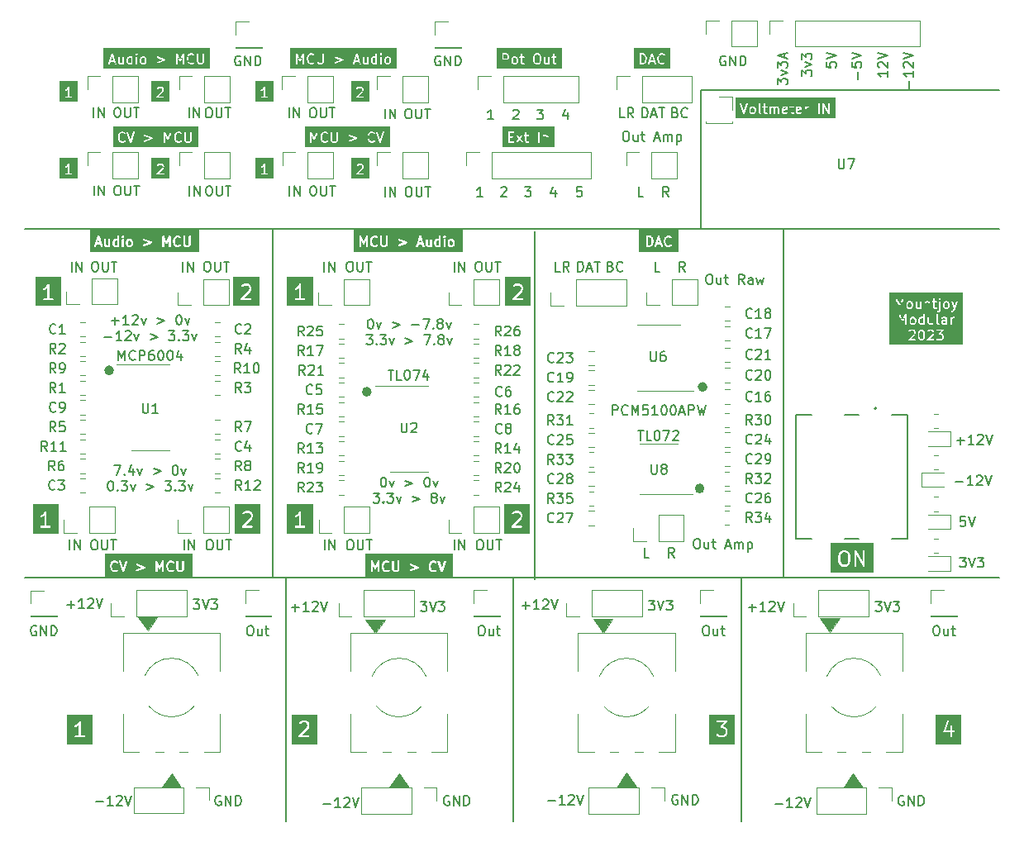
<source format=gbr>
%TF.GenerationSoftware,KiCad,Pcbnew,7.0.1*%
%TF.CreationDate,2023-03-30T14:31:40+01:00*%
%TF.ProjectId,DevBoard,44657642-6f61-4726-942e-6b696361645f,rev?*%
%TF.SameCoordinates,Original*%
%TF.FileFunction,Legend,Top*%
%TF.FilePolarity,Positive*%
%FSLAX46Y46*%
G04 Gerber Fmt 4.6, Leading zero omitted, Abs format (unit mm)*
G04 Created by KiCad (PCBNEW 7.0.1) date 2023-03-30 14:31:40*
%MOMM*%
%LPD*%
G01*
G04 APERTURE LIST*
%ADD10C,0.100000*%
%ADD11C,0.150000*%
%ADD12C,0.499264*%
%ADD13C,0.200000*%
%ADD14C,0.120000*%
%ADD15C,0.127000*%
G04 APERTURE END LIST*
D10*
X62644250Y-130385000D02*
X61644250Y-128985000D01*
X63644250Y-128985000D01*
X62644250Y-130385000D01*
G36*
X62644250Y-130385000D02*
G01*
X61644250Y-128985000D01*
X63644250Y-128985000D01*
X62644250Y-130385000D01*
G37*
D11*
X123500000Y-124900000D02*
X123500000Y-149900000D01*
D10*
X112735000Y-146333927D02*
X110735000Y-146333927D01*
X111735000Y-144933927D01*
X112735000Y-146333927D01*
G36*
X112735000Y-146333927D02*
G01*
X110735000Y-146333927D01*
X111735000Y-144933927D01*
X112735000Y-146333927D01*
G37*
D12*
X58949632Y-103700000D02*
G75*
G03*
X58949632Y-103700000I-249632J0D01*
G01*
D11*
X76800000Y-124900000D02*
X76800000Y-149900000D01*
X127800000Y-89200000D02*
X127800000Y-124900000D01*
X50100000Y-124900000D02*
X149900000Y-124900000D01*
X100100000Y-125000000D02*
X100100000Y-149900000D01*
X119300000Y-75000000D02*
X119300000Y-89100000D01*
D10*
X66100000Y-146400000D02*
X64100000Y-146400000D01*
X65100000Y-145000000D01*
X66100000Y-146400000D01*
G36*
X66100000Y-146400000D02*
G01*
X64100000Y-146400000D01*
X65100000Y-145000000D01*
X66100000Y-146400000D01*
G37*
D12*
X85349632Y-105900000D02*
G75*
G03*
X85349632Y-105900000I-249632J0D01*
G01*
X119449632Y-115800000D02*
G75*
G03*
X119449632Y-115800000I-249632J0D01*
G01*
D11*
X149900000Y-75000000D02*
X119300000Y-75000000D01*
D10*
X89400000Y-146400000D02*
X87400000Y-146400000D01*
X88400000Y-145000000D01*
X89400000Y-146400000D01*
G36*
X89400000Y-146400000D02*
G01*
X87400000Y-146400000D01*
X88400000Y-145000000D01*
X89400000Y-146400000D01*
G37*
X85955000Y-130635000D02*
X84955000Y-129235000D01*
X86955000Y-129235000D01*
X85955000Y-130635000D01*
G36*
X85955000Y-130635000D02*
G01*
X84955000Y-129235000D01*
X86955000Y-129235000D01*
X85955000Y-130635000D01*
G37*
X132525000Y-130523915D02*
X131525000Y-129123915D01*
X133525000Y-129123915D01*
X132525000Y-130523915D01*
G36*
X132525000Y-130523915D02*
G01*
X131525000Y-129123915D01*
X133525000Y-129123915D01*
X132525000Y-130523915D01*
G37*
X109290000Y-130584665D02*
X108290000Y-129184665D01*
X110290000Y-129184665D01*
X109290000Y-130584665D01*
G36*
X109290000Y-130584665D02*
G01*
X108290000Y-129184665D01*
X110290000Y-129184665D01*
X109290000Y-130584665D01*
G37*
X135935000Y-146434665D02*
X133935000Y-146434665D01*
X134935000Y-145034665D01*
X135935000Y-146434665D01*
G36*
X135935000Y-146434665D02*
G01*
X133935000Y-146434665D01*
X134935000Y-145034665D01*
X135935000Y-146434665D01*
G37*
D11*
X75500000Y-89300000D02*
X75500000Y-124900000D01*
D12*
X119749632Y-105400000D02*
G75*
G03*
X119749632Y-105400000I-249632J0D01*
G01*
D11*
X102300000Y-89500000D02*
X102300000Y-125100000D01*
X149900000Y-89200000D02*
X50100000Y-89200000D01*
X57146191Y-85777619D02*
X57146191Y-84777619D01*
X57622381Y-85777619D02*
X57622381Y-84777619D01*
X57622381Y-84777619D02*
X58193809Y-85777619D01*
X58193809Y-85777619D02*
X58193809Y-84777619D01*
X66376191Y-122077619D02*
X66376191Y-121077619D01*
X66852381Y-122077619D02*
X66852381Y-121077619D01*
X66852381Y-121077619D02*
X67423809Y-122077619D01*
X67423809Y-122077619D02*
X67423809Y-121077619D01*
X54676191Y-122077619D02*
X54676191Y-121077619D01*
X55152381Y-122077619D02*
X55152381Y-121077619D01*
X55152381Y-121077619D02*
X55723809Y-122077619D01*
X55723809Y-122077619D02*
X55723809Y-121077619D01*
X83300000Y-121077619D02*
X83490476Y-121077619D01*
X83490476Y-121077619D02*
X83585714Y-121125238D01*
X83585714Y-121125238D02*
X83680952Y-121220476D01*
X83680952Y-121220476D02*
X83728571Y-121410952D01*
X83728571Y-121410952D02*
X83728571Y-121744285D01*
X83728571Y-121744285D02*
X83680952Y-121934761D01*
X83680952Y-121934761D02*
X83585714Y-122030000D01*
X83585714Y-122030000D02*
X83490476Y-122077619D01*
X83490476Y-122077619D02*
X83300000Y-122077619D01*
X83300000Y-122077619D02*
X83204762Y-122030000D01*
X83204762Y-122030000D02*
X83109524Y-121934761D01*
X83109524Y-121934761D02*
X83061905Y-121744285D01*
X83061905Y-121744285D02*
X83061905Y-121410952D01*
X83061905Y-121410952D02*
X83109524Y-121220476D01*
X83109524Y-121220476D02*
X83204762Y-121125238D01*
X83204762Y-121125238D02*
X83300000Y-121077619D01*
X84157143Y-121077619D02*
X84157143Y-121887142D01*
X84157143Y-121887142D02*
X84204762Y-121982380D01*
X84204762Y-121982380D02*
X84252381Y-122030000D01*
X84252381Y-122030000D02*
X84347619Y-122077619D01*
X84347619Y-122077619D02*
X84538095Y-122077619D01*
X84538095Y-122077619D02*
X84633333Y-122030000D01*
X84633333Y-122030000D02*
X84680952Y-121982380D01*
X84680952Y-121982380D02*
X84728571Y-121887142D01*
X84728571Y-121887142D02*
X84728571Y-121077619D01*
X85061905Y-121077619D02*
X85633333Y-121077619D01*
X85347619Y-122077619D02*
X85347619Y-121077619D01*
X137211905Y-127377619D02*
X137830952Y-127377619D01*
X137830952Y-127377619D02*
X137497619Y-127758571D01*
X137497619Y-127758571D02*
X137640476Y-127758571D01*
X137640476Y-127758571D02*
X137735714Y-127806190D01*
X137735714Y-127806190D02*
X137783333Y-127853809D01*
X137783333Y-127853809D02*
X137830952Y-127949047D01*
X137830952Y-127949047D02*
X137830952Y-128187142D01*
X137830952Y-128187142D02*
X137783333Y-128282380D01*
X137783333Y-128282380D02*
X137735714Y-128330000D01*
X137735714Y-128330000D02*
X137640476Y-128377619D01*
X137640476Y-128377619D02*
X137354762Y-128377619D01*
X137354762Y-128377619D02*
X137259524Y-128330000D01*
X137259524Y-128330000D02*
X137211905Y-128282380D01*
X138116667Y-127377619D02*
X138450000Y-128377619D01*
X138450000Y-128377619D02*
X138783333Y-127377619D01*
X139021429Y-127377619D02*
X139640476Y-127377619D01*
X139640476Y-127377619D02*
X139307143Y-127758571D01*
X139307143Y-127758571D02*
X139450000Y-127758571D01*
X139450000Y-127758571D02*
X139545238Y-127806190D01*
X139545238Y-127806190D02*
X139592857Y-127853809D01*
X139592857Y-127853809D02*
X139640476Y-127949047D01*
X139640476Y-127949047D02*
X139640476Y-128187142D01*
X139640476Y-128187142D02*
X139592857Y-128282380D01*
X139592857Y-128282380D02*
X139545238Y-128330000D01*
X139545238Y-128330000D02*
X139450000Y-128377619D01*
X139450000Y-128377619D02*
X139164286Y-128377619D01*
X139164286Y-128377619D02*
X139069048Y-128330000D01*
X139069048Y-128330000D02*
X139021429Y-128282380D01*
X113434523Y-85902619D02*
X112958333Y-85902619D01*
X112958333Y-85902619D02*
X112958333Y-84902619D01*
X66276191Y-93577619D02*
X66276191Y-92577619D01*
X66752381Y-93577619D02*
X66752381Y-92577619D01*
X66752381Y-92577619D02*
X67323809Y-93577619D01*
X67323809Y-93577619D02*
X67323809Y-92577619D01*
X94051191Y-122077619D02*
X94051191Y-121077619D01*
X94527381Y-122077619D02*
X94527381Y-121077619D01*
X94527381Y-121077619D02*
X95098809Y-122077619D01*
X95098809Y-122077619D02*
X95098809Y-121077619D01*
X124193095Y-127996666D02*
X124955000Y-127996666D01*
X124574047Y-128377619D02*
X124574047Y-127615714D01*
X125954999Y-128377619D02*
X125383571Y-128377619D01*
X125669285Y-128377619D02*
X125669285Y-127377619D01*
X125669285Y-127377619D02*
X125574047Y-127520476D01*
X125574047Y-127520476D02*
X125478809Y-127615714D01*
X125478809Y-127615714D02*
X125383571Y-127663333D01*
X126335952Y-127472857D02*
X126383571Y-127425238D01*
X126383571Y-127425238D02*
X126478809Y-127377619D01*
X126478809Y-127377619D02*
X126716904Y-127377619D01*
X126716904Y-127377619D02*
X126812142Y-127425238D01*
X126812142Y-127425238D02*
X126859761Y-127472857D01*
X126859761Y-127472857D02*
X126907380Y-127568095D01*
X126907380Y-127568095D02*
X126907380Y-127663333D01*
X126907380Y-127663333D02*
X126859761Y-127806190D01*
X126859761Y-127806190D02*
X126288333Y-128377619D01*
X126288333Y-128377619D02*
X126907380Y-128377619D01*
X127193095Y-127377619D02*
X127526428Y-128377619D01*
X127526428Y-128377619D02*
X127859761Y-127377619D01*
X94076191Y-93577619D02*
X94076191Y-92577619D01*
X94552381Y-93577619D02*
X94552381Y-92577619D01*
X94552381Y-92577619D02*
X95123809Y-93577619D01*
X95123809Y-93577619D02*
X95123809Y-92577619D01*
X116609523Y-122877619D02*
X116276190Y-122401428D01*
X116038095Y-122877619D02*
X116038095Y-121877619D01*
X116038095Y-121877619D02*
X116419047Y-121877619D01*
X116419047Y-121877619D02*
X116514285Y-121925238D01*
X116514285Y-121925238D02*
X116561904Y-121972857D01*
X116561904Y-121972857D02*
X116609523Y-122068095D01*
X116609523Y-122068095D02*
X116609523Y-122210952D01*
X116609523Y-122210952D02*
X116561904Y-122306190D01*
X116561904Y-122306190D02*
X116514285Y-122353809D01*
X116514285Y-122353809D02*
X116419047Y-122401428D01*
X116419047Y-122401428D02*
X116038095Y-122401428D01*
X103638095Y-147796666D02*
X104400000Y-147796666D01*
X105399999Y-148177619D02*
X104828571Y-148177619D01*
X105114285Y-148177619D02*
X105114285Y-147177619D01*
X105114285Y-147177619D02*
X105019047Y-147320476D01*
X105019047Y-147320476D02*
X104923809Y-147415714D01*
X104923809Y-147415714D02*
X104828571Y-147463333D01*
X105780952Y-147272857D02*
X105828571Y-147225238D01*
X105828571Y-147225238D02*
X105923809Y-147177619D01*
X105923809Y-147177619D02*
X106161904Y-147177619D01*
X106161904Y-147177619D02*
X106257142Y-147225238D01*
X106257142Y-147225238D02*
X106304761Y-147272857D01*
X106304761Y-147272857D02*
X106352380Y-147368095D01*
X106352380Y-147368095D02*
X106352380Y-147463333D01*
X106352380Y-147463333D02*
X106304761Y-147606190D01*
X106304761Y-147606190D02*
X105733333Y-148177619D01*
X105733333Y-148177619D02*
X106352380Y-148177619D01*
X106638095Y-147177619D02*
X106971428Y-148177619D01*
X106971428Y-148177619D02*
X107304761Y-147177619D01*
X98061904Y-77977619D02*
X97490476Y-77977619D01*
X97776190Y-77977619D02*
X97776190Y-76977619D01*
X97776190Y-76977619D02*
X97680952Y-77120476D01*
X97680952Y-77120476D02*
X97585714Y-77215714D01*
X97585714Y-77215714D02*
X97490476Y-77263333D01*
X80743691Y-93577619D02*
X80743691Y-92577619D01*
X81219881Y-93577619D02*
X81219881Y-92577619D01*
X81219881Y-92577619D02*
X81791309Y-93577619D01*
X81791309Y-93577619D02*
X81791309Y-92577619D01*
X57338095Y-147896666D02*
X58100000Y-147896666D01*
X59099999Y-148277619D02*
X58528571Y-148277619D01*
X58814285Y-148277619D02*
X58814285Y-147277619D01*
X58814285Y-147277619D02*
X58719047Y-147420476D01*
X58719047Y-147420476D02*
X58623809Y-147515714D01*
X58623809Y-147515714D02*
X58528571Y-147563333D01*
X59480952Y-147372857D02*
X59528571Y-147325238D01*
X59528571Y-147325238D02*
X59623809Y-147277619D01*
X59623809Y-147277619D02*
X59861904Y-147277619D01*
X59861904Y-147277619D02*
X59957142Y-147325238D01*
X59957142Y-147325238D02*
X60004761Y-147372857D01*
X60004761Y-147372857D02*
X60052380Y-147468095D01*
X60052380Y-147468095D02*
X60052380Y-147563333D01*
X60052380Y-147563333D02*
X60004761Y-147706190D01*
X60004761Y-147706190D02*
X59433333Y-148277619D01*
X59433333Y-148277619D02*
X60052380Y-148277619D01*
X60338095Y-147277619D02*
X60671428Y-148277619D01*
X60671428Y-148277619D02*
X61004761Y-147277619D01*
X57100000Y-121077619D02*
X57290476Y-121077619D01*
X57290476Y-121077619D02*
X57385714Y-121125238D01*
X57385714Y-121125238D02*
X57480952Y-121220476D01*
X57480952Y-121220476D02*
X57528571Y-121410952D01*
X57528571Y-121410952D02*
X57528571Y-121744285D01*
X57528571Y-121744285D02*
X57480952Y-121934761D01*
X57480952Y-121934761D02*
X57385714Y-122030000D01*
X57385714Y-122030000D02*
X57290476Y-122077619D01*
X57290476Y-122077619D02*
X57100000Y-122077619D01*
X57100000Y-122077619D02*
X57004762Y-122030000D01*
X57004762Y-122030000D02*
X56909524Y-121934761D01*
X56909524Y-121934761D02*
X56861905Y-121744285D01*
X56861905Y-121744285D02*
X56861905Y-121410952D01*
X56861905Y-121410952D02*
X56909524Y-121220476D01*
X56909524Y-121220476D02*
X57004762Y-121125238D01*
X57004762Y-121125238D02*
X57100000Y-121077619D01*
X57957143Y-121077619D02*
X57957143Y-121887142D01*
X57957143Y-121887142D02*
X58004762Y-121982380D01*
X58004762Y-121982380D02*
X58052381Y-122030000D01*
X58052381Y-122030000D02*
X58147619Y-122077619D01*
X58147619Y-122077619D02*
X58338095Y-122077619D01*
X58338095Y-122077619D02*
X58433333Y-122030000D01*
X58433333Y-122030000D02*
X58480952Y-121982380D01*
X58480952Y-121982380D02*
X58528571Y-121887142D01*
X58528571Y-121887142D02*
X58528571Y-121077619D01*
X58861905Y-121077619D02*
X59433333Y-121077619D01*
X59147619Y-122077619D02*
X59147619Y-121077619D01*
X105666666Y-77310952D02*
X105666666Y-77977619D01*
X105428571Y-76930000D02*
X105190476Y-77644285D01*
X105190476Y-77644285D02*
X105809523Y-77644285D01*
X116938095Y-147225238D02*
X116842857Y-147177619D01*
X116842857Y-147177619D02*
X116700000Y-147177619D01*
X116700000Y-147177619D02*
X116557143Y-147225238D01*
X116557143Y-147225238D02*
X116461905Y-147320476D01*
X116461905Y-147320476D02*
X116414286Y-147415714D01*
X116414286Y-147415714D02*
X116366667Y-147606190D01*
X116366667Y-147606190D02*
X116366667Y-147749047D01*
X116366667Y-147749047D02*
X116414286Y-147939523D01*
X116414286Y-147939523D02*
X116461905Y-148034761D01*
X116461905Y-148034761D02*
X116557143Y-148130000D01*
X116557143Y-148130000D02*
X116700000Y-148177619D01*
X116700000Y-148177619D02*
X116795238Y-148177619D01*
X116795238Y-148177619D02*
X116938095Y-148130000D01*
X116938095Y-148130000D02*
X116985714Y-148082380D01*
X116985714Y-148082380D02*
X116985714Y-147749047D01*
X116985714Y-147749047D02*
X116795238Y-147749047D01*
X117414286Y-148177619D02*
X117414286Y-147177619D01*
X117414286Y-147177619D02*
X117985714Y-148177619D01*
X117985714Y-148177619D02*
X117985714Y-147177619D01*
X118461905Y-148177619D02*
X118461905Y-147177619D01*
X118461905Y-147177619D02*
X118700000Y-147177619D01*
X118700000Y-147177619D02*
X118842857Y-147225238D01*
X118842857Y-147225238D02*
X118938095Y-147320476D01*
X118938095Y-147320476D02*
X118985714Y-147415714D01*
X118985714Y-147415714D02*
X119033333Y-147606190D01*
X119033333Y-147606190D02*
X119033333Y-147749047D01*
X119033333Y-147749047D02*
X118985714Y-147939523D01*
X118985714Y-147939523D02*
X118938095Y-148034761D01*
X118938095Y-148034761D02*
X118842857Y-148130000D01*
X118842857Y-148130000D02*
X118700000Y-148177619D01*
X118700000Y-148177619D02*
X118461905Y-148177619D01*
X113328571Y-77802619D02*
X113328571Y-76802619D01*
X113328571Y-76802619D02*
X113566666Y-76802619D01*
X113566666Y-76802619D02*
X113709523Y-76850238D01*
X113709523Y-76850238D02*
X113804761Y-76945476D01*
X113804761Y-76945476D02*
X113852380Y-77040714D01*
X113852380Y-77040714D02*
X113899999Y-77231190D01*
X113899999Y-77231190D02*
X113899999Y-77374047D01*
X113899999Y-77374047D02*
X113852380Y-77564523D01*
X113852380Y-77564523D02*
X113804761Y-77659761D01*
X113804761Y-77659761D02*
X113709523Y-77755000D01*
X113709523Y-77755000D02*
X113566666Y-77802619D01*
X113566666Y-77802619D02*
X113328571Y-77802619D01*
X114280952Y-77516904D02*
X114757142Y-77516904D01*
X114185714Y-77802619D02*
X114519047Y-76802619D01*
X114519047Y-76802619D02*
X114852380Y-77802619D01*
X115042857Y-76802619D02*
X115614285Y-76802619D01*
X115328571Y-77802619D02*
X115328571Y-76802619D01*
X117709523Y-93577619D02*
X117376190Y-93101428D01*
X117138095Y-93577619D02*
X117138095Y-92577619D01*
X117138095Y-92577619D02*
X117519047Y-92577619D01*
X117519047Y-92577619D02*
X117614285Y-92625238D01*
X117614285Y-92625238D02*
X117661904Y-92672857D01*
X117661904Y-92672857D02*
X117709523Y-92768095D01*
X117709523Y-92768095D02*
X117709523Y-92910952D01*
X117709523Y-92910952D02*
X117661904Y-93006190D01*
X117661904Y-93006190D02*
X117614285Y-93053809D01*
X117614285Y-93053809D02*
X117519047Y-93101428D01*
X117519047Y-93101428D02*
X117138095Y-93101428D01*
G36*
X85331548Y-76192857D02*
G01*
X83468453Y-76192857D01*
X83468453Y-75713743D01*
X83989297Y-75713743D01*
X83992824Y-75721466D01*
X83993430Y-75729935D01*
X84001793Y-75741107D01*
X84007593Y-75753807D01*
X84014736Y-75758397D01*
X84019824Y-75765194D01*
X84032900Y-75770071D01*
X84044645Y-75777619D01*
X84053136Y-75777619D01*
X84061091Y-75780586D01*
X84074730Y-75777619D01*
X84696496Y-75777619D01*
X84727974Y-75768376D01*
X84756816Y-75735090D01*
X84763084Y-75691495D01*
X84744788Y-75651431D01*
X84707736Y-75627619D01*
X84247733Y-75627619D01*
X84688273Y-75187077D01*
X84702282Y-75175799D01*
X84707129Y-75161257D01*
X84714475Y-75147805D01*
X84713969Y-75140737D01*
X84753892Y-75020969D01*
X84760714Y-75010355D01*
X84760714Y-74989676D01*
X84761460Y-74969036D01*
X84760714Y-74967777D01*
X84760714Y-74897126D01*
X84762644Y-74879251D01*
X84755789Y-74865541D01*
X84751471Y-74850835D01*
X84746116Y-74846195D01*
X84709382Y-74772726D01*
X84706700Y-74760396D01*
X84692080Y-74745776D01*
X84678011Y-74730651D01*
X84676592Y-74730288D01*
X84650157Y-74703853D01*
X84643714Y-74693004D01*
X84625213Y-74683753D01*
X84607091Y-74673858D01*
X84605630Y-74673962D01*
X84532389Y-74637342D01*
X84517260Y-74627619D01*
X84501930Y-74627619D01*
X84486847Y-74624905D01*
X84480303Y-74627619D01*
X84261174Y-74627619D01*
X84243299Y-74625689D01*
X84229589Y-74632543D01*
X84214883Y-74636862D01*
X84210243Y-74642216D01*
X84136774Y-74678950D01*
X84124444Y-74681633D01*
X84109824Y-74696252D01*
X84094699Y-74710322D01*
X84094336Y-74711740D01*
X84053629Y-74752448D01*
X84037906Y-74781242D01*
X84041049Y-74825173D01*
X84067443Y-74860432D01*
X84108710Y-74875824D01*
X84151747Y-74866462D01*
X84206331Y-74811877D01*
X84274847Y-74777619D01*
X84477532Y-74777619D01*
X84546050Y-74811878D01*
X84576455Y-74842283D01*
X84610714Y-74910799D01*
X84610714Y-74976163D01*
X84572542Y-75090676D01*
X84027168Y-75636050D01*
X84024407Y-75636862D01*
X84011744Y-75651475D01*
X84006010Y-75657210D01*
X84004705Y-75659599D01*
X83995565Y-75670148D01*
X83994356Y-75678550D01*
X83990287Y-75686004D01*
X83991283Y-75699928D01*
X83989297Y-75713743D01*
X83468453Y-75713743D01*
X83468453Y-74082143D01*
X85331548Y-74082143D01*
X85331548Y-76192857D01*
G37*
X138477619Y-73038095D02*
X138477619Y-73609523D01*
X138477619Y-73323809D02*
X137477619Y-73323809D01*
X137477619Y-73323809D02*
X137620476Y-73419047D01*
X137620476Y-73419047D02*
X137715714Y-73514285D01*
X137715714Y-73514285D02*
X137763333Y-73609523D01*
X137572857Y-72657142D02*
X137525238Y-72609523D01*
X137525238Y-72609523D02*
X137477619Y-72514285D01*
X137477619Y-72514285D02*
X137477619Y-72276190D01*
X137477619Y-72276190D02*
X137525238Y-72180952D01*
X137525238Y-72180952D02*
X137572857Y-72133333D01*
X137572857Y-72133333D02*
X137668095Y-72085714D01*
X137668095Y-72085714D02*
X137763333Y-72085714D01*
X137763333Y-72085714D02*
X137906190Y-72133333D01*
X137906190Y-72133333D02*
X138477619Y-72704761D01*
X138477619Y-72704761D02*
X138477619Y-72085714D01*
X137477619Y-71799999D02*
X138477619Y-71466666D01*
X138477619Y-71466666D02*
X137477619Y-71133333D01*
X132177619Y-72133333D02*
X132177619Y-72609523D01*
X132177619Y-72609523D02*
X132653809Y-72657142D01*
X132653809Y-72657142D02*
X132606190Y-72609523D01*
X132606190Y-72609523D02*
X132558571Y-72514285D01*
X132558571Y-72514285D02*
X132558571Y-72276190D01*
X132558571Y-72276190D02*
X132606190Y-72180952D01*
X132606190Y-72180952D02*
X132653809Y-72133333D01*
X132653809Y-72133333D02*
X132749047Y-72085714D01*
X132749047Y-72085714D02*
X132987142Y-72085714D01*
X132987142Y-72085714D02*
X133082380Y-72133333D01*
X133082380Y-72133333D02*
X133130000Y-72180952D01*
X133130000Y-72180952D02*
X133177619Y-72276190D01*
X133177619Y-72276190D02*
X133177619Y-72514285D01*
X133177619Y-72514285D02*
X133130000Y-72609523D01*
X133130000Y-72609523D02*
X133082380Y-72657142D01*
X132177619Y-71799999D02*
X133177619Y-71466666D01*
X133177619Y-71466666D02*
X132177619Y-71133333D01*
X110071428Y-93053809D02*
X110214285Y-93101428D01*
X110214285Y-93101428D02*
X110261904Y-93149047D01*
X110261904Y-93149047D02*
X110309523Y-93244285D01*
X110309523Y-93244285D02*
X110309523Y-93387142D01*
X110309523Y-93387142D02*
X110261904Y-93482380D01*
X110261904Y-93482380D02*
X110214285Y-93530000D01*
X110214285Y-93530000D02*
X110119047Y-93577619D01*
X110119047Y-93577619D02*
X109738095Y-93577619D01*
X109738095Y-93577619D02*
X109738095Y-92577619D01*
X109738095Y-92577619D02*
X110071428Y-92577619D01*
X110071428Y-92577619D02*
X110166666Y-92625238D01*
X110166666Y-92625238D02*
X110214285Y-92672857D01*
X110214285Y-92672857D02*
X110261904Y-92768095D01*
X110261904Y-92768095D02*
X110261904Y-92863333D01*
X110261904Y-92863333D02*
X110214285Y-92958571D01*
X110214285Y-92958571D02*
X110166666Y-93006190D01*
X110166666Y-93006190D02*
X110071428Y-93053809D01*
X110071428Y-93053809D02*
X109738095Y-93053809D01*
X111309523Y-93482380D02*
X111261904Y-93530000D01*
X111261904Y-93530000D02*
X111119047Y-93577619D01*
X111119047Y-93577619D02*
X111023809Y-93577619D01*
X111023809Y-93577619D02*
X110880952Y-93530000D01*
X110880952Y-93530000D02*
X110785714Y-93434761D01*
X110785714Y-93434761D02*
X110738095Y-93339523D01*
X110738095Y-93339523D02*
X110690476Y-93149047D01*
X110690476Y-93149047D02*
X110690476Y-93006190D01*
X110690476Y-93006190D02*
X110738095Y-92815714D01*
X110738095Y-92815714D02*
X110785714Y-92720476D01*
X110785714Y-92720476D02*
X110880952Y-92625238D01*
X110880952Y-92625238D02*
X111023809Y-92577619D01*
X111023809Y-92577619D02*
X111119047Y-92577619D01*
X111119047Y-92577619D02*
X111261904Y-92625238D01*
X111261904Y-92625238D02*
X111309523Y-92672857D01*
X96961904Y-85902619D02*
X96390476Y-85902619D01*
X96676190Y-85902619D02*
X96676190Y-84902619D01*
X96676190Y-84902619D02*
X96580952Y-85045476D01*
X96580952Y-85045476D02*
X96485714Y-85140714D01*
X96485714Y-85140714D02*
X96390476Y-85188333D01*
X70138095Y-147325238D02*
X70042857Y-147277619D01*
X70042857Y-147277619D02*
X69900000Y-147277619D01*
X69900000Y-147277619D02*
X69757143Y-147325238D01*
X69757143Y-147325238D02*
X69661905Y-147420476D01*
X69661905Y-147420476D02*
X69614286Y-147515714D01*
X69614286Y-147515714D02*
X69566667Y-147706190D01*
X69566667Y-147706190D02*
X69566667Y-147849047D01*
X69566667Y-147849047D02*
X69614286Y-148039523D01*
X69614286Y-148039523D02*
X69661905Y-148134761D01*
X69661905Y-148134761D02*
X69757143Y-148230000D01*
X69757143Y-148230000D02*
X69900000Y-148277619D01*
X69900000Y-148277619D02*
X69995238Y-148277619D01*
X69995238Y-148277619D02*
X70138095Y-148230000D01*
X70138095Y-148230000D02*
X70185714Y-148182380D01*
X70185714Y-148182380D02*
X70185714Y-147849047D01*
X70185714Y-147849047D02*
X69995238Y-147849047D01*
X70614286Y-148277619D02*
X70614286Y-147277619D01*
X70614286Y-147277619D02*
X71185714Y-148277619D01*
X71185714Y-148277619D02*
X71185714Y-147277619D01*
X71661905Y-148277619D02*
X71661905Y-147277619D01*
X71661905Y-147277619D02*
X71900000Y-147277619D01*
X71900000Y-147277619D02*
X72042857Y-147325238D01*
X72042857Y-147325238D02*
X72138095Y-147420476D01*
X72138095Y-147420476D02*
X72185714Y-147515714D01*
X72185714Y-147515714D02*
X72233333Y-147706190D01*
X72233333Y-147706190D02*
X72233333Y-147849047D01*
X72233333Y-147849047D02*
X72185714Y-148039523D01*
X72185714Y-148039523D02*
X72138095Y-148134761D01*
X72138095Y-148134761D02*
X72042857Y-148230000D01*
X72042857Y-148230000D02*
X71900000Y-148277619D01*
X71900000Y-148277619D02*
X71661905Y-148277619D01*
X100993095Y-127796666D02*
X101755000Y-127796666D01*
X101374047Y-128177619D02*
X101374047Y-127415714D01*
X102754999Y-128177619D02*
X102183571Y-128177619D01*
X102469285Y-128177619D02*
X102469285Y-127177619D01*
X102469285Y-127177619D02*
X102374047Y-127320476D01*
X102374047Y-127320476D02*
X102278809Y-127415714D01*
X102278809Y-127415714D02*
X102183571Y-127463333D01*
X103135952Y-127272857D02*
X103183571Y-127225238D01*
X103183571Y-127225238D02*
X103278809Y-127177619D01*
X103278809Y-127177619D02*
X103516904Y-127177619D01*
X103516904Y-127177619D02*
X103612142Y-127225238D01*
X103612142Y-127225238D02*
X103659761Y-127272857D01*
X103659761Y-127272857D02*
X103707380Y-127368095D01*
X103707380Y-127368095D02*
X103707380Y-127463333D01*
X103707380Y-127463333D02*
X103659761Y-127606190D01*
X103659761Y-127606190D02*
X103088333Y-128177619D01*
X103088333Y-128177619D02*
X103707380Y-128177619D01*
X103993095Y-127177619D02*
X104326428Y-128177619D01*
X104326428Y-128177619D02*
X104659761Y-127177619D01*
D13*
G36*
X74228572Y-120414286D02*
G01*
X71571429Y-120414286D01*
X71571429Y-119731260D01*
X72296839Y-119731260D01*
X72301541Y-119741557D01*
X72302349Y-119752850D01*
X72313502Y-119767749D01*
X72321234Y-119784679D01*
X72330757Y-119790799D01*
X72337542Y-119799862D01*
X72354980Y-119806366D01*
X72370637Y-119816428D01*
X72381956Y-119816428D01*
X72392565Y-119820385D01*
X72410753Y-119816428D01*
X73342951Y-119816428D01*
X73384919Y-119804105D01*
X73423376Y-119759723D01*
X73431733Y-119701596D01*
X73407338Y-119648177D01*
X73357935Y-119616428D01*
X72641421Y-119616428D01*
X73324043Y-118933805D01*
X73342726Y-118918764D01*
X73349188Y-118899375D01*
X73358983Y-118881439D01*
X73358309Y-118872015D01*
X73419474Y-118688518D01*
X73428572Y-118674363D01*
X73428572Y-118646808D01*
X73429568Y-118619271D01*
X73428572Y-118617591D01*
X73428572Y-118507526D01*
X73431146Y-118483683D01*
X73422007Y-118465405D01*
X73416249Y-118445795D01*
X73409108Y-118439607D01*
X73352192Y-118325776D01*
X73348616Y-118309337D01*
X73329144Y-118289865D01*
X73310364Y-118269676D01*
X73308470Y-118269191D01*
X73265291Y-118226012D01*
X73256699Y-118211546D01*
X73232064Y-118199228D01*
X73207869Y-118186017D01*
X73205919Y-118186156D01*
X73092398Y-118129395D01*
X73072220Y-118116428D01*
X73051784Y-118116428D01*
X73031669Y-118112808D01*
X73022941Y-118116428D01*
X72691100Y-118116428D01*
X72667257Y-118113854D01*
X72648980Y-118122992D01*
X72629368Y-118128751D01*
X72623179Y-118135892D01*
X72509350Y-118192807D01*
X72492909Y-118196384D01*
X72473434Y-118215858D01*
X72453248Y-118234635D01*
X72452763Y-118236529D01*
X72390551Y-118298742D01*
X72369589Y-118337131D01*
X72373778Y-118395707D01*
X72408971Y-118442719D01*
X72463994Y-118463242D01*
X72521377Y-118450758D01*
X72602094Y-118370041D01*
X72709321Y-118316428D01*
X73019251Y-118316428D01*
X73126478Y-118370041D01*
X73174958Y-118418522D01*
X73228572Y-118525748D01*
X73228572Y-118628772D01*
X73169740Y-118805266D01*
X72347338Y-119627668D01*
X72343653Y-119628751D01*
X72326757Y-119648249D01*
X72319122Y-119655885D01*
X72317385Y-119659066D01*
X72305196Y-119673133D01*
X72303584Y-119684339D01*
X72298160Y-119694274D01*
X72299487Y-119712837D01*
X72296839Y-119731260D01*
X71571429Y-119731260D01*
X71571429Y-117385714D01*
X74228572Y-117385714D01*
X74228572Y-120414286D01*
G37*
D11*
G36*
X55476548Y-76192857D02*
G01*
X53613453Y-76192857D01*
X53613453Y-74991088D01*
X54181169Y-74991088D01*
X54195059Y-75032884D01*
X54229341Y-75060536D01*
X54273130Y-75065264D01*
X54379653Y-75012001D01*
X54391985Y-75009319D01*
X54406612Y-74994691D01*
X54421730Y-74980630D01*
X54422092Y-74979211D01*
X54470000Y-74931304D01*
X54470000Y-75627619D01*
X54248504Y-75627619D01*
X54217026Y-75636862D01*
X54188184Y-75670148D01*
X54181916Y-75713743D01*
X54200212Y-75753807D01*
X54237264Y-75777619D01*
X54539640Y-75777619D01*
X54556124Y-75779989D01*
X54561314Y-75777619D01*
X54841496Y-75777619D01*
X54872974Y-75768376D01*
X54901816Y-75735090D01*
X54908084Y-75691495D01*
X54889788Y-75651431D01*
X54852736Y-75627619D01*
X54620000Y-75627619D01*
X54620000Y-74714045D01*
X54623155Y-74703932D01*
X54620000Y-74692479D01*
X54620000Y-74691837D01*
X54617141Y-74682102D01*
X54611458Y-74661470D01*
X54610949Y-74661014D01*
X54610757Y-74660359D01*
X54594597Y-74646357D01*
X54578662Y-74632073D01*
X54577987Y-74631964D01*
X54577471Y-74631517D01*
X54556323Y-74628476D01*
X54535178Y-74625072D01*
X54534550Y-74625345D01*
X54533876Y-74625249D01*
X54514442Y-74634123D01*
X54494812Y-74642693D01*
X54494433Y-74643261D01*
X54493812Y-74643545D01*
X54482246Y-74661541D01*
X54391477Y-74797694D01*
X54310096Y-74879075D01*
X54216101Y-74926073D01*
X54192080Y-74948417D01*
X54181169Y-74991088D01*
X53613453Y-74991088D01*
X53613453Y-74082143D01*
X55476548Y-74082143D01*
X55476548Y-76192857D01*
G37*
X86763333Y-114657619D02*
X86858571Y-114657619D01*
X86858571Y-114657619D02*
X86953809Y-114705238D01*
X86953809Y-114705238D02*
X87001428Y-114752857D01*
X87001428Y-114752857D02*
X87049047Y-114848095D01*
X87049047Y-114848095D02*
X87096666Y-115038571D01*
X87096666Y-115038571D02*
X87096666Y-115276666D01*
X87096666Y-115276666D02*
X87049047Y-115467142D01*
X87049047Y-115467142D02*
X87001428Y-115562380D01*
X87001428Y-115562380D02*
X86953809Y-115610000D01*
X86953809Y-115610000D02*
X86858571Y-115657619D01*
X86858571Y-115657619D02*
X86763333Y-115657619D01*
X86763333Y-115657619D02*
X86668095Y-115610000D01*
X86668095Y-115610000D02*
X86620476Y-115562380D01*
X86620476Y-115562380D02*
X86572857Y-115467142D01*
X86572857Y-115467142D02*
X86525238Y-115276666D01*
X86525238Y-115276666D02*
X86525238Y-115038571D01*
X86525238Y-115038571D02*
X86572857Y-114848095D01*
X86572857Y-114848095D02*
X86620476Y-114752857D01*
X86620476Y-114752857D02*
X86668095Y-114705238D01*
X86668095Y-114705238D02*
X86763333Y-114657619D01*
X87430000Y-114990952D02*
X87668095Y-115657619D01*
X87668095Y-115657619D02*
X87906190Y-114990952D01*
X89049048Y-114990952D02*
X89810953Y-115276666D01*
X89810953Y-115276666D02*
X89049048Y-115562380D01*
X91239524Y-114657619D02*
X91334762Y-114657619D01*
X91334762Y-114657619D02*
X91430000Y-114705238D01*
X91430000Y-114705238D02*
X91477619Y-114752857D01*
X91477619Y-114752857D02*
X91525238Y-114848095D01*
X91525238Y-114848095D02*
X91572857Y-115038571D01*
X91572857Y-115038571D02*
X91572857Y-115276666D01*
X91572857Y-115276666D02*
X91525238Y-115467142D01*
X91525238Y-115467142D02*
X91477619Y-115562380D01*
X91477619Y-115562380D02*
X91430000Y-115610000D01*
X91430000Y-115610000D02*
X91334762Y-115657619D01*
X91334762Y-115657619D02*
X91239524Y-115657619D01*
X91239524Y-115657619D02*
X91144286Y-115610000D01*
X91144286Y-115610000D02*
X91096667Y-115562380D01*
X91096667Y-115562380D02*
X91049048Y-115467142D01*
X91049048Y-115467142D02*
X91001429Y-115276666D01*
X91001429Y-115276666D02*
X91001429Y-115038571D01*
X91001429Y-115038571D02*
X91049048Y-114848095D01*
X91049048Y-114848095D02*
X91096667Y-114752857D01*
X91096667Y-114752857D02*
X91144286Y-114705238D01*
X91144286Y-114705238D02*
X91239524Y-114657619D01*
X91906191Y-114990952D02*
X92144286Y-115657619D01*
X92144286Y-115657619D02*
X92382381Y-114990952D01*
X85763333Y-116277619D02*
X86382380Y-116277619D01*
X86382380Y-116277619D02*
X86049047Y-116658571D01*
X86049047Y-116658571D02*
X86191904Y-116658571D01*
X86191904Y-116658571D02*
X86287142Y-116706190D01*
X86287142Y-116706190D02*
X86334761Y-116753809D01*
X86334761Y-116753809D02*
X86382380Y-116849047D01*
X86382380Y-116849047D02*
X86382380Y-117087142D01*
X86382380Y-117087142D02*
X86334761Y-117182380D01*
X86334761Y-117182380D02*
X86287142Y-117230000D01*
X86287142Y-117230000D02*
X86191904Y-117277619D01*
X86191904Y-117277619D02*
X85906190Y-117277619D01*
X85906190Y-117277619D02*
X85810952Y-117230000D01*
X85810952Y-117230000D02*
X85763333Y-117182380D01*
X86810952Y-117182380D02*
X86858571Y-117230000D01*
X86858571Y-117230000D02*
X86810952Y-117277619D01*
X86810952Y-117277619D02*
X86763333Y-117230000D01*
X86763333Y-117230000D02*
X86810952Y-117182380D01*
X86810952Y-117182380D02*
X86810952Y-117277619D01*
X87191904Y-116277619D02*
X87810951Y-116277619D01*
X87810951Y-116277619D02*
X87477618Y-116658571D01*
X87477618Y-116658571D02*
X87620475Y-116658571D01*
X87620475Y-116658571D02*
X87715713Y-116706190D01*
X87715713Y-116706190D02*
X87763332Y-116753809D01*
X87763332Y-116753809D02*
X87810951Y-116849047D01*
X87810951Y-116849047D02*
X87810951Y-117087142D01*
X87810951Y-117087142D02*
X87763332Y-117182380D01*
X87763332Y-117182380D02*
X87715713Y-117230000D01*
X87715713Y-117230000D02*
X87620475Y-117277619D01*
X87620475Y-117277619D02*
X87334761Y-117277619D01*
X87334761Y-117277619D02*
X87239523Y-117230000D01*
X87239523Y-117230000D02*
X87191904Y-117182380D01*
X88144285Y-116610952D02*
X88382380Y-117277619D01*
X88382380Y-117277619D02*
X88620475Y-116610952D01*
X89763333Y-116610952D02*
X90525238Y-116896666D01*
X90525238Y-116896666D02*
X89763333Y-117182380D01*
X91906190Y-116706190D02*
X91810952Y-116658571D01*
X91810952Y-116658571D02*
X91763333Y-116610952D01*
X91763333Y-116610952D02*
X91715714Y-116515714D01*
X91715714Y-116515714D02*
X91715714Y-116468095D01*
X91715714Y-116468095D02*
X91763333Y-116372857D01*
X91763333Y-116372857D02*
X91810952Y-116325238D01*
X91810952Y-116325238D02*
X91906190Y-116277619D01*
X91906190Y-116277619D02*
X92096666Y-116277619D01*
X92096666Y-116277619D02*
X92191904Y-116325238D01*
X92191904Y-116325238D02*
X92239523Y-116372857D01*
X92239523Y-116372857D02*
X92287142Y-116468095D01*
X92287142Y-116468095D02*
X92287142Y-116515714D01*
X92287142Y-116515714D02*
X92239523Y-116610952D01*
X92239523Y-116610952D02*
X92191904Y-116658571D01*
X92191904Y-116658571D02*
X92096666Y-116706190D01*
X92096666Y-116706190D02*
X91906190Y-116706190D01*
X91906190Y-116706190D02*
X91810952Y-116753809D01*
X91810952Y-116753809D02*
X91763333Y-116801428D01*
X91763333Y-116801428D02*
X91715714Y-116896666D01*
X91715714Y-116896666D02*
X91715714Y-117087142D01*
X91715714Y-117087142D02*
X91763333Y-117182380D01*
X91763333Y-117182380D02*
X91810952Y-117230000D01*
X91810952Y-117230000D02*
X91906190Y-117277619D01*
X91906190Y-117277619D02*
X92096666Y-117277619D01*
X92096666Y-117277619D02*
X92191904Y-117230000D01*
X92191904Y-117230000D02*
X92239523Y-117182380D01*
X92239523Y-117182380D02*
X92287142Y-117087142D01*
X92287142Y-117087142D02*
X92287142Y-116896666D01*
X92287142Y-116896666D02*
X92239523Y-116801428D01*
X92239523Y-116801428D02*
X92191904Y-116753809D01*
X92191904Y-116753809D02*
X92096666Y-116706190D01*
X92620476Y-116610952D02*
X92858571Y-117277619D01*
X92858571Y-117277619D02*
X93096666Y-116610952D01*
X57121191Y-77777619D02*
X57121191Y-76777619D01*
X57597381Y-77777619D02*
X57597381Y-76777619D01*
X57597381Y-76777619D02*
X58168809Y-77777619D01*
X58168809Y-77777619D02*
X58168809Y-76777619D01*
X89275000Y-76902619D02*
X89465476Y-76902619D01*
X89465476Y-76902619D02*
X89560714Y-76950238D01*
X89560714Y-76950238D02*
X89655952Y-77045476D01*
X89655952Y-77045476D02*
X89703571Y-77235952D01*
X89703571Y-77235952D02*
X89703571Y-77569285D01*
X89703571Y-77569285D02*
X89655952Y-77759761D01*
X89655952Y-77759761D02*
X89560714Y-77855000D01*
X89560714Y-77855000D02*
X89465476Y-77902619D01*
X89465476Y-77902619D02*
X89275000Y-77902619D01*
X89275000Y-77902619D02*
X89179762Y-77855000D01*
X89179762Y-77855000D02*
X89084524Y-77759761D01*
X89084524Y-77759761D02*
X89036905Y-77569285D01*
X89036905Y-77569285D02*
X89036905Y-77235952D01*
X89036905Y-77235952D02*
X89084524Y-77045476D01*
X89084524Y-77045476D02*
X89179762Y-76950238D01*
X89179762Y-76950238D02*
X89275000Y-76902619D01*
X90132143Y-76902619D02*
X90132143Y-77712142D01*
X90132143Y-77712142D02*
X90179762Y-77807380D01*
X90179762Y-77807380D02*
X90227381Y-77855000D01*
X90227381Y-77855000D02*
X90322619Y-77902619D01*
X90322619Y-77902619D02*
X90513095Y-77902619D01*
X90513095Y-77902619D02*
X90608333Y-77855000D01*
X90608333Y-77855000D02*
X90655952Y-77807380D01*
X90655952Y-77807380D02*
X90703571Y-77712142D01*
X90703571Y-77712142D02*
X90703571Y-76902619D01*
X91036905Y-76902619D02*
X91608333Y-76902619D01*
X91322619Y-77902619D02*
X91322619Y-76902619D01*
G36*
X102707955Y-71386878D02*
G01*
X102779896Y-71458819D01*
X102820238Y-71620186D01*
X102820238Y-71935051D01*
X102779896Y-72096418D01*
X102707952Y-72168361D01*
X102639438Y-72202619D01*
X102484373Y-72202619D01*
X102415854Y-72168360D01*
X102343913Y-72096418D01*
X102303572Y-71935051D01*
X102303572Y-71620187D01*
X102343913Y-71458819D01*
X102415855Y-71386877D01*
X102484371Y-71352619D01*
X102639437Y-71352619D01*
X102707955Y-71386878D01*
G37*
G36*
X100374621Y-71720211D02*
G01*
X100405026Y-71750616D01*
X100439285Y-71819132D01*
X100439285Y-72069436D01*
X100405026Y-72137953D01*
X100374618Y-72168361D01*
X100306104Y-72202619D01*
X100198658Y-72202619D01*
X100130140Y-72168360D01*
X100099732Y-72137951D01*
X100065476Y-72069437D01*
X100065476Y-71819134D01*
X100099735Y-71750616D01*
X100130140Y-71720210D01*
X100198656Y-71685952D01*
X100306103Y-71685952D01*
X100374621Y-71720211D01*
G37*
G36*
X99469859Y-71386878D02*
G01*
X99500264Y-71417283D01*
X99534523Y-71485799D01*
X99534523Y-71593246D01*
X99500264Y-71661763D01*
X99469857Y-71692170D01*
X99401342Y-71726428D01*
X99113095Y-71726428D01*
X99113095Y-71352619D01*
X99401341Y-71352619D01*
X99469859Y-71386878D01*
G37*
G36*
X105104763Y-72767857D02*
G01*
X98432143Y-72767857D01*
X98432143Y-71812552D01*
X98960725Y-71812552D01*
X98963095Y-71817742D01*
X98963095Y-72288401D01*
X98972338Y-72319879D01*
X99005624Y-72348721D01*
X99049219Y-72354989D01*
X99089283Y-72336693D01*
X99113095Y-72299641D01*
X99113095Y-71876428D01*
X99415007Y-71876428D01*
X99432891Y-71878359D01*
X99446604Y-71871502D01*
X99461307Y-71867185D01*
X99465945Y-71861831D01*
X99539414Y-71825096D01*
X99551746Y-71822414D01*
X99564340Y-71809819D01*
X99912762Y-71809819D01*
X99915476Y-71816363D01*
X99915476Y-72083102D01*
X99913545Y-72100986D01*
X99920401Y-72114699D01*
X99924719Y-72129402D01*
X99930072Y-72134040D01*
X99966807Y-72207509D01*
X99969490Y-72219840D01*
X99984109Y-72234460D01*
X99998179Y-72249586D01*
X99999597Y-72249948D01*
X100026031Y-72276383D01*
X100032476Y-72287234D01*
X100050987Y-72296489D01*
X100069098Y-72306379D01*
X100070557Y-72306274D01*
X100143803Y-72342897D01*
X100158930Y-72352619D01*
X100174260Y-72352619D01*
X100189343Y-72355333D01*
X100195887Y-72352619D01*
X100319769Y-72352619D01*
X100337653Y-72354550D01*
X100351366Y-72347693D01*
X100366069Y-72343376D01*
X100370707Y-72338022D01*
X100444175Y-72301287D01*
X100456509Y-72298605D01*
X100471140Y-72283972D01*
X100486253Y-72269916D01*
X100486615Y-72268496D01*
X100513049Y-72242062D01*
X100523900Y-72235618D01*
X100533156Y-72217104D01*
X100543046Y-72198994D01*
X100542941Y-72197534D01*
X100579563Y-72124290D01*
X100589285Y-72109164D01*
X100589285Y-72093834D01*
X100591999Y-72078751D01*
X100589285Y-72072207D01*
X100589285Y-71805459D01*
X100591215Y-71787584D01*
X100584360Y-71773874D01*
X100580042Y-71759168D01*
X100574687Y-71754528D01*
X100537953Y-71681059D01*
X100535271Y-71668729D01*
X100520651Y-71654109D01*
X100506582Y-71638984D01*
X100505163Y-71638621D01*
X100488618Y-71622076D01*
X100722630Y-71622076D01*
X100740926Y-71662140D01*
X100777978Y-71685952D01*
X100867857Y-71685952D01*
X100867857Y-72130720D01*
X100865926Y-72148605D01*
X100872782Y-72162318D01*
X100877100Y-72177021D01*
X100882453Y-72181659D01*
X100914849Y-72246451D01*
X100914747Y-72249365D01*
X100924608Y-72265969D01*
X100928216Y-72273184D01*
X100930090Y-72275198D01*
X100937238Y-72287234D01*
X100944802Y-72291016D01*
X100950560Y-72297206D01*
X100964113Y-72300671D01*
X101048565Y-72342897D01*
X101063692Y-72352619D01*
X101079022Y-72352619D01*
X101094105Y-72355333D01*
X101100649Y-72352619D01*
X101191734Y-72352619D01*
X101223212Y-72343376D01*
X101252054Y-72310090D01*
X101258322Y-72266495D01*
X101240026Y-72226431D01*
X101202974Y-72202619D01*
X101103420Y-72202619D01*
X101046378Y-72174098D01*
X101017857Y-72117057D01*
X101017857Y-71941111D01*
X102150470Y-71941111D01*
X102153572Y-71953519D01*
X102153572Y-71955067D01*
X102156176Y-71963936D01*
X102203152Y-72151842D01*
X102207586Y-72172222D01*
X102216366Y-72181002D01*
X102222647Y-72191707D01*
X102231615Y-72196251D01*
X102311746Y-72276383D01*
X102318191Y-72287234D01*
X102336692Y-72296484D01*
X102354814Y-72306380D01*
X102356274Y-72306275D01*
X102429518Y-72342897D01*
X102444645Y-72352619D01*
X102459975Y-72352619D01*
X102475058Y-72355333D01*
X102481602Y-72352619D01*
X102653103Y-72352619D01*
X102670987Y-72354550D01*
X102684700Y-72347693D01*
X102699403Y-72343376D01*
X102704041Y-72338022D01*
X102777510Y-72301287D01*
X102789842Y-72298605D01*
X102804467Y-72283979D01*
X102819587Y-72269916D01*
X102819949Y-72268496D01*
X102899832Y-72188613D01*
X102915039Y-72174316D01*
X102918050Y-72162268D01*
X102923999Y-72151375D01*
X102923801Y-72148605D01*
X103246879Y-72148605D01*
X103253735Y-72162318D01*
X103258053Y-72177021D01*
X103263406Y-72181659D01*
X103295802Y-72246451D01*
X103295700Y-72249365D01*
X103305561Y-72265969D01*
X103309169Y-72273184D01*
X103311043Y-72275198D01*
X103318191Y-72287234D01*
X103325755Y-72291016D01*
X103331513Y-72297206D01*
X103345066Y-72300671D01*
X103429518Y-72342897D01*
X103444645Y-72352619D01*
X103459975Y-72352619D01*
X103475058Y-72355333D01*
X103481602Y-72352619D01*
X103605484Y-72352619D01*
X103623368Y-72354550D01*
X103637081Y-72347693D01*
X103651784Y-72343376D01*
X103656422Y-72338022D01*
X103688850Y-72321808D01*
X103719910Y-72348721D01*
X103763505Y-72354989D01*
X103803569Y-72336693D01*
X103827381Y-72299641D01*
X103827381Y-72201521D01*
X103828761Y-72198994D01*
X103827381Y-72179705D01*
X103827381Y-71622076D01*
X104008345Y-71622076D01*
X104026641Y-71662140D01*
X104063693Y-71685952D01*
X104153572Y-71685952D01*
X104153572Y-72130720D01*
X104151641Y-72148605D01*
X104158497Y-72162318D01*
X104162815Y-72177021D01*
X104168168Y-72181659D01*
X104200564Y-72246451D01*
X104200462Y-72249365D01*
X104210323Y-72265969D01*
X104213931Y-72273184D01*
X104215805Y-72275198D01*
X104222953Y-72287234D01*
X104230517Y-72291016D01*
X104236275Y-72297206D01*
X104249828Y-72300671D01*
X104334280Y-72342897D01*
X104349407Y-72352619D01*
X104364737Y-72352619D01*
X104379820Y-72355333D01*
X104386364Y-72352619D01*
X104477449Y-72352619D01*
X104508927Y-72343376D01*
X104537769Y-72310090D01*
X104544037Y-72266495D01*
X104525741Y-72226431D01*
X104488689Y-72202619D01*
X104389135Y-72202619D01*
X104332093Y-72174098D01*
X104303572Y-72117057D01*
X104303572Y-71685952D01*
X104477449Y-71685952D01*
X104508927Y-71676709D01*
X104537769Y-71643423D01*
X104544037Y-71599828D01*
X104525741Y-71559764D01*
X104488689Y-71535952D01*
X104303572Y-71535952D01*
X104303572Y-71266837D01*
X104294329Y-71235359D01*
X104261043Y-71206517D01*
X104217448Y-71200249D01*
X104177384Y-71218545D01*
X104153572Y-71255597D01*
X104153572Y-71535952D01*
X104074933Y-71535952D01*
X104043455Y-71545195D01*
X104014613Y-71578481D01*
X104008345Y-71622076D01*
X103827381Y-71622076D01*
X103827381Y-71600170D01*
X103818138Y-71568692D01*
X103784852Y-71539850D01*
X103741257Y-71533582D01*
X103701193Y-71551878D01*
X103677381Y-71588930D01*
X103677381Y-72151315D01*
X103660333Y-72168361D01*
X103591819Y-72202619D01*
X103484373Y-72202619D01*
X103427331Y-72174098D01*
X103398810Y-72117057D01*
X103398810Y-71600170D01*
X103389567Y-71568692D01*
X103356281Y-71539850D01*
X103312686Y-71533582D01*
X103272622Y-71551878D01*
X103248810Y-71588930D01*
X103248810Y-72130720D01*
X103246879Y-72148605D01*
X102923801Y-72148605D01*
X102923281Y-72141345D01*
X102965005Y-71974448D01*
X102970238Y-71966307D01*
X102970238Y-71953519D01*
X102970614Y-71952015D01*
X102970238Y-71942769D01*
X102970238Y-71623295D01*
X102973340Y-71614126D01*
X102970238Y-71601718D01*
X102970238Y-71600170D01*
X102967633Y-71591300D01*
X102920657Y-71403397D01*
X102916224Y-71383015D01*
X102907444Y-71374235D01*
X102901163Y-71363529D01*
X102892192Y-71358983D01*
X102812062Y-71278853D01*
X102805619Y-71268004D01*
X102787118Y-71258753D01*
X102768996Y-71248858D01*
X102767535Y-71248962D01*
X102694294Y-71212342D01*
X102679165Y-71202619D01*
X102663835Y-71202619D01*
X102648752Y-71199905D01*
X102642208Y-71202619D01*
X102470698Y-71202619D01*
X102452823Y-71200689D01*
X102439113Y-71207543D01*
X102424407Y-71211862D01*
X102419767Y-71217216D01*
X102346298Y-71253950D01*
X102333968Y-71256633D01*
X102319348Y-71271252D01*
X102304223Y-71285322D01*
X102303860Y-71286740D01*
X102223969Y-71366631D01*
X102208771Y-71380922D01*
X102205759Y-71392966D01*
X102199811Y-71403861D01*
X102200528Y-71413891D01*
X102158804Y-71580788D01*
X102153572Y-71588930D01*
X102153572Y-71601718D01*
X102153196Y-71603222D01*
X102153572Y-71612468D01*
X102153572Y-71931942D01*
X102150470Y-71941111D01*
X101017857Y-71941111D01*
X101017857Y-71685952D01*
X101191734Y-71685952D01*
X101223212Y-71676709D01*
X101252054Y-71643423D01*
X101258322Y-71599828D01*
X101240026Y-71559764D01*
X101202974Y-71535952D01*
X101017857Y-71535952D01*
X101017857Y-71266837D01*
X101008614Y-71235359D01*
X100975328Y-71206517D01*
X100931733Y-71200249D01*
X100891669Y-71218545D01*
X100867857Y-71255597D01*
X100867857Y-71535952D01*
X100789218Y-71535952D01*
X100757740Y-71545195D01*
X100728898Y-71578481D01*
X100722630Y-71622076D01*
X100488618Y-71622076D01*
X100478728Y-71612186D01*
X100472285Y-71601337D01*
X100453784Y-71592086D01*
X100435662Y-71582191D01*
X100434201Y-71582295D01*
X100360960Y-71545675D01*
X100345831Y-71535952D01*
X100330501Y-71535952D01*
X100315418Y-71533238D01*
X100308874Y-71535952D01*
X100184983Y-71535952D01*
X100167108Y-71534022D01*
X100153398Y-71540876D01*
X100138692Y-71545195D01*
X100134052Y-71550549D01*
X100060583Y-71587283D01*
X100048253Y-71589966D01*
X100033633Y-71604585D01*
X100018508Y-71618655D01*
X100018145Y-71620073D01*
X99991710Y-71646508D01*
X99980861Y-71652952D01*
X99971610Y-71671452D01*
X99961715Y-71689575D01*
X99961819Y-71691035D01*
X99925199Y-71764276D01*
X99915476Y-71779406D01*
X99915476Y-71794736D01*
X99912762Y-71809819D01*
X99564340Y-71809819D01*
X99566373Y-71807786D01*
X99581491Y-71793725D01*
X99581853Y-71792306D01*
X99608288Y-71765871D01*
X99619138Y-71759428D01*
X99628392Y-71740918D01*
X99638283Y-71722805D01*
X99638178Y-71721346D01*
X99674801Y-71648100D01*
X99684523Y-71632974D01*
X99684523Y-71617644D01*
X99687237Y-71602561D01*
X99684523Y-71596017D01*
X99684523Y-71472126D01*
X99686453Y-71454251D01*
X99679598Y-71440541D01*
X99675280Y-71425835D01*
X99669925Y-71421195D01*
X99633191Y-71347726D01*
X99630509Y-71335396D01*
X99615889Y-71320776D01*
X99601820Y-71305651D01*
X99600401Y-71305288D01*
X99573966Y-71278853D01*
X99567523Y-71268004D01*
X99549022Y-71258753D01*
X99530900Y-71248858D01*
X99529439Y-71248962D01*
X99456198Y-71212342D01*
X99441069Y-71202619D01*
X99425739Y-71202619D01*
X99410656Y-71199905D01*
X99404112Y-71202619D01*
X99043455Y-71202619D01*
X99026971Y-71200249D01*
X99011818Y-71207168D01*
X98995835Y-71211862D01*
X98992098Y-71216174D01*
X98986907Y-71218545D01*
X98977899Y-71232561D01*
X98966993Y-71245148D01*
X98966181Y-71250794D01*
X98963095Y-71255597D01*
X98963095Y-71272259D01*
X98960725Y-71288743D01*
X98963095Y-71293933D01*
X98963095Y-71796068D01*
X98960725Y-71812552D01*
X98432143Y-71812552D01*
X98432143Y-70657143D01*
X105104763Y-70657143D01*
X105104763Y-72767857D01*
G37*
X100090476Y-77072857D02*
X100138095Y-77025238D01*
X100138095Y-77025238D02*
X100233333Y-76977619D01*
X100233333Y-76977619D02*
X100471428Y-76977619D01*
X100471428Y-76977619D02*
X100566666Y-77025238D01*
X100566666Y-77025238D02*
X100614285Y-77072857D01*
X100614285Y-77072857D02*
X100661904Y-77168095D01*
X100661904Y-77168095D02*
X100661904Y-77263333D01*
X100661904Y-77263333D02*
X100614285Y-77406190D01*
X100614285Y-77406190D02*
X100042857Y-77977619D01*
X100042857Y-77977619D02*
X100661904Y-77977619D01*
X77201191Y-85802619D02*
X77201191Y-84802619D01*
X77677381Y-85802619D02*
X77677381Y-84802619D01*
X77677381Y-84802619D02*
X78248809Y-85802619D01*
X78248809Y-85802619D02*
X78248809Y-84802619D01*
X80638095Y-148096666D02*
X81400000Y-148096666D01*
X82399999Y-148477619D02*
X81828571Y-148477619D01*
X82114285Y-148477619D02*
X82114285Y-147477619D01*
X82114285Y-147477619D02*
X82019047Y-147620476D01*
X82019047Y-147620476D02*
X81923809Y-147715714D01*
X81923809Y-147715714D02*
X81828571Y-147763333D01*
X82780952Y-147572857D02*
X82828571Y-147525238D01*
X82828571Y-147525238D02*
X82923809Y-147477619D01*
X82923809Y-147477619D02*
X83161904Y-147477619D01*
X83161904Y-147477619D02*
X83257142Y-147525238D01*
X83257142Y-147525238D02*
X83304761Y-147572857D01*
X83304761Y-147572857D02*
X83352380Y-147668095D01*
X83352380Y-147668095D02*
X83352380Y-147763333D01*
X83352380Y-147763333D02*
X83304761Y-147906190D01*
X83304761Y-147906190D02*
X82733333Y-148477619D01*
X82733333Y-148477619D02*
X83352380Y-148477619D01*
X83638095Y-147477619D02*
X83971428Y-148477619D01*
X83971428Y-148477619D02*
X84304761Y-147477619D01*
X116034523Y-85902619D02*
X115701190Y-85426428D01*
X115463095Y-85902619D02*
X115463095Y-84902619D01*
X115463095Y-84902619D02*
X115844047Y-84902619D01*
X115844047Y-84902619D02*
X115939285Y-84950238D01*
X115939285Y-84950238D02*
X115986904Y-84997857D01*
X115986904Y-84997857D02*
X116034523Y-85093095D01*
X116034523Y-85093095D02*
X116034523Y-85235952D01*
X116034523Y-85235952D02*
X115986904Y-85331190D01*
X115986904Y-85331190D02*
X115939285Y-85378809D01*
X115939285Y-85378809D02*
X115844047Y-85426428D01*
X115844047Y-85426428D02*
X115463095Y-85426428D01*
X115109523Y-93577619D02*
X114633333Y-93577619D01*
X114633333Y-93577619D02*
X114633333Y-92577619D01*
D13*
G36*
X53796072Y-97114286D02*
G01*
X51138929Y-97114286D01*
X51138929Y-95348674D01*
X51934772Y-95348674D01*
X51953292Y-95404401D01*
X51999002Y-95441271D01*
X52057388Y-95447574D01*
X52215292Y-95368620D01*
X52231734Y-95365044D01*
X52251213Y-95345564D01*
X52271395Y-95326792D01*
X52271879Y-95324898D01*
X52367500Y-95229278D01*
X52367500Y-96316428D01*
X52024550Y-96316428D01*
X51982582Y-96328751D01*
X51944125Y-96373133D01*
X51935768Y-96431260D01*
X51960163Y-96484679D01*
X52009566Y-96516428D01*
X52460346Y-96516428D01*
X52482332Y-96519589D01*
X52489254Y-96516428D01*
X52910451Y-96516428D01*
X52952419Y-96504105D01*
X52990876Y-96459723D01*
X52999233Y-96401596D01*
X52974838Y-96348177D01*
X52925435Y-96316428D01*
X52567500Y-96316428D01*
X52567500Y-94931666D01*
X52571708Y-94918178D01*
X52567500Y-94902902D01*
X52567500Y-94902049D01*
X52563699Y-94889104D01*
X52556112Y-94861562D01*
X52555433Y-94860953D01*
X52555177Y-94860081D01*
X52533647Y-94841425D01*
X52512383Y-94822365D01*
X52511482Y-94822220D01*
X52510795Y-94821624D01*
X52482571Y-94817566D01*
X52454403Y-94813032D01*
X52453568Y-94813396D01*
X52452668Y-94813267D01*
X52426735Y-94825109D01*
X52400583Y-94836526D01*
X52400078Y-94837283D01*
X52399249Y-94837662D01*
X52383815Y-94861677D01*
X52246929Y-95067006D01*
X52122550Y-95191385D01*
X51981346Y-95261988D01*
X51949320Y-95291779D01*
X51934772Y-95348674D01*
X51138929Y-95348674D01*
X51138929Y-94085714D01*
X53796072Y-94085714D01*
X53796072Y-97114286D01*
G37*
D11*
X126938095Y-148096666D02*
X127700000Y-148096666D01*
X128699999Y-148477619D02*
X128128571Y-148477619D01*
X128414285Y-148477619D02*
X128414285Y-147477619D01*
X128414285Y-147477619D02*
X128319047Y-147620476D01*
X128319047Y-147620476D02*
X128223809Y-147715714D01*
X128223809Y-147715714D02*
X128128571Y-147763333D01*
X129080952Y-147572857D02*
X129128571Y-147525238D01*
X129128571Y-147525238D02*
X129223809Y-147477619D01*
X129223809Y-147477619D02*
X129461904Y-147477619D01*
X129461904Y-147477619D02*
X129557142Y-147525238D01*
X129557142Y-147525238D02*
X129604761Y-147572857D01*
X129604761Y-147572857D02*
X129652380Y-147668095D01*
X129652380Y-147668095D02*
X129652380Y-147763333D01*
X129652380Y-147763333D02*
X129604761Y-147906190D01*
X129604761Y-147906190D02*
X129033333Y-148477619D01*
X129033333Y-148477619D02*
X129652380Y-148477619D01*
X129938095Y-147477619D02*
X130271428Y-148477619D01*
X130271428Y-148477619D02*
X130604761Y-147477619D01*
X143366666Y-129877619D02*
X143557142Y-129877619D01*
X143557142Y-129877619D02*
X143652380Y-129925238D01*
X143652380Y-129925238D02*
X143747618Y-130020476D01*
X143747618Y-130020476D02*
X143795237Y-130210952D01*
X143795237Y-130210952D02*
X143795237Y-130544285D01*
X143795237Y-130544285D02*
X143747618Y-130734761D01*
X143747618Y-130734761D02*
X143652380Y-130830000D01*
X143652380Y-130830000D02*
X143557142Y-130877619D01*
X143557142Y-130877619D02*
X143366666Y-130877619D01*
X143366666Y-130877619D02*
X143271428Y-130830000D01*
X143271428Y-130830000D02*
X143176190Y-130734761D01*
X143176190Y-130734761D02*
X143128571Y-130544285D01*
X143128571Y-130544285D02*
X143128571Y-130210952D01*
X143128571Y-130210952D02*
X143176190Y-130020476D01*
X143176190Y-130020476D02*
X143271428Y-129925238D01*
X143271428Y-129925238D02*
X143366666Y-129877619D01*
X144652380Y-130210952D02*
X144652380Y-130877619D01*
X144223809Y-130210952D02*
X144223809Y-130734761D01*
X144223809Y-130734761D02*
X144271428Y-130830000D01*
X144271428Y-130830000D02*
X144366666Y-130877619D01*
X144366666Y-130877619D02*
X144509523Y-130877619D01*
X144509523Y-130877619D02*
X144604761Y-130830000D01*
X144604761Y-130830000D02*
X144652380Y-130782380D01*
X144985714Y-130210952D02*
X145366666Y-130210952D01*
X145128571Y-129877619D02*
X145128571Y-130734761D01*
X145128571Y-130734761D02*
X145176190Y-130830000D01*
X145176190Y-130830000D02*
X145271428Y-130877619D01*
X145271428Y-130877619D02*
X145366666Y-130877619D01*
X96600000Y-121077619D02*
X96790476Y-121077619D01*
X96790476Y-121077619D02*
X96885714Y-121125238D01*
X96885714Y-121125238D02*
X96980952Y-121220476D01*
X96980952Y-121220476D02*
X97028571Y-121410952D01*
X97028571Y-121410952D02*
X97028571Y-121744285D01*
X97028571Y-121744285D02*
X96980952Y-121934761D01*
X96980952Y-121934761D02*
X96885714Y-122030000D01*
X96885714Y-122030000D02*
X96790476Y-122077619D01*
X96790476Y-122077619D02*
X96600000Y-122077619D01*
X96600000Y-122077619D02*
X96504762Y-122030000D01*
X96504762Y-122030000D02*
X96409524Y-121934761D01*
X96409524Y-121934761D02*
X96361905Y-121744285D01*
X96361905Y-121744285D02*
X96361905Y-121410952D01*
X96361905Y-121410952D02*
X96409524Y-121220476D01*
X96409524Y-121220476D02*
X96504762Y-121125238D01*
X96504762Y-121125238D02*
X96600000Y-121077619D01*
X97457143Y-121077619D02*
X97457143Y-121887142D01*
X97457143Y-121887142D02*
X97504762Y-121982380D01*
X97504762Y-121982380D02*
X97552381Y-122030000D01*
X97552381Y-122030000D02*
X97647619Y-122077619D01*
X97647619Y-122077619D02*
X97838095Y-122077619D01*
X97838095Y-122077619D02*
X97933333Y-122030000D01*
X97933333Y-122030000D02*
X97980952Y-121982380D01*
X97980952Y-121982380D02*
X98028571Y-121887142D01*
X98028571Y-121887142D02*
X98028571Y-121077619D01*
X98361905Y-121077619D02*
X98933333Y-121077619D01*
X98647619Y-122077619D02*
X98647619Y-121077619D01*
X67341905Y-127177619D02*
X67960952Y-127177619D01*
X67960952Y-127177619D02*
X67627619Y-127558571D01*
X67627619Y-127558571D02*
X67770476Y-127558571D01*
X67770476Y-127558571D02*
X67865714Y-127606190D01*
X67865714Y-127606190D02*
X67913333Y-127653809D01*
X67913333Y-127653809D02*
X67960952Y-127749047D01*
X67960952Y-127749047D02*
X67960952Y-127987142D01*
X67960952Y-127987142D02*
X67913333Y-128082380D01*
X67913333Y-128082380D02*
X67865714Y-128130000D01*
X67865714Y-128130000D02*
X67770476Y-128177619D01*
X67770476Y-128177619D02*
X67484762Y-128177619D01*
X67484762Y-128177619D02*
X67389524Y-128130000D01*
X67389524Y-128130000D02*
X67341905Y-128082380D01*
X68246667Y-127177619D02*
X68580000Y-128177619D01*
X68580000Y-128177619D02*
X68913333Y-127177619D01*
X69151429Y-127177619D02*
X69770476Y-127177619D01*
X69770476Y-127177619D02*
X69437143Y-127558571D01*
X69437143Y-127558571D02*
X69580000Y-127558571D01*
X69580000Y-127558571D02*
X69675238Y-127606190D01*
X69675238Y-127606190D02*
X69722857Y-127653809D01*
X69722857Y-127653809D02*
X69770476Y-127749047D01*
X69770476Y-127749047D02*
X69770476Y-127987142D01*
X69770476Y-127987142D02*
X69722857Y-128082380D01*
X69722857Y-128082380D02*
X69675238Y-128130000D01*
X69675238Y-128130000D02*
X69580000Y-128177619D01*
X69580000Y-128177619D02*
X69294286Y-128177619D01*
X69294286Y-128177619D02*
X69199048Y-128130000D01*
X69199048Y-128130000D02*
X69151429Y-128082380D01*
X118838095Y-120977619D02*
X119028571Y-120977619D01*
X119028571Y-120977619D02*
X119123809Y-121025238D01*
X119123809Y-121025238D02*
X119219047Y-121120476D01*
X119219047Y-121120476D02*
X119266666Y-121310952D01*
X119266666Y-121310952D02*
X119266666Y-121644285D01*
X119266666Y-121644285D02*
X119219047Y-121834761D01*
X119219047Y-121834761D02*
X119123809Y-121930000D01*
X119123809Y-121930000D02*
X119028571Y-121977619D01*
X119028571Y-121977619D02*
X118838095Y-121977619D01*
X118838095Y-121977619D02*
X118742857Y-121930000D01*
X118742857Y-121930000D02*
X118647619Y-121834761D01*
X118647619Y-121834761D02*
X118600000Y-121644285D01*
X118600000Y-121644285D02*
X118600000Y-121310952D01*
X118600000Y-121310952D02*
X118647619Y-121120476D01*
X118647619Y-121120476D02*
X118742857Y-121025238D01*
X118742857Y-121025238D02*
X118838095Y-120977619D01*
X120123809Y-121310952D02*
X120123809Y-121977619D01*
X119695238Y-121310952D02*
X119695238Y-121834761D01*
X119695238Y-121834761D02*
X119742857Y-121930000D01*
X119742857Y-121930000D02*
X119838095Y-121977619D01*
X119838095Y-121977619D02*
X119980952Y-121977619D01*
X119980952Y-121977619D02*
X120076190Y-121930000D01*
X120076190Y-121930000D02*
X120123809Y-121882380D01*
X120457143Y-121310952D02*
X120838095Y-121310952D01*
X120600000Y-120977619D02*
X120600000Y-121834761D01*
X120600000Y-121834761D02*
X120647619Y-121930000D01*
X120647619Y-121930000D02*
X120742857Y-121977619D01*
X120742857Y-121977619D02*
X120838095Y-121977619D01*
X121885715Y-121691904D02*
X122361905Y-121691904D01*
X121790477Y-121977619D02*
X122123810Y-120977619D01*
X122123810Y-120977619D02*
X122457143Y-121977619D01*
X122790477Y-121977619D02*
X122790477Y-121310952D01*
X122790477Y-121406190D02*
X122838096Y-121358571D01*
X122838096Y-121358571D02*
X122933334Y-121310952D01*
X122933334Y-121310952D02*
X123076191Y-121310952D01*
X123076191Y-121310952D02*
X123171429Y-121358571D01*
X123171429Y-121358571D02*
X123219048Y-121453809D01*
X123219048Y-121453809D02*
X123219048Y-121977619D01*
X123219048Y-121453809D02*
X123266667Y-121358571D01*
X123266667Y-121358571D02*
X123361905Y-121310952D01*
X123361905Y-121310952D02*
X123504762Y-121310952D01*
X123504762Y-121310952D02*
X123600001Y-121358571D01*
X123600001Y-121358571D02*
X123647620Y-121453809D01*
X123647620Y-121453809D02*
X123647620Y-121977619D01*
X124123810Y-121310952D02*
X124123810Y-122310952D01*
X124123810Y-121358571D02*
X124219048Y-121310952D01*
X124219048Y-121310952D02*
X124409524Y-121310952D01*
X124409524Y-121310952D02*
X124504762Y-121358571D01*
X124504762Y-121358571D02*
X124552381Y-121406190D01*
X124552381Y-121406190D02*
X124600000Y-121501428D01*
X124600000Y-121501428D02*
X124600000Y-121787142D01*
X124600000Y-121787142D02*
X124552381Y-121882380D01*
X124552381Y-121882380D02*
X124504762Y-121930000D01*
X124504762Y-121930000D02*
X124409524Y-121977619D01*
X124409524Y-121977619D02*
X124219048Y-121977619D01*
X124219048Y-121977619D02*
X124123810Y-121930000D01*
X66901191Y-77802619D02*
X66901191Y-76802619D01*
X67377381Y-77802619D02*
X67377381Y-76802619D01*
X67377381Y-76802619D02*
X67948809Y-77802619D01*
X67948809Y-77802619D02*
X67948809Y-76802619D01*
X104909523Y-93577619D02*
X104433333Y-93577619D01*
X104433333Y-93577619D02*
X104433333Y-92577619D01*
X105814285Y-93577619D02*
X105480952Y-93101428D01*
X105242857Y-93577619D02*
X105242857Y-92577619D01*
X105242857Y-92577619D02*
X105623809Y-92577619D01*
X105623809Y-92577619D02*
X105719047Y-92625238D01*
X105719047Y-92625238D02*
X105766666Y-92672857D01*
X105766666Y-92672857D02*
X105814285Y-92768095D01*
X105814285Y-92768095D02*
X105814285Y-92910952D01*
X105814285Y-92910952D02*
X105766666Y-93006190D01*
X105766666Y-93006190D02*
X105719047Y-93053809D01*
X105719047Y-93053809D02*
X105623809Y-93101428D01*
X105623809Y-93101428D02*
X105242857Y-93101428D01*
X57167500Y-92577619D02*
X57357976Y-92577619D01*
X57357976Y-92577619D02*
X57453214Y-92625238D01*
X57453214Y-92625238D02*
X57548452Y-92720476D01*
X57548452Y-92720476D02*
X57596071Y-92910952D01*
X57596071Y-92910952D02*
X57596071Y-93244285D01*
X57596071Y-93244285D02*
X57548452Y-93434761D01*
X57548452Y-93434761D02*
X57453214Y-93530000D01*
X57453214Y-93530000D02*
X57357976Y-93577619D01*
X57357976Y-93577619D02*
X57167500Y-93577619D01*
X57167500Y-93577619D02*
X57072262Y-93530000D01*
X57072262Y-93530000D02*
X56977024Y-93434761D01*
X56977024Y-93434761D02*
X56929405Y-93244285D01*
X56929405Y-93244285D02*
X56929405Y-92910952D01*
X56929405Y-92910952D02*
X56977024Y-92720476D01*
X56977024Y-92720476D02*
X57072262Y-92625238D01*
X57072262Y-92625238D02*
X57167500Y-92577619D01*
X58024643Y-92577619D02*
X58024643Y-93387142D01*
X58024643Y-93387142D02*
X58072262Y-93482380D01*
X58072262Y-93482380D02*
X58119881Y-93530000D01*
X58119881Y-93530000D02*
X58215119Y-93577619D01*
X58215119Y-93577619D02*
X58405595Y-93577619D01*
X58405595Y-93577619D02*
X58500833Y-93530000D01*
X58500833Y-93530000D02*
X58548452Y-93482380D01*
X58548452Y-93482380D02*
X58596071Y-93387142D01*
X58596071Y-93387142D02*
X58596071Y-92577619D01*
X58929405Y-92577619D02*
X59500833Y-92577619D01*
X59215119Y-93577619D02*
X59215119Y-92577619D01*
X79500000Y-76802619D02*
X79690476Y-76802619D01*
X79690476Y-76802619D02*
X79785714Y-76850238D01*
X79785714Y-76850238D02*
X79880952Y-76945476D01*
X79880952Y-76945476D02*
X79928571Y-77135952D01*
X79928571Y-77135952D02*
X79928571Y-77469285D01*
X79928571Y-77469285D02*
X79880952Y-77659761D01*
X79880952Y-77659761D02*
X79785714Y-77755000D01*
X79785714Y-77755000D02*
X79690476Y-77802619D01*
X79690476Y-77802619D02*
X79500000Y-77802619D01*
X79500000Y-77802619D02*
X79404762Y-77755000D01*
X79404762Y-77755000D02*
X79309524Y-77659761D01*
X79309524Y-77659761D02*
X79261905Y-77469285D01*
X79261905Y-77469285D02*
X79261905Y-77135952D01*
X79261905Y-77135952D02*
X79309524Y-76945476D01*
X79309524Y-76945476D02*
X79404762Y-76850238D01*
X79404762Y-76850238D02*
X79500000Y-76802619D01*
X80357143Y-76802619D02*
X80357143Y-77612142D01*
X80357143Y-77612142D02*
X80404762Y-77707380D01*
X80404762Y-77707380D02*
X80452381Y-77755000D01*
X80452381Y-77755000D02*
X80547619Y-77802619D01*
X80547619Y-77802619D02*
X80738095Y-77802619D01*
X80738095Y-77802619D02*
X80833333Y-77755000D01*
X80833333Y-77755000D02*
X80880952Y-77707380D01*
X80880952Y-77707380D02*
X80928571Y-77612142D01*
X80928571Y-77612142D02*
X80928571Y-76802619D01*
X81261905Y-76802619D02*
X81833333Y-76802619D01*
X81547619Y-77802619D02*
X81547619Y-76802619D01*
D13*
G36*
X134240763Y-122370042D02*
G01*
X134352559Y-122481838D01*
X134414285Y-122728739D01*
X134414285Y-123204116D01*
X134352559Y-123451018D01*
X134240762Y-123562814D01*
X134133536Y-123616428D01*
X133895034Y-123616428D01*
X133787808Y-123562815D01*
X133676009Y-123451017D01*
X133614285Y-123204117D01*
X133614285Y-122728740D01*
X133676009Y-122481839D01*
X133787806Y-122370042D01*
X133895034Y-122316428D01*
X134133535Y-122316428D01*
X134240763Y-122370042D01*
G37*
G36*
X136985715Y-124414286D02*
G01*
X132614285Y-124414286D01*
X132614285Y-123212195D01*
X133410149Y-123212195D01*
X133414285Y-123228739D01*
X133414285Y-123230807D01*
X133417764Y-123242655D01*
X133488323Y-123524896D01*
X133494240Y-123552090D01*
X133505943Y-123563793D01*
X133514320Y-123578071D01*
X133526283Y-123584133D01*
X133648994Y-123706844D01*
X133657587Y-123721311D01*
X133682216Y-123733625D01*
X133706418Y-123746841D01*
X133708368Y-123746701D01*
X133821887Y-123803460D01*
X133842065Y-123816428D01*
X133862501Y-123816428D01*
X133882616Y-123820048D01*
X133891344Y-123816428D01*
X134151757Y-123816428D01*
X134175600Y-123819002D01*
X134193876Y-123809863D01*
X134213489Y-123804105D01*
X134219677Y-123796963D01*
X134333504Y-123740050D01*
X134349947Y-123736473D01*
X134369419Y-123717000D01*
X134389608Y-123698222D01*
X134390092Y-123696327D01*
X134512462Y-123573956D01*
X134532749Y-123554882D01*
X134536764Y-123538821D01*
X134544696Y-123524295D01*
X134543739Y-123510920D01*
X134607308Y-123256647D01*
X134614285Y-123245791D01*
X134614285Y-123228740D01*
X134614787Y-123226732D01*
X134614285Y-123214386D01*
X134614285Y-122732886D01*
X134618421Y-122720660D01*
X134614285Y-122704116D01*
X134614285Y-122702049D01*
X134610806Y-122690203D01*
X134540244Y-122407957D01*
X134534329Y-122380766D01*
X134522626Y-122369063D01*
X134514249Y-122354784D01*
X134502284Y-122348721D01*
X134394111Y-122240548D01*
X135055750Y-122240548D01*
X135057142Y-122242984D01*
X135057142Y-123730807D01*
X135069465Y-123772775D01*
X135113847Y-123811232D01*
X135171974Y-123819589D01*
X135225393Y-123795194D01*
X135257142Y-123745791D01*
X135257142Y-122592984D01*
X135921640Y-123755855D01*
X135926608Y-123772775D01*
X135946829Y-123790297D01*
X135966116Y-123808851D01*
X135968869Y-123809394D01*
X135970990Y-123811232D01*
X135997479Y-123815040D01*
X136023731Y-123820221D01*
X136026340Y-123819189D01*
X136029117Y-123819589D01*
X136053457Y-123808473D01*
X136078345Y-123798638D01*
X136079982Y-123796360D01*
X136082536Y-123795194D01*
X136097005Y-123772678D01*
X136112622Y-123750954D01*
X136112768Y-123748151D01*
X136114285Y-123745791D01*
X136114285Y-123719041D01*
X136115678Y-123692309D01*
X136114285Y-123689871D01*
X136114285Y-122202049D01*
X136101962Y-122160081D01*
X136057580Y-122121624D01*
X135999453Y-122113267D01*
X135946034Y-122137662D01*
X135914285Y-122187065D01*
X135914285Y-123339872D01*
X135249787Y-122177002D01*
X135244819Y-122160081D01*
X135224590Y-122142553D01*
X135205311Y-122124005D01*
X135202557Y-122123461D01*
X135200437Y-122121624D01*
X135173949Y-122117815D01*
X135147697Y-122112635D01*
X135145087Y-122113666D01*
X135142310Y-122113267D01*
X135117966Y-122124384D01*
X135093082Y-122134218D01*
X135091444Y-122136495D01*
X135088891Y-122137662D01*
X135074421Y-122160177D01*
X135058805Y-122181902D01*
X135058659Y-122184704D01*
X135057142Y-122187065D01*
X135057142Y-122213826D01*
X135055750Y-122240548D01*
X134394111Y-122240548D01*
X134379575Y-122226012D01*
X134370983Y-122211546D01*
X134346345Y-122199227D01*
X134322153Y-122186017D01*
X134320204Y-122186156D01*
X134206680Y-122129393D01*
X134186505Y-122116428D01*
X134166070Y-122116428D01*
X134145954Y-122112808D01*
X134137226Y-122116428D01*
X133876812Y-122116428D01*
X133852969Y-122113854D01*
X133834691Y-122122992D01*
X133815081Y-122128751D01*
X133808893Y-122135891D01*
X133695065Y-122192806D01*
X133678623Y-122196383D01*
X133659137Y-122215868D01*
X133638962Y-122234636D01*
X133638478Y-122236527D01*
X133516106Y-122358899D01*
X133495820Y-122377974D01*
X133491805Y-122394033D01*
X133483873Y-122408560D01*
X133484829Y-122421935D01*
X133421261Y-122676208D01*
X133414285Y-122687065D01*
X133414285Y-122704116D01*
X133413783Y-122706124D01*
X133414285Y-122718470D01*
X133414285Y-123199969D01*
X133410149Y-123212195D01*
X132614285Y-123212195D01*
X132614285Y-121385714D01*
X136985715Y-121385714D01*
X136985715Y-124414286D01*
G37*
D11*
G36*
X59162609Y-71916904D02*
G01*
X58894533Y-71916904D01*
X59028571Y-71514790D01*
X59162609Y-71916904D01*
G37*
G36*
X62317478Y-71720211D02*
G01*
X62347883Y-71750616D01*
X62382142Y-71819132D01*
X62382142Y-72069436D01*
X62347883Y-72137953D01*
X62317475Y-72168361D01*
X62248961Y-72202619D01*
X62141515Y-72202619D01*
X62072997Y-72168360D01*
X62042589Y-72137951D01*
X62008333Y-72069437D01*
X62008333Y-71819134D01*
X62042592Y-71750616D01*
X62072997Y-71720210D01*
X62141513Y-71685952D01*
X62248960Y-71685952D01*
X62317478Y-71720211D01*
G37*
G36*
X60953571Y-71704924D02*
G01*
X60953571Y-72183648D01*
X60915628Y-72202619D01*
X60760563Y-72202619D01*
X60692045Y-72168360D01*
X60661637Y-72137951D01*
X60627381Y-72069437D01*
X60627381Y-71819134D01*
X60661640Y-71750616D01*
X60692045Y-71720210D01*
X60760561Y-71685952D01*
X60915627Y-71685952D01*
X60953571Y-71704924D01*
G37*
G36*
X69055357Y-72767857D02*
G01*
X58144643Y-72767857D01*
X58144643Y-72296916D01*
X58619492Y-72296916D01*
X58641949Y-72334804D01*
X58681325Y-72354536D01*
X58725118Y-72349849D01*
X58759425Y-72322228D01*
X58844533Y-72066904D01*
X59212609Y-72066904D01*
X59294162Y-72311564D01*
X59312885Y-72338504D01*
X59353584Y-72355340D01*
X59396924Y-72347500D01*
X59429146Y-72317474D01*
X59440019Y-72274793D01*
X59397956Y-72148605D01*
X59618307Y-72148605D01*
X59625163Y-72162318D01*
X59629481Y-72177021D01*
X59634834Y-72181659D01*
X59667230Y-72246451D01*
X59667128Y-72249365D01*
X59676989Y-72265969D01*
X59680597Y-72273184D01*
X59682471Y-72275198D01*
X59689619Y-72287234D01*
X59697183Y-72291016D01*
X59702941Y-72297206D01*
X59716494Y-72300671D01*
X59800946Y-72342897D01*
X59816073Y-72352619D01*
X59831403Y-72352619D01*
X59846486Y-72355333D01*
X59853030Y-72352619D01*
X59976912Y-72352619D01*
X59994796Y-72354550D01*
X60008509Y-72347693D01*
X60023212Y-72343376D01*
X60027850Y-72338022D01*
X60060278Y-72321808D01*
X60091338Y-72348721D01*
X60134933Y-72354989D01*
X60174997Y-72336693D01*
X60198809Y-72299641D01*
X60198809Y-72201521D01*
X60200189Y-72198994D01*
X60198809Y-72179705D01*
X60198809Y-71809819D01*
X60474667Y-71809819D01*
X60477381Y-71816363D01*
X60477381Y-72083102D01*
X60475450Y-72100986D01*
X60482306Y-72114699D01*
X60486624Y-72129402D01*
X60491977Y-72134040D01*
X60528712Y-72207509D01*
X60531395Y-72219840D01*
X60546014Y-72234460D01*
X60560084Y-72249586D01*
X60561502Y-72249948D01*
X60587936Y-72276383D01*
X60594381Y-72287234D01*
X60612892Y-72296489D01*
X60631003Y-72306379D01*
X60632462Y-72306274D01*
X60705708Y-72342897D01*
X60720835Y-72352619D01*
X60736165Y-72352619D01*
X60751248Y-72355333D01*
X60757792Y-72352619D01*
X60929293Y-72352619D01*
X60947177Y-72354550D01*
X60960890Y-72347693D01*
X60975593Y-72343376D01*
X60980231Y-72338022D01*
X60982464Y-72336905D01*
X60996100Y-72348721D01*
X61039695Y-72354989D01*
X61079759Y-72336693D01*
X61103571Y-72299641D01*
X61103571Y-72288401D01*
X61429762Y-72288401D01*
X61439005Y-72319879D01*
X61472291Y-72348721D01*
X61515886Y-72354989D01*
X61555950Y-72336693D01*
X61579762Y-72299641D01*
X61579762Y-71809819D01*
X61855619Y-71809819D01*
X61858333Y-71816363D01*
X61858333Y-72083102D01*
X61856402Y-72100986D01*
X61863258Y-72114699D01*
X61867576Y-72129402D01*
X61872929Y-72134040D01*
X61909664Y-72207509D01*
X61912347Y-72219840D01*
X61926966Y-72234460D01*
X61941036Y-72249586D01*
X61942454Y-72249948D01*
X61968888Y-72276383D01*
X61975333Y-72287234D01*
X61993844Y-72296489D01*
X62011955Y-72306379D01*
X62013414Y-72306274D01*
X62086660Y-72342897D01*
X62101787Y-72352619D01*
X62117117Y-72352619D01*
X62132200Y-72355333D01*
X62138744Y-72352619D01*
X62262626Y-72352619D01*
X62280510Y-72354550D01*
X62294223Y-72347693D01*
X62308926Y-72343376D01*
X62313564Y-72338022D01*
X62387032Y-72301287D01*
X62399366Y-72298605D01*
X62413997Y-72283972D01*
X62429110Y-72269916D01*
X62429472Y-72268496D01*
X62455906Y-72242062D01*
X62466757Y-72235618D01*
X62476013Y-72217104D01*
X62485903Y-72198994D01*
X62485798Y-72197534D01*
X62496094Y-72176942D01*
X63569643Y-72176942D01*
X63579081Y-72219962D01*
X63610280Y-72251051D01*
X63653333Y-72260337D01*
X64420452Y-71972668D01*
X64426005Y-71973075D01*
X64440753Y-71965055D01*
X64445954Y-71963105D01*
X64450181Y-71959928D01*
X64464698Y-71952035D01*
X64467508Y-71946909D01*
X64472182Y-71943398D01*
X64477928Y-71927907D01*
X64485874Y-71913417D01*
X64485467Y-71907583D01*
X64487500Y-71902104D01*
X64483959Y-71885967D01*
X64482810Y-71869479D01*
X64479314Y-71864792D01*
X64478062Y-71859084D01*
X64466358Y-71847421D01*
X64456478Y-71834174D01*
X64451005Y-71832121D01*
X64446864Y-71827995D01*
X64430709Y-71824510D01*
X63663858Y-71536941D01*
X63631139Y-71534543D01*
X63592445Y-71555583D01*
X63571269Y-71594201D01*
X63574333Y-71638139D01*
X63600665Y-71673444D01*
X64195923Y-71896666D01*
X63611189Y-72115941D01*
X63584961Y-72135648D01*
X63569643Y-72176942D01*
X62496094Y-72176942D01*
X62522420Y-72124290D01*
X62532142Y-72109164D01*
X62532142Y-72093834D01*
X62534856Y-72078751D01*
X62532142Y-72072207D01*
X62532142Y-71805459D01*
X62534072Y-71787584D01*
X62527217Y-71773874D01*
X62522899Y-71759168D01*
X62517544Y-71754528D01*
X62480810Y-71681059D01*
X62478128Y-71668729D01*
X62463508Y-71654109D01*
X62449439Y-71638984D01*
X62448020Y-71638621D01*
X62421585Y-71612186D01*
X62415142Y-71601337D01*
X62396641Y-71592086D01*
X62378519Y-71582191D01*
X62377058Y-71582295D01*
X62303817Y-71545675D01*
X62288688Y-71535952D01*
X62273358Y-71535952D01*
X62258275Y-71533238D01*
X62251731Y-71535952D01*
X62127840Y-71535952D01*
X62109965Y-71534022D01*
X62096255Y-71540876D01*
X62081549Y-71545195D01*
X62076909Y-71550549D01*
X62003440Y-71587283D01*
X61991110Y-71589966D01*
X61976490Y-71604585D01*
X61961365Y-71618655D01*
X61961002Y-71620073D01*
X61934567Y-71646508D01*
X61923718Y-71652952D01*
X61914467Y-71671452D01*
X61904572Y-71689575D01*
X61904676Y-71691035D01*
X61868056Y-71764276D01*
X61858333Y-71779406D01*
X61858333Y-71794736D01*
X61855619Y-71809819D01*
X61579762Y-71809819D01*
X61579762Y-71600170D01*
X61570519Y-71568692D01*
X61537233Y-71539850D01*
X61493638Y-71533582D01*
X61453574Y-71551878D01*
X61429762Y-71588930D01*
X61429762Y-72288401D01*
X61103571Y-72288401D01*
X61103571Y-72239435D01*
X61106688Y-72227245D01*
X61103571Y-72217866D01*
X61103571Y-71659868D01*
X61104300Y-71639206D01*
X61103571Y-71637979D01*
X61103571Y-71319662D01*
X61379176Y-71319662D01*
X61382717Y-71335942D01*
X61383906Y-71352554D01*
X61387324Y-71357120D01*
X61388538Y-71362699D01*
X61400320Y-71374481D01*
X61410300Y-71387813D01*
X61415645Y-71389806D01*
X61438193Y-71412354D01*
X61439005Y-71415117D01*
X61449554Y-71424257D01*
X61457919Y-71435432D01*
X61465874Y-71438399D01*
X61472291Y-71443959D01*
X61480695Y-71445167D01*
X61488147Y-71449236D01*
X61493837Y-71448829D01*
X61499186Y-71450824D01*
X61507483Y-71449018D01*
X61515886Y-71450227D01*
X61523610Y-71446699D01*
X61532078Y-71446094D01*
X61536644Y-71442675D01*
X61542223Y-71441462D01*
X61548227Y-71435457D01*
X61555950Y-71431931D01*
X61560541Y-71424786D01*
X61567336Y-71419700D01*
X61569329Y-71414355D01*
X61601625Y-71382059D01*
X61614955Y-71372081D01*
X61620776Y-71356474D01*
X61628760Y-71341853D01*
X61628352Y-71336162D01*
X61630348Y-71330814D01*
X61626805Y-71314530D01*
X61625618Y-71297922D01*
X61622199Y-71293355D01*
X61621334Y-71289379D01*
X65570342Y-71289379D01*
X65572619Y-71294258D01*
X65572619Y-72288401D01*
X65581862Y-72319879D01*
X65615148Y-72348721D01*
X65658743Y-72354989D01*
X65698807Y-72336693D01*
X65722619Y-72299641D01*
X65722619Y-71615686D01*
X65912732Y-72023071D01*
X65921459Y-72042604D01*
X65931389Y-72049102D01*
X65939235Y-72058007D01*
X65949437Y-72060911D01*
X65958314Y-72066720D01*
X65970182Y-72066817D01*
X65981595Y-72070067D01*
X65991745Y-72066995D01*
X66002356Y-72067083D01*
X66012395Y-72060747D01*
X66023751Y-72057311D01*
X66030630Y-72049238D01*
X66039603Y-72043576D01*
X66044622Y-72032820D01*
X66052319Y-72023789D01*
X66053742Y-72013277D01*
X66239285Y-71615686D01*
X66239285Y-72288401D01*
X66248528Y-72319879D01*
X66281814Y-72348721D01*
X66325409Y-72354989D01*
X66365473Y-72336693D01*
X66389285Y-72299641D01*
X66389285Y-71845873D01*
X66664755Y-71845873D01*
X66667857Y-71858281D01*
X66667857Y-71859829D01*
X66670461Y-71868698D01*
X66714475Y-72044753D01*
X66713545Y-72053367D01*
X66719711Y-72065700D01*
X66720330Y-72068173D01*
X66724512Y-72075300D01*
X66766807Y-72159890D01*
X66769490Y-72172222D01*
X66784119Y-72186851D01*
X66798179Y-72201967D01*
X66799597Y-72202329D01*
X66877445Y-72280178D01*
X66888724Y-72294187D01*
X66903265Y-72299034D01*
X66916718Y-72306380D01*
X66923786Y-72305874D01*
X67043553Y-72345797D01*
X67054168Y-72352619D01*
X67074847Y-72352619D01*
X67095487Y-72353365D01*
X67096746Y-72352619D01*
X67162026Y-72352619D01*
X67174253Y-72355734D01*
X67193865Y-72349196D01*
X67213688Y-72343376D01*
X67214646Y-72342269D01*
X67334170Y-72302428D01*
X67351747Y-72298605D01*
X67362588Y-72287762D01*
X67375170Y-72279019D01*
X67377877Y-72272473D01*
X67422561Y-72227788D01*
X67438284Y-72198994D01*
X67435141Y-72155063D01*
X67408746Y-72119805D01*
X67367479Y-72104413D01*
X67324442Y-72113776D01*
X67273771Y-72164447D01*
X67159256Y-72202619D01*
X67088360Y-72202619D01*
X66973845Y-72164447D01*
X66910386Y-72100986D01*
X67713545Y-72100986D01*
X67720401Y-72114699D01*
X67724719Y-72129402D01*
X67730072Y-72134040D01*
X67766807Y-72207509D01*
X67769490Y-72219840D01*
X67784109Y-72234460D01*
X67798179Y-72249586D01*
X67799597Y-72249948D01*
X67826031Y-72276383D01*
X67832476Y-72287234D01*
X67850987Y-72296489D01*
X67869098Y-72306379D01*
X67870557Y-72306274D01*
X67943803Y-72342897D01*
X67958930Y-72352619D01*
X67974260Y-72352619D01*
X67989343Y-72355333D01*
X67995887Y-72352619D01*
X68167388Y-72352619D01*
X68185272Y-72354550D01*
X68198985Y-72347693D01*
X68213688Y-72343376D01*
X68218326Y-72338022D01*
X68291794Y-72301287D01*
X68304128Y-72298605D01*
X68318759Y-72283972D01*
X68333872Y-72269916D01*
X68334234Y-72268496D01*
X68360668Y-72242062D01*
X68371519Y-72235618D01*
X68380775Y-72217104D01*
X68390665Y-72198994D01*
X68390560Y-72197534D01*
X68427182Y-72124290D01*
X68436904Y-72109164D01*
X68436904Y-72093834D01*
X68439618Y-72078751D01*
X68436904Y-72072207D01*
X68436904Y-71266837D01*
X68427661Y-71235359D01*
X68394375Y-71206517D01*
X68350780Y-71200249D01*
X68310716Y-71218545D01*
X68286904Y-71255597D01*
X68286904Y-72069436D01*
X68252645Y-72137953D01*
X68222237Y-72168361D01*
X68153723Y-72202619D01*
X67998658Y-72202619D01*
X67930140Y-72168360D01*
X67899732Y-72137951D01*
X67865476Y-72069437D01*
X67865476Y-71266837D01*
X67856233Y-71235359D01*
X67822947Y-71206517D01*
X67779352Y-71200249D01*
X67739288Y-71218545D01*
X67715476Y-71255597D01*
X67715476Y-72083102D01*
X67713545Y-72100986D01*
X66910386Y-72100986D01*
X66899733Y-72090333D01*
X66861240Y-72013347D01*
X66817857Y-71839813D01*
X66817857Y-71715425D01*
X66861240Y-71541891D01*
X66899735Y-71464902D01*
X66973846Y-71390790D01*
X67088361Y-71352619D01*
X67159258Y-71352619D01*
X67273771Y-71390790D01*
X67316495Y-71433514D01*
X67345289Y-71449236D01*
X67389220Y-71446094D01*
X67424478Y-71419700D01*
X67439871Y-71378433D01*
X67430509Y-71335396D01*
X67370171Y-71275058D01*
X67358894Y-71261051D01*
X67344352Y-71256203D01*
X67330900Y-71248858D01*
X67323832Y-71249363D01*
X67204065Y-71209441D01*
X67193450Y-71202619D01*
X67172770Y-71202619D01*
X67152131Y-71201873D01*
X67150872Y-71202619D01*
X67085592Y-71202619D01*
X67073364Y-71199504D01*
X67053744Y-71206043D01*
X67033930Y-71211862D01*
X67032971Y-71212968D01*
X66913442Y-71252810D01*
X66895872Y-71256633D01*
X66885033Y-71267471D01*
X66872447Y-71276219D01*
X66869738Y-71282766D01*
X66791710Y-71360794D01*
X66780861Y-71367238D01*
X66771610Y-71385738D01*
X66761715Y-71403861D01*
X66761819Y-71405321D01*
X66729367Y-71470225D01*
X66723056Y-71476160D01*
X66719711Y-71489537D01*
X66718572Y-71491817D01*
X66717108Y-71499949D01*
X66673089Y-71676026D01*
X66667857Y-71684168D01*
X66667857Y-71696956D01*
X66667481Y-71698460D01*
X66667857Y-71707706D01*
X66667857Y-71836704D01*
X66664755Y-71845873D01*
X66389285Y-71845873D01*
X66389285Y-71283289D01*
X66391744Y-71267131D01*
X66384822Y-71251638D01*
X66380042Y-71235359D01*
X66375973Y-71231834D01*
X66373778Y-71226919D01*
X66359578Y-71217627D01*
X66346756Y-71206517D01*
X66341428Y-71205750D01*
X66336923Y-71202803D01*
X66319951Y-71202663D01*
X66303161Y-71200249D01*
X66298266Y-71202484D01*
X66292881Y-71202440D01*
X66278526Y-71211498D01*
X66263097Y-71218545D01*
X66260187Y-71223072D01*
X66255634Y-71225946D01*
X66248457Y-71241324D01*
X66239285Y-71255597D01*
X66239285Y-71260980D01*
X65980952Y-71814550D01*
X65717981Y-71251042D01*
X65713376Y-71235359D01*
X65700553Y-71224248D01*
X65689336Y-71211516D01*
X65684157Y-71210041D01*
X65680090Y-71206517D01*
X65663296Y-71204102D01*
X65646976Y-71199456D01*
X65641823Y-71201015D01*
X65636495Y-71200249D01*
X65621058Y-71207298D01*
X65604820Y-71212212D01*
X65601329Y-71216308D01*
X65596431Y-71218545D01*
X65587255Y-71232822D01*
X65576252Y-71245734D01*
X65575529Y-71251067D01*
X65572619Y-71255597D01*
X65572619Y-71272563D01*
X65570342Y-71289379D01*
X61621334Y-71289379D01*
X61620986Y-71287777D01*
X61609202Y-71275993D01*
X61599224Y-71262664D01*
X61593879Y-71260670D01*
X61571330Y-71238121D01*
X61570519Y-71235359D01*
X61559968Y-71226216D01*
X61551605Y-71215045D01*
X61543650Y-71212078D01*
X61537233Y-71206517D01*
X61528830Y-71205308D01*
X61521377Y-71201239D01*
X61515684Y-71201646D01*
X61510338Y-71199652D01*
X61502040Y-71201457D01*
X61493638Y-71200249D01*
X61485914Y-71203776D01*
X61477446Y-71204382D01*
X61472879Y-71207800D01*
X61467301Y-71209014D01*
X61461296Y-71215018D01*
X61453574Y-71218545D01*
X61448983Y-71225688D01*
X61442187Y-71230776D01*
X61440193Y-71236121D01*
X61407899Y-71268415D01*
X61394568Y-71278395D01*
X61388746Y-71294002D01*
X61380763Y-71308623D01*
X61381170Y-71314315D01*
X61379176Y-71319662D01*
X61103571Y-71319662D01*
X61103571Y-71266837D01*
X61094328Y-71235359D01*
X61061042Y-71206517D01*
X61017447Y-71200249D01*
X60977383Y-71218545D01*
X60953571Y-71255597D01*
X60953571Y-71535952D01*
X60940025Y-71535952D01*
X60924942Y-71533238D01*
X60918398Y-71535952D01*
X60746888Y-71535952D01*
X60729013Y-71534022D01*
X60715303Y-71540876D01*
X60700597Y-71545195D01*
X60695957Y-71550549D01*
X60622488Y-71587283D01*
X60610158Y-71589966D01*
X60595538Y-71604585D01*
X60580413Y-71618655D01*
X60580050Y-71620073D01*
X60553615Y-71646508D01*
X60542766Y-71652952D01*
X60533515Y-71671452D01*
X60523620Y-71689575D01*
X60523724Y-71691035D01*
X60487104Y-71764276D01*
X60477381Y-71779406D01*
X60477381Y-71794736D01*
X60474667Y-71809819D01*
X60198809Y-71809819D01*
X60198809Y-71600170D01*
X60189566Y-71568692D01*
X60156280Y-71539850D01*
X60112685Y-71533582D01*
X60072621Y-71551878D01*
X60048809Y-71588930D01*
X60048809Y-72151315D01*
X60031761Y-72168361D01*
X59963247Y-72202619D01*
X59855801Y-72202619D01*
X59798759Y-72174098D01*
X59770238Y-72117057D01*
X59770238Y-71600170D01*
X59760995Y-71568692D01*
X59727709Y-71539850D01*
X59684114Y-71533582D01*
X59644050Y-71551878D01*
X59620238Y-71588930D01*
X59620238Y-72130720D01*
X59618307Y-72148605D01*
X59397956Y-72148605D01*
X59343426Y-71985016D01*
X59344036Y-71980780D01*
X59336552Y-71964392D01*
X59104011Y-71266769D01*
X59104317Y-71258322D01*
X59097185Y-71246289D01*
X59096313Y-71243673D01*
X59091700Y-71237035D01*
X59081860Y-71220434D01*
X59079254Y-71219128D01*
X59077590Y-71216733D01*
X59059736Y-71209347D01*
X59042484Y-71200702D01*
X59039586Y-71201012D01*
X59036891Y-71199897D01*
X59017883Y-71203335D01*
X58998690Y-71205390D01*
X58996419Y-71207218D01*
X58993551Y-71207737D01*
X58979427Y-71220898D01*
X58964384Y-71233010D01*
X58963461Y-71235776D01*
X58961329Y-71237764D01*
X58956561Y-71256476D01*
X58724036Y-71954051D01*
X58719374Y-71959433D01*
X58717197Y-71974568D01*
X58620677Y-72264131D01*
X58619492Y-72296916D01*
X58144643Y-72296916D01*
X58144643Y-70657143D01*
X69055357Y-70657143D01*
X69055357Y-72767857D01*
G37*
X145538095Y-110896666D02*
X146300000Y-110896666D01*
X145919047Y-111277619D02*
X145919047Y-110515714D01*
X147299999Y-111277619D02*
X146728571Y-111277619D01*
X147014285Y-111277619D02*
X147014285Y-110277619D01*
X147014285Y-110277619D02*
X146919047Y-110420476D01*
X146919047Y-110420476D02*
X146823809Y-110515714D01*
X146823809Y-110515714D02*
X146728571Y-110563333D01*
X147680952Y-110372857D02*
X147728571Y-110325238D01*
X147728571Y-110325238D02*
X147823809Y-110277619D01*
X147823809Y-110277619D02*
X148061904Y-110277619D01*
X148061904Y-110277619D02*
X148157142Y-110325238D01*
X148157142Y-110325238D02*
X148204761Y-110372857D01*
X148204761Y-110372857D02*
X148252380Y-110468095D01*
X148252380Y-110468095D02*
X148252380Y-110563333D01*
X148252380Y-110563333D02*
X148204761Y-110706190D01*
X148204761Y-110706190D02*
X147633333Y-111277619D01*
X147633333Y-111277619D02*
X148252380Y-111277619D01*
X148538095Y-110277619D02*
X148871428Y-111277619D01*
X148871428Y-111277619D02*
X149204761Y-110277619D01*
X58947619Y-98644166D02*
X59709524Y-98644166D01*
X59328571Y-99025119D02*
X59328571Y-98263214D01*
X60709523Y-99025119D02*
X60138095Y-99025119D01*
X60423809Y-99025119D02*
X60423809Y-98025119D01*
X60423809Y-98025119D02*
X60328571Y-98167976D01*
X60328571Y-98167976D02*
X60233333Y-98263214D01*
X60233333Y-98263214D02*
X60138095Y-98310833D01*
X61090476Y-98120357D02*
X61138095Y-98072738D01*
X61138095Y-98072738D02*
X61233333Y-98025119D01*
X61233333Y-98025119D02*
X61471428Y-98025119D01*
X61471428Y-98025119D02*
X61566666Y-98072738D01*
X61566666Y-98072738D02*
X61614285Y-98120357D01*
X61614285Y-98120357D02*
X61661904Y-98215595D01*
X61661904Y-98215595D02*
X61661904Y-98310833D01*
X61661904Y-98310833D02*
X61614285Y-98453690D01*
X61614285Y-98453690D02*
X61042857Y-99025119D01*
X61042857Y-99025119D02*
X61661904Y-99025119D01*
X61995238Y-98358452D02*
X62233333Y-99025119D01*
X62233333Y-99025119D02*
X62471428Y-98358452D01*
X63614286Y-98358452D02*
X64376191Y-98644166D01*
X64376191Y-98644166D02*
X63614286Y-98929880D01*
X65804762Y-98025119D02*
X65900000Y-98025119D01*
X65900000Y-98025119D02*
X65995238Y-98072738D01*
X65995238Y-98072738D02*
X66042857Y-98120357D01*
X66042857Y-98120357D02*
X66090476Y-98215595D01*
X66090476Y-98215595D02*
X66138095Y-98406071D01*
X66138095Y-98406071D02*
X66138095Y-98644166D01*
X66138095Y-98644166D02*
X66090476Y-98834642D01*
X66090476Y-98834642D02*
X66042857Y-98929880D01*
X66042857Y-98929880D02*
X65995238Y-98977500D01*
X65995238Y-98977500D02*
X65900000Y-99025119D01*
X65900000Y-99025119D02*
X65804762Y-99025119D01*
X65804762Y-99025119D02*
X65709524Y-98977500D01*
X65709524Y-98977500D02*
X65661905Y-98929880D01*
X65661905Y-98929880D02*
X65614286Y-98834642D01*
X65614286Y-98834642D02*
X65566667Y-98644166D01*
X65566667Y-98644166D02*
X65566667Y-98406071D01*
X65566667Y-98406071D02*
X65614286Y-98215595D01*
X65614286Y-98215595D02*
X65661905Y-98120357D01*
X65661905Y-98120357D02*
X65709524Y-98072738D01*
X65709524Y-98072738D02*
X65804762Y-98025119D01*
X66471429Y-98358452D02*
X66709524Y-99025119D01*
X66709524Y-99025119D02*
X66947619Y-98358452D01*
X58233333Y-100264166D02*
X58995238Y-100264166D01*
X59995237Y-100645119D02*
X59423809Y-100645119D01*
X59709523Y-100645119D02*
X59709523Y-99645119D01*
X59709523Y-99645119D02*
X59614285Y-99787976D01*
X59614285Y-99787976D02*
X59519047Y-99883214D01*
X59519047Y-99883214D02*
X59423809Y-99930833D01*
X60376190Y-99740357D02*
X60423809Y-99692738D01*
X60423809Y-99692738D02*
X60519047Y-99645119D01*
X60519047Y-99645119D02*
X60757142Y-99645119D01*
X60757142Y-99645119D02*
X60852380Y-99692738D01*
X60852380Y-99692738D02*
X60899999Y-99740357D01*
X60899999Y-99740357D02*
X60947618Y-99835595D01*
X60947618Y-99835595D02*
X60947618Y-99930833D01*
X60947618Y-99930833D02*
X60899999Y-100073690D01*
X60899999Y-100073690D02*
X60328571Y-100645119D01*
X60328571Y-100645119D02*
X60947618Y-100645119D01*
X61280952Y-99978452D02*
X61519047Y-100645119D01*
X61519047Y-100645119D02*
X61757142Y-99978452D01*
X62900000Y-99978452D02*
X63661905Y-100264166D01*
X63661905Y-100264166D02*
X62900000Y-100549880D01*
X64804762Y-99645119D02*
X65423809Y-99645119D01*
X65423809Y-99645119D02*
X65090476Y-100026071D01*
X65090476Y-100026071D02*
X65233333Y-100026071D01*
X65233333Y-100026071D02*
X65328571Y-100073690D01*
X65328571Y-100073690D02*
X65376190Y-100121309D01*
X65376190Y-100121309D02*
X65423809Y-100216547D01*
X65423809Y-100216547D02*
X65423809Y-100454642D01*
X65423809Y-100454642D02*
X65376190Y-100549880D01*
X65376190Y-100549880D02*
X65328571Y-100597500D01*
X65328571Y-100597500D02*
X65233333Y-100645119D01*
X65233333Y-100645119D02*
X64947619Y-100645119D01*
X64947619Y-100645119D02*
X64852381Y-100597500D01*
X64852381Y-100597500D02*
X64804762Y-100549880D01*
X65852381Y-100549880D02*
X65900000Y-100597500D01*
X65900000Y-100597500D02*
X65852381Y-100645119D01*
X65852381Y-100645119D02*
X65804762Y-100597500D01*
X65804762Y-100597500D02*
X65852381Y-100549880D01*
X65852381Y-100549880D02*
X65852381Y-100645119D01*
X66233333Y-99645119D02*
X66852380Y-99645119D01*
X66852380Y-99645119D02*
X66519047Y-100026071D01*
X66519047Y-100026071D02*
X66661904Y-100026071D01*
X66661904Y-100026071D02*
X66757142Y-100073690D01*
X66757142Y-100073690D02*
X66804761Y-100121309D01*
X66804761Y-100121309D02*
X66852380Y-100216547D01*
X66852380Y-100216547D02*
X66852380Y-100454642D01*
X66852380Y-100454642D02*
X66804761Y-100549880D01*
X66804761Y-100549880D02*
X66757142Y-100597500D01*
X66757142Y-100597500D02*
X66661904Y-100645119D01*
X66661904Y-100645119D02*
X66376190Y-100645119D01*
X66376190Y-100645119D02*
X66280952Y-100597500D01*
X66280952Y-100597500D02*
X66233333Y-100549880D01*
X67185714Y-99978452D02*
X67423809Y-100645119D01*
X67423809Y-100645119D02*
X67661904Y-99978452D01*
X68825000Y-76802619D02*
X69015476Y-76802619D01*
X69015476Y-76802619D02*
X69110714Y-76850238D01*
X69110714Y-76850238D02*
X69205952Y-76945476D01*
X69205952Y-76945476D02*
X69253571Y-77135952D01*
X69253571Y-77135952D02*
X69253571Y-77469285D01*
X69253571Y-77469285D02*
X69205952Y-77659761D01*
X69205952Y-77659761D02*
X69110714Y-77755000D01*
X69110714Y-77755000D02*
X69015476Y-77802619D01*
X69015476Y-77802619D02*
X68825000Y-77802619D01*
X68825000Y-77802619D02*
X68729762Y-77755000D01*
X68729762Y-77755000D02*
X68634524Y-77659761D01*
X68634524Y-77659761D02*
X68586905Y-77469285D01*
X68586905Y-77469285D02*
X68586905Y-77135952D01*
X68586905Y-77135952D02*
X68634524Y-76945476D01*
X68634524Y-76945476D02*
X68729762Y-76850238D01*
X68729762Y-76850238D02*
X68825000Y-76802619D01*
X69682143Y-76802619D02*
X69682143Y-77612142D01*
X69682143Y-77612142D02*
X69729762Y-77707380D01*
X69729762Y-77707380D02*
X69777381Y-77755000D01*
X69777381Y-77755000D02*
X69872619Y-77802619D01*
X69872619Y-77802619D02*
X70063095Y-77802619D01*
X70063095Y-77802619D02*
X70158333Y-77755000D01*
X70158333Y-77755000D02*
X70205952Y-77707380D01*
X70205952Y-77707380D02*
X70253571Y-77612142D01*
X70253571Y-77612142D02*
X70253571Y-76802619D01*
X70586905Y-76802619D02*
X71158333Y-76802619D01*
X70872619Y-77802619D02*
X70872619Y-76802619D01*
X92638095Y-71525238D02*
X92542857Y-71477619D01*
X92542857Y-71477619D02*
X92400000Y-71477619D01*
X92400000Y-71477619D02*
X92257143Y-71525238D01*
X92257143Y-71525238D02*
X92161905Y-71620476D01*
X92161905Y-71620476D02*
X92114286Y-71715714D01*
X92114286Y-71715714D02*
X92066667Y-71906190D01*
X92066667Y-71906190D02*
X92066667Y-72049047D01*
X92066667Y-72049047D02*
X92114286Y-72239523D01*
X92114286Y-72239523D02*
X92161905Y-72334761D01*
X92161905Y-72334761D02*
X92257143Y-72430000D01*
X92257143Y-72430000D02*
X92400000Y-72477619D01*
X92400000Y-72477619D02*
X92495238Y-72477619D01*
X92495238Y-72477619D02*
X92638095Y-72430000D01*
X92638095Y-72430000D02*
X92685714Y-72382380D01*
X92685714Y-72382380D02*
X92685714Y-72049047D01*
X92685714Y-72049047D02*
X92495238Y-72049047D01*
X93114286Y-72477619D02*
X93114286Y-71477619D01*
X93114286Y-71477619D02*
X93685714Y-72477619D01*
X93685714Y-72477619D02*
X93685714Y-71477619D01*
X94161905Y-72477619D02*
X94161905Y-71477619D01*
X94161905Y-71477619D02*
X94400000Y-71477619D01*
X94400000Y-71477619D02*
X94542857Y-71525238D01*
X94542857Y-71525238D02*
X94638095Y-71620476D01*
X94638095Y-71620476D02*
X94685714Y-71715714D01*
X94685714Y-71715714D02*
X94733333Y-71906190D01*
X94733333Y-71906190D02*
X94733333Y-72049047D01*
X94733333Y-72049047D02*
X94685714Y-72239523D01*
X94685714Y-72239523D02*
X94638095Y-72334761D01*
X94638095Y-72334761D02*
X94542857Y-72430000D01*
X94542857Y-72430000D02*
X94400000Y-72477619D01*
X94400000Y-72477619D02*
X94161905Y-72477619D01*
D13*
G36*
X146028572Y-142014286D02*
G01*
X143371429Y-142014286D01*
X143371429Y-140708760D01*
X144168268Y-140708760D01*
X144170639Y-140713952D01*
X144170433Y-140719658D01*
X144182683Y-140740326D01*
X144192663Y-140762179D01*
X144197465Y-140765265D01*
X144200376Y-140770176D01*
X144221855Y-140780939D01*
X144242066Y-140793928D01*
X144247774Y-140793928D01*
X144252877Y-140796485D01*
X144276767Y-140793928D01*
X144885715Y-140793928D01*
X144885715Y-141208307D01*
X144898038Y-141250275D01*
X144942420Y-141288732D01*
X145000547Y-141297089D01*
X145053966Y-141272694D01*
X145085715Y-141223291D01*
X145085715Y-140793928D01*
X145214379Y-140793928D01*
X145256347Y-140781605D01*
X145294804Y-140737223D01*
X145303161Y-140679096D01*
X145278766Y-140625677D01*
X145229363Y-140593928D01*
X145085715Y-140593928D01*
X145085715Y-140179549D01*
X145073392Y-140137581D01*
X145029010Y-140099124D01*
X144970883Y-140090767D01*
X144917464Y-140115162D01*
X144885715Y-140164565D01*
X144885715Y-140593928D01*
X144410172Y-140593928D01*
X144727987Y-139640482D01*
X144729568Y-139596771D01*
X144699625Y-139546252D01*
X144647123Y-139519943D01*
X144588731Y-139526194D01*
X144542989Y-139563021D01*
X144182844Y-140643455D01*
X144176625Y-140650633D01*
X144173722Y-140670819D01*
X144172014Y-140675946D01*
X144171687Y-140684976D01*
X144168268Y-140708760D01*
X143371429Y-140708760D01*
X143371429Y-138985714D01*
X146028572Y-138985714D01*
X146028572Y-142014286D01*
G37*
D11*
X96766666Y-129877619D02*
X96957142Y-129877619D01*
X96957142Y-129877619D02*
X97052380Y-129925238D01*
X97052380Y-129925238D02*
X97147618Y-130020476D01*
X97147618Y-130020476D02*
X97195237Y-130210952D01*
X97195237Y-130210952D02*
X97195237Y-130544285D01*
X97195237Y-130544285D02*
X97147618Y-130734761D01*
X97147618Y-130734761D02*
X97052380Y-130830000D01*
X97052380Y-130830000D02*
X96957142Y-130877619D01*
X96957142Y-130877619D02*
X96766666Y-130877619D01*
X96766666Y-130877619D02*
X96671428Y-130830000D01*
X96671428Y-130830000D02*
X96576190Y-130734761D01*
X96576190Y-130734761D02*
X96528571Y-130544285D01*
X96528571Y-130544285D02*
X96528571Y-130210952D01*
X96528571Y-130210952D02*
X96576190Y-130020476D01*
X96576190Y-130020476D02*
X96671428Y-129925238D01*
X96671428Y-129925238D02*
X96766666Y-129877619D01*
X98052380Y-130210952D02*
X98052380Y-130877619D01*
X97623809Y-130210952D02*
X97623809Y-130734761D01*
X97623809Y-130734761D02*
X97671428Y-130830000D01*
X97671428Y-130830000D02*
X97766666Y-130877619D01*
X97766666Y-130877619D02*
X97909523Y-130877619D01*
X97909523Y-130877619D02*
X98004761Y-130830000D01*
X98004761Y-130830000D02*
X98052380Y-130782380D01*
X98385714Y-130210952D02*
X98766666Y-130210952D01*
X98528571Y-129877619D02*
X98528571Y-130734761D01*
X98528571Y-130734761D02*
X98576190Y-130830000D01*
X98576190Y-130830000D02*
X98671428Y-130877619D01*
X98671428Y-130877619D02*
X98766666Y-130877619D01*
X89300000Y-84902619D02*
X89490476Y-84902619D01*
X89490476Y-84902619D02*
X89585714Y-84950238D01*
X89585714Y-84950238D02*
X89680952Y-85045476D01*
X89680952Y-85045476D02*
X89728571Y-85235952D01*
X89728571Y-85235952D02*
X89728571Y-85569285D01*
X89728571Y-85569285D02*
X89680952Y-85759761D01*
X89680952Y-85759761D02*
X89585714Y-85855000D01*
X89585714Y-85855000D02*
X89490476Y-85902619D01*
X89490476Y-85902619D02*
X89300000Y-85902619D01*
X89300000Y-85902619D02*
X89204762Y-85855000D01*
X89204762Y-85855000D02*
X89109524Y-85759761D01*
X89109524Y-85759761D02*
X89061905Y-85569285D01*
X89061905Y-85569285D02*
X89061905Y-85235952D01*
X89061905Y-85235952D02*
X89109524Y-85045476D01*
X89109524Y-85045476D02*
X89204762Y-84950238D01*
X89204762Y-84950238D02*
X89300000Y-84902619D01*
X90157143Y-84902619D02*
X90157143Y-85712142D01*
X90157143Y-85712142D02*
X90204762Y-85807380D01*
X90204762Y-85807380D02*
X90252381Y-85855000D01*
X90252381Y-85855000D02*
X90347619Y-85902619D01*
X90347619Y-85902619D02*
X90538095Y-85902619D01*
X90538095Y-85902619D02*
X90633333Y-85855000D01*
X90633333Y-85855000D02*
X90680952Y-85807380D01*
X90680952Y-85807380D02*
X90728571Y-85712142D01*
X90728571Y-85712142D02*
X90728571Y-84902619D01*
X91061905Y-84902619D02*
X91633333Y-84902619D01*
X91347619Y-85902619D02*
X91347619Y-84902619D01*
X98840476Y-84997857D02*
X98888095Y-84950238D01*
X98888095Y-84950238D02*
X98983333Y-84902619D01*
X98983333Y-84902619D02*
X99221428Y-84902619D01*
X99221428Y-84902619D02*
X99316666Y-84950238D01*
X99316666Y-84950238D02*
X99364285Y-84997857D01*
X99364285Y-84997857D02*
X99411904Y-85093095D01*
X99411904Y-85093095D02*
X99411904Y-85188333D01*
X99411904Y-85188333D02*
X99364285Y-85331190D01*
X99364285Y-85331190D02*
X98792857Y-85902619D01*
X98792857Y-85902619D02*
X99411904Y-85902619D01*
G36*
X129491717Y-76814473D02*
G01*
X129520238Y-76871513D01*
X129520238Y-76887562D01*
X129194048Y-76952800D01*
X129194048Y-76871515D01*
X129222569Y-76814472D01*
X129279609Y-76785952D01*
X129434675Y-76785952D01*
X129491717Y-76814473D01*
G37*
G36*
X128063145Y-76814473D02*
G01*
X128091666Y-76871513D01*
X128091666Y-76887562D01*
X127765476Y-76952800D01*
X127765476Y-76871515D01*
X127793997Y-76814472D01*
X127851037Y-76785952D01*
X128006103Y-76785952D01*
X128063145Y-76814473D01*
G37*
G36*
X124741287Y-76820211D02*
G01*
X124771692Y-76850616D01*
X124805951Y-76919132D01*
X124805951Y-77169436D01*
X124771692Y-77237953D01*
X124741284Y-77268361D01*
X124672770Y-77302619D01*
X124565324Y-77302619D01*
X124496806Y-77268360D01*
X124466398Y-77237951D01*
X124432142Y-77169437D01*
X124432142Y-76919134D01*
X124466401Y-76850616D01*
X124496806Y-76820210D01*
X124565322Y-76785952D01*
X124672769Y-76785952D01*
X124741287Y-76820211D01*
G37*
G36*
X133145834Y-77867857D02*
G01*
X122854166Y-77867857D01*
X122854166Y-76380444D01*
X123326646Y-76380444D01*
X123662653Y-77388468D01*
X123662348Y-77396916D01*
X123669480Y-77408949D01*
X123670352Y-77411564D01*
X123674960Y-77418195D01*
X123684805Y-77434804D01*
X123687411Y-77436110D01*
X123689075Y-77438504D01*
X123706917Y-77445884D01*
X123724181Y-77454536D01*
X123727080Y-77454225D01*
X123729774Y-77455340D01*
X123748761Y-77451905D01*
X123767974Y-77449849D01*
X123770247Y-77448018D01*
X123773114Y-77447500D01*
X123787232Y-77434343D01*
X123802281Y-77422228D01*
X123803203Y-77419461D01*
X123805336Y-77417474D01*
X123810102Y-77398763D01*
X123973084Y-76909819D01*
X124279428Y-76909819D01*
X124282142Y-76916363D01*
X124282142Y-77183102D01*
X124280211Y-77200986D01*
X124287067Y-77214699D01*
X124291385Y-77229402D01*
X124296738Y-77234040D01*
X124333473Y-77307509D01*
X124336156Y-77319840D01*
X124350775Y-77334460D01*
X124364845Y-77349586D01*
X124366263Y-77349948D01*
X124392697Y-77376383D01*
X124399142Y-77387234D01*
X124417653Y-77396489D01*
X124435764Y-77406379D01*
X124437223Y-77406274D01*
X124510469Y-77442897D01*
X124525596Y-77452619D01*
X124540926Y-77452619D01*
X124556009Y-77455333D01*
X124562553Y-77452619D01*
X124686435Y-77452619D01*
X124704319Y-77454550D01*
X124718032Y-77447693D01*
X124732735Y-77443376D01*
X124737373Y-77438022D01*
X124810841Y-77401287D01*
X124823175Y-77398605D01*
X124837806Y-77383972D01*
X124852919Y-77369916D01*
X124853281Y-77368496D01*
X124879715Y-77342062D01*
X124890566Y-77335618D01*
X124899822Y-77317104D01*
X124909712Y-77298994D01*
X124909607Y-77297534D01*
X124934072Y-77248605D01*
X125232592Y-77248605D01*
X125239448Y-77262318D01*
X125243766Y-77277021D01*
X125249119Y-77281659D01*
X125281515Y-77346451D01*
X125281413Y-77349365D01*
X125291274Y-77365969D01*
X125294882Y-77373184D01*
X125296756Y-77375198D01*
X125303904Y-77387234D01*
X125311468Y-77391016D01*
X125317226Y-77397206D01*
X125330779Y-77400671D01*
X125428482Y-77449523D01*
X125460771Y-77455333D01*
X125501454Y-77438460D01*
X125526556Y-77402270D01*
X125528109Y-77358254D01*
X125505618Y-77320385D01*
X125413044Y-77274098D01*
X125384523Y-77217057D01*
X125384523Y-76722076D01*
X125613106Y-76722076D01*
X125631402Y-76762140D01*
X125668454Y-76785952D01*
X125758333Y-76785952D01*
X125758333Y-77230720D01*
X125756402Y-77248605D01*
X125763258Y-77262318D01*
X125767576Y-77277021D01*
X125772929Y-77281659D01*
X125805325Y-77346451D01*
X125805223Y-77349365D01*
X125815084Y-77365969D01*
X125818692Y-77373184D01*
X125820566Y-77375198D01*
X125827714Y-77387234D01*
X125835278Y-77391016D01*
X125841036Y-77397206D01*
X125854589Y-77400671D01*
X125939041Y-77442897D01*
X125954168Y-77452619D01*
X125969498Y-77452619D01*
X125984581Y-77455333D01*
X125991125Y-77452619D01*
X126082210Y-77452619D01*
X126113688Y-77443376D01*
X126142530Y-77410090D01*
X126148798Y-77366495D01*
X126130502Y-77326431D01*
X126093450Y-77302619D01*
X125993896Y-77302619D01*
X125936854Y-77274098D01*
X125908333Y-77217057D01*
X125908333Y-76789575D01*
X126328382Y-76789575D01*
X126329762Y-76808864D01*
X126329762Y-77388401D01*
X126339005Y-77419879D01*
X126372291Y-77448721D01*
X126415886Y-77454989D01*
X126455950Y-77436693D01*
X126479762Y-77399641D01*
X126479762Y-76837256D01*
X126496807Y-76820210D01*
X126565323Y-76785952D01*
X126672770Y-76785952D01*
X126729812Y-76814473D01*
X126758333Y-76871513D01*
X126758333Y-77388401D01*
X126767576Y-77419879D01*
X126800862Y-77448721D01*
X126844457Y-77454989D01*
X126884521Y-77436693D01*
X126908333Y-77399641D01*
X126908333Y-76871515D01*
X126936854Y-76814472D01*
X126993894Y-76785952D01*
X127101342Y-76785952D01*
X127158384Y-76814472D01*
X127186905Y-76871513D01*
X127186905Y-77388401D01*
X127196148Y-77419879D01*
X127229434Y-77448721D01*
X127273029Y-77454989D01*
X127313093Y-77436693D01*
X127336905Y-77399641D01*
X127336905Y-76862200D01*
X127612762Y-76862200D01*
X127615476Y-76868744D01*
X127615476Y-77024472D01*
X127614387Y-77026389D01*
X127615476Y-77046319D01*
X127615476Y-77230720D01*
X127613545Y-77248605D01*
X127620401Y-77262318D01*
X127624719Y-77277021D01*
X127630072Y-77281659D01*
X127662468Y-77346451D01*
X127662366Y-77349365D01*
X127672227Y-77365969D01*
X127675835Y-77373184D01*
X127677709Y-77375198D01*
X127684857Y-77387234D01*
X127692421Y-77391016D01*
X127698179Y-77397206D01*
X127711732Y-77400671D01*
X127796184Y-77442897D01*
X127811311Y-77452619D01*
X127826641Y-77452619D01*
X127841724Y-77455333D01*
X127848268Y-77452619D01*
X128019769Y-77452619D01*
X128037653Y-77454550D01*
X128051366Y-77447693D01*
X128066069Y-77443376D01*
X128070707Y-77438022D01*
X128162231Y-77392260D01*
X128186253Y-77369916D01*
X128197164Y-77327245D01*
X128183274Y-77285450D01*
X128148992Y-77257798D01*
X128105203Y-77253070D01*
X128006104Y-77302619D01*
X127851039Y-77302619D01*
X127793997Y-77274098D01*
X127765476Y-77217057D01*
X127765476Y-77105770D01*
X128168744Y-77025116D01*
X128177790Y-77026417D01*
X128189905Y-77020884D01*
X128191947Y-77020476D01*
X128199680Y-77016420D01*
X128217854Y-77008121D01*
X128219047Y-77006263D01*
X128221001Y-77005239D01*
X128230858Y-76987885D01*
X128241666Y-76971069D01*
X128241666Y-76968860D01*
X128242755Y-76966943D01*
X128241666Y-76947013D01*
X128241666Y-76857840D01*
X128243596Y-76839965D01*
X128236741Y-76826255D01*
X128232423Y-76811549D01*
X128227068Y-76806909D01*
X128194673Y-76742118D01*
X128194776Y-76739206D01*
X128184916Y-76722605D01*
X128184652Y-76722076D01*
X128375011Y-76722076D01*
X128393307Y-76762140D01*
X128430359Y-76785952D01*
X128520238Y-76785952D01*
X128520238Y-77230720D01*
X128518307Y-77248605D01*
X128525163Y-77262318D01*
X128529481Y-77277021D01*
X128534834Y-77281659D01*
X128567230Y-77346451D01*
X128567128Y-77349365D01*
X128576989Y-77365969D01*
X128580597Y-77373184D01*
X128582471Y-77375198D01*
X128589619Y-77387234D01*
X128597183Y-77391016D01*
X128602941Y-77397206D01*
X128616494Y-77400671D01*
X128700946Y-77442897D01*
X128716073Y-77452619D01*
X128731403Y-77452619D01*
X128746486Y-77455333D01*
X128753030Y-77452619D01*
X128844115Y-77452619D01*
X128875593Y-77443376D01*
X128904435Y-77410090D01*
X128910703Y-77366495D01*
X128892407Y-77326431D01*
X128855355Y-77302619D01*
X128755801Y-77302619D01*
X128698759Y-77274098D01*
X128670238Y-77217057D01*
X128670238Y-76862200D01*
X129041334Y-76862200D01*
X129044048Y-76868744D01*
X129044048Y-77024472D01*
X129042959Y-77026389D01*
X129044048Y-77046319D01*
X129044048Y-77230720D01*
X129042117Y-77248605D01*
X129048973Y-77262318D01*
X129053291Y-77277021D01*
X129058644Y-77281659D01*
X129091040Y-77346451D01*
X129090938Y-77349365D01*
X129100799Y-77365969D01*
X129104407Y-77373184D01*
X129106281Y-77375198D01*
X129113429Y-77387234D01*
X129120993Y-77391016D01*
X129126751Y-77397206D01*
X129140304Y-77400671D01*
X129224756Y-77442897D01*
X129239883Y-77452619D01*
X129255213Y-77452619D01*
X129270296Y-77455333D01*
X129276840Y-77452619D01*
X129448341Y-77452619D01*
X129466225Y-77454550D01*
X129479938Y-77447693D01*
X129494641Y-77443376D01*
X129499279Y-77438022D01*
X129590803Y-77392260D01*
X129614825Y-77369916D01*
X129625736Y-77327245D01*
X129611846Y-77285450D01*
X129577564Y-77257798D01*
X129533775Y-77253070D01*
X129434676Y-77302619D01*
X129279611Y-77302619D01*
X129222569Y-77274098D01*
X129194048Y-77217057D01*
X129194048Y-77105770D01*
X129597316Y-77025116D01*
X129606362Y-77026417D01*
X129618477Y-77020884D01*
X129620519Y-77020476D01*
X129628252Y-77016420D01*
X129646426Y-77008121D01*
X129647619Y-77006263D01*
X129649573Y-77005239D01*
X129659430Y-76987885D01*
X129670238Y-76971069D01*
X129670238Y-76968860D01*
X129671327Y-76966943D01*
X129670238Y-76947013D01*
X129670238Y-76909819D01*
X129946096Y-76909819D01*
X129948810Y-76916363D01*
X129948810Y-77388401D01*
X129958053Y-77419879D01*
X129991339Y-77448721D01*
X130034934Y-77454989D01*
X130074998Y-77436693D01*
X130098810Y-77399641D01*
X130098810Y-77388401D01*
X131329763Y-77388401D01*
X131339006Y-77419879D01*
X131372292Y-77448721D01*
X131415887Y-77454989D01*
X131455951Y-77436693D01*
X131479763Y-77399641D01*
X131479763Y-76395709D01*
X131804909Y-76395709D01*
X131805953Y-76397536D01*
X131805953Y-77388401D01*
X131815196Y-77419879D01*
X131848482Y-77448721D01*
X131892077Y-77454989D01*
X131932141Y-77436693D01*
X131955953Y-77399641D01*
X131955953Y-76660036D01*
X132382899Y-77407193D01*
X132386624Y-77419879D01*
X132401787Y-77433018D01*
X132416255Y-77446936D01*
X132418320Y-77447343D01*
X132419910Y-77448721D01*
X132439770Y-77451576D01*
X132459465Y-77455463D01*
X132461422Y-77454689D01*
X132463505Y-77454989D01*
X132481760Y-77446652D01*
X132500426Y-77439276D01*
X132501654Y-77437567D01*
X132503569Y-77436693D01*
X132514419Y-77419808D01*
X132526134Y-77403513D01*
X132526243Y-77401410D01*
X132527381Y-77399641D01*
X132527381Y-77379572D01*
X132528425Y-77359529D01*
X132527381Y-77357702D01*
X132527381Y-76366837D01*
X132518138Y-76335359D01*
X132484852Y-76306517D01*
X132441257Y-76300249D01*
X132401193Y-76318545D01*
X132377381Y-76355597D01*
X132377381Y-77095202D01*
X131950434Y-76348044D01*
X131946710Y-76335359D01*
X131931546Y-76322219D01*
X131917079Y-76308302D01*
X131915013Y-76307894D01*
X131913424Y-76306517D01*
X131893563Y-76303661D01*
X131873869Y-76299775D01*
X131871911Y-76300548D01*
X131869829Y-76300249D01*
X131851573Y-76308585D01*
X131832908Y-76315962D01*
X131831679Y-76317670D01*
X131829765Y-76318545D01*
X131818914Y-76335429D01*
X131807200Y-76351725D01*
X131807090Y-76353827D01*
X131805953Y-76355597D01*
X131805953Y-76375666D01*
X131804909Y-76395709D01*
X131479763Y-76395709D01*
X131479763Y-76366837D01*
X131470520Y-76335359D01*
X131437234Y-76306517D01*
X131393639Y-76300249D01*
X131353575Y-76318545D01*
X131329763Y-76355597D01*
X131329763Y-77388401D01*
X130098810Y-77388401D01*
X130098810Y-76919134D01*
X130133069Y-76850616D01*
X130163474Y-76820210D01*
X130231990Y-76785952D01*
X130320306Y-76785952D01*
X130351784Y-76776709D01*
X130380626Y-76743423D01*
X130386894Y-76699828D01*
X130368598Y-76659764D01*
X130331546Y-76635952D01*
X130218317Y-76635952D01*
X130200442Y-76634022D01*
X130186732Y-76640876D01*
X130172026Y-76645195D01*
X130167386Y-76650549D01*
X130094884Y-76686800D01*
X130089567Y-76668692D01*
X130056281Y-76639850D01*
X130012686Y-76633582D01*
X129972622Y-76651878D01*
X129948810Y-76688930D01*
X129948810Y-76894736D01*
X129946096Y-76909819D01*
X129670238Y-76909819D01*
X129670238Y-76857840D01*
X129672168Y-76839965D01*
X129665313Y-76826255D01*
X129660995Y-76811549D01*
X129655640Y-76806909D01*
X129623245Y-76742118D01*
X129623348Y-76739206D01*
X129613488Y-76722605D01*
X129609879Y-76715386D01*
X129608003Y-76713369D01*
X129600857Y-76701337D01*
X129593292Y-76697554D01*
X129587535Y-76691365D01*
X129573981Y-76687899D01*
X129489532Y-76645675D01*
X129474403Y-76635952D01*
X129459073Y-76635952D01*
X129443990Y-76633238D01*
X129437446Y-76635952D01*
X129265936Y-76635952D01*
X129248061Y-76634022D01*
X129234351Y-76640876D01*
X129219645Y-76645195D01*
X129215005Y-76650549D01*
X129150214Y-76682944D01*
X129147302Y-76682842D01*
X129130701Y-76692701D01*
X129123482Y-76696311D01*
X129121465Y-76698186D01*
X129109433Y-76705333D01*
X129105650Y-76712897D01*
X129099461Y-76718655D01*
X129095995Y-76732208D01*
X129053771Y-76816657D01*
X129044048Y-76831787D01*
X129044048Y-76847117D01*
X129041334Y-76862200D01*
X128670238Y-76862200D01*
X128670238Y-76785952D01*
X128844115Y-76785952D01*
X128875593Y-76776709D01*
X128904435Y-76743423D01*
X128910703Y-76699828D01*
X128892407Y-76659764D01*
X128855355Y-76635952D01*
X128670238Y-76635952D01*
X128670238Y-76366837D01*
X128660995Y-76335359D01*
X128627709Y-76306517D01*
X128584114Y-76300249D01*
X128544050Y-76318545D01*
X128520238Y-76355597D01*
X128520238Y-76635952D01*
X128441599Y-76635952D01*
X128410121Y-76645195D01*
X128381279Y-76678481D01*
X128375011Y-76722076D01*
X128184652Y-76722076D01*
X128181307Y-76715386D01*
X128179431Y-76713369D01*
X128172285Y-76701337D01*
X128164720Y-76697554D01*
X128158963Y-76691365D01*
X128145409Y-76687899D01*
X128060960Y-76645675D01*
X128045831Y-76635952D01*
X128030501Y-76635952D01*
X128015418Y-76633238D01*
X128008874Y-76635952D01*
X127837364Y-76635952D01*
X127819489Y-76634022D01*
X127805779Y-76640876D01*
X127791073Y-76645195D01*
X127786433Y-76650549D01*
X127721642Y-76682944D01*
X127718730Y-76682842D01*
X127702129Y-76692701D01*
X127694910Y-76696311D01*
X127692893Y-76698186D01*
X127680861Y-76705333D01*
X127677078Y-76712897D01*
X127670889Y-76718655D01*
X127667423Y-76732208D01*
X127625199Y-76816657D01*
X127615476Y-76831787D01*
X127615476Y-76847117D01*
X127612762Y-76862200D01*
X127336905Y-76862200D01*
X127336905Y-76857840D01*
X127338835Y-76839965D01*
X127331980Y-76826255D01*
X127327662Y-76811549D01*
X127322307Y-76806909D01*
X127289912Y-76742118D01*
X127290015Y-76739205D01*
X127280154Y-76722602D01*
X127276546Y-76715386D01*
X127274670Y-76713370D01*
X127267524Y-76701337D01*
X127259959Y-76697554D01*
X127254202Y-76691365D01*
X127240648Y-76687899D01*
X127156198Y-76645674D01*
X127141069Y-76635952D01*
X127125739Y-76635952D01*
X127110656Y-76633238D01*
X127104112Y-76635952D01*
X126980221Y-76635952D01*
X126962346Y-76634022D01*
X126948636Y-76640876D01*
X126933930Y-76645195D01*
X126929290Y-76650549D01*
X126864499Y-76682944D01*
X126861587Y-76682842D01*
X126844986Y-76692701D01*
X126837767Y-76696311D01*
X126835750Y-76698186D01*
X126834333Y-76699028D01*
X126831387Y-76697554D01*
X126825630Y-76691365D01*
X126812076Y-76687899D01*
X126727627Y-76645675D01*
X126712498Y-76635952D01*
X126697168Y-76635952D01*
X126682085Y-76633238D01*
X126675541Y-76635952D01*
X126551650Y-76635952D01*
X126533775Y-76634022D01*
X126520065Y-76640876D01*
X126505359Y-76645195D01*
X126500719Y-76650549D01*
X126468292Y-76666762D01*
X126437233Y-76639850D01*
X126393638Y-76633582D01*
X126353574Y-76651878D01*
X126329762Y-76688930D01*
X126329762Y-76787048D01*
X126328382Y-76789575D01*
X125908333Y-76789575D01*
X125908333Y-76785952D01*
X126082210Y-76785952D01*
X126113688Y-76776709D01*
X126142530Y-76743423D01*
X126148798Y-76699828D01*
X126130502Y-76659764D01*
X126093450Y-76635952D01*
X125908333Y-76635952D01*
X125908333Y-76366837D01*
X125899090Y-76335359D01*
X125865804Y-76306517D01*
X125822209Y-76300249D01*
X125782145Y-76318545D01*
X125758333Y-76355597D01*
X125758333Y-76635952D01*
X125679694Y-76635952D01*
X125648216Y-76645195D01*
X125619374Y-76678481D01*
X125613106Y-76722076D01*
X125384523Y-76722076D01*
X125384523Y-76366837D01*
X125375280Y-76335359D01*
X125341994Y-76306517D01*
X125298399Y-76300249D01*
X125258335Y-76318545D01*
X125234523Y-76355597D01*
X125234523Y-77230720D01*
X125232592Y-77248605D01*
X124934072Y-77248605D01*
X124946229Y-77224290D01*
X124955951Y-77209164D01*
X124955951Y-77193834D01*
X124958665Y-77178751D01*
X124955951Y-77172207D01*
X124955951Y-76905459D01*
X124957881Y-76887584D01*
X124951026Y-76873874D01*
X124946708Y-76859168D01*
X124941353Y-76854528D01*
X124904619Y-76781059D01*
X124901937Y-76768729D01*
X124887317Y-76754109D01*
X124873248Y-76738984D01*
X124871829Y-76738621D01*
X124845394Y-76712186D01*
X124838951Y-76701337D01*
X124820450Y-76692086D01*
X124802328Y-76682191D01*
X124800867Y-76682295D01*
X124727626Y-76645675D01*
X124712497Y-76635952D01*
X124697167Y-76635952D01*
X124682084Y-76633238D01*
X124675540Y-76635952D01*
X124551649Y-76635952D01*
X124533774Y-76634022D01*
X124520064Y-76640876D01*
X124505358Y-76645195D01*
X124500718Y-76650549D01*
X124427249Y-76687283D01*
X124414919Y-76689966D01*
X124400299Y-76704585D01*
X124385174Y-76718655D01*
X124384811Y-76720073D01*
X124358376Y-76746508D01*
X124347527Y-76752952D01*
X124338276Y-76771452D01*
X124328381Y-76789575D01*
X124328485Y-76791035D01*
X124291865Y-76864276D01*
X124282142Y-76879406D01*
X124282142Y-76894736D01*
X124279428Y-76909819D01*
X123973084Y-76909819D01*
X124145988Y-76391108D01*
X124147173Y-76358322D01*
X124124716Y-76320434D01*
X124085340Y-76300702D01*
X124041546Y-76305390D01*
X124007240Y-76333010D01*
X123738094Y-77140447D01*
X123472503Y-76343673D01*
X123453780Y-76316733D01*
X123413081Y-76299897D01*
X123369741Y-76307737D01*
X123337519Y-76337764D01*
X123326646Y-76380444D01*
X122854166Y-76380444D01*
X122854166Y-75757143D01*
X133145834Y-75757143D01*
X133145834Y-77867857D01*
G37*
X73066666Y-129877619D02*
X73257142Y-129877619D01*
X73257142Y-129877619D02*
X73352380Y-129925238D01*
X73352380Y-129925238D02*
X73447618Y-130020476D01*
X73447618Y-130020476D02*
X73495237Y-130210952D01*
X73495237Y-130210952D02*
X73495237Y-130544285D01*
X73495237Y-130544285D02*
X73447618Y-130734761D01*
X73447618Y-130734761D02*
X73352380Y-130830000D01*
X73352380Y-130830000D02*
X73257142Y-130877619D01*
X73257142Y-130877619D02*
X73066666Y-130877619D01*
X73066666Y-130877619D02*
X72971428Y-130830000D01*
X72971428Y-130830000D02*
X72876190Y-130734761D01*
X72876190Y-130734761D02*
X72828571Y-130544285D01*
X72828571Y-130544285D02*
X72828571Y-130210952D01*
X72828571Y-130210952D02*
X72876190Y-130020476D01*
X72876190Y-130020476D02*
X72971428Y-129925238D01*
X72971428Y-129925238D02*
X73066666Y-129877619D01*
X74352380Y-130210952D02*
X74352380Y-130877619D01*
X73923809Y-130210952D02*
X73923809Y-130734761D01*
X73923809Y-130734761D02*
X73971428Y-130830000D01*
X73971428Y-130830000D02*
X74066666Y-130877619D01*
X74066666Y-130877619D02*
X74209523Y-130877619D01*
X74209523Y-130877619D02*
X74304761Y-130830000D01*
X74304761Y-130830000D02*
X74352380Y-130782380D01*
X74685714Y-130210952D02*
X75066666Y-130210952D01*
X74828571Y-129877619D02*
X74828571Y-130734761D01*
X74828571Y-130734761D02*
X74876190Y-130830000D01*
X74876190Y-130830000D02*
X74971428Y-130877619D01*
X74971428Y-130877619D02*
X75066666Y-130877619D01*
X140098095Y-147325238D02*
X140002857Y-147277619D01*
X140002857Y-147277619D02*
X139860000Y-147277619D01*
X139860000Y-147277619D02*
X139717143Y-147325238D01*
X139717143Y-147325238D02*
X139621905Y-147420476D01*
X139621905Y-147420476D02*
X139574286Y-147515714D01*
X139574286Y-147515714D02*
X139526667Y-147706190D01*
X139526667Y-147706190D02*
X139526667Y-147849047D01*
X139526667Y-147849047D02*
X139574286Y-148039523D01*
X139574286Y-148039523D02*
X139621905Y-148134761D01*
X139621905Y-148134761D02*
X139717143Y-148230000D01*
X139717143Y-148230000D02*
X139860000Y-148277619D01*
X139860000Y-148277619D02*
X139955238Y-148277619D01*
X139955238Y-148277619D02*
X140098095Y-148230000D01*
X140098095Y-148230000D02*
X140145714Y-148182380D01*
X140145714Y-148182380D02*
X140145714Y-147849047D01*
X140145714Y-147849047D02*
X139955238Y-147849047D01*
X140574286Y-148277619D02*
X140574286Y-147277619D01*
X140574286Y-147277619D02*
X141145714Y-148277619D01*
X141145714Y-148277619D02*
X141145714Y-147277619D01*
X141621905Y-148277619D02*
X141621905Y-147277619D01*
X141621905Y-147277619D02*
X141860000Y-147277619D01*
X141860000Y-147277619D02*
X142002857Y-147325238D01*
X142002857Y-147325238D02*
X142098095Y-147420476D01*
X142098095Y-147420476D02*
X142145714Y-147515714D01*
X142145714Y-147515714D02*
X142193333Y-147706190D01*
X142193333Y-147706190D02*
X142193333Y-147849047D01*
X142193333Y-147849047D02*
X142145714Y-148039523D01*
X142145714Y-148039523D02*
X142098095Y-148134761D01*
X142098095Y-148134761D02*
X142002857Y-148230000D01*
X142002857Y-148230000D02*
X141860000Y-148277619D01*
X141860000Y-148277619D02*
X141621905Y-148277619D01*
X83267500Y-92577619D02*
X83457976Y-92577619D01*
X83457976Y-92577619D02*
X83553214Y-92625238D01*
X83553214Y-92625238D02*
X83648452Y-92720476D01*
X83648452Y-92720476D02*
X83696071Y-92910952D01*
X83696071Y-92910952D02*
X83696071Y-93244285D01*
X83696071Y-93244285D02*
X83648452Y-93434761D01*
X83648452Y-93434761D02*
X83553214Y-93530000D01*
X83553214Y-93530000D02*
X83457976Y-93577619D01*
X83457976Y-93577619D02*
X83267500Y-93577619D01*
X83267500Y-93577619D02*
X83172262Y-93530000D01*
X83172262Y-93530000D02*
X83077024Y-93434761D01*
X83077024Y-93434761D02*
X83029405Y-93244285D01*
X83029405Y-93244285D02*
X83029405Y-92910952D01*
X83029405Y-92910952D02*
X83077024Y-92720476D01*
X83077024Y-92720476D02*
X83172262Y-92625238D01*
X83172262Y-92625238D02*
X83267500Y-92577619D01*
X84124643Y-92577619D02*
X84124643Y-93387142D01*
X84124643Y-93387142D02*
X84172262Y-93482380D01*
X84172262Y-93482380D02*
X84219881Y-93530000D01*
X84219881Y-93530000D02*
X84315119Y-93577619D01*
X84315119Y-93577619D02*
X84505595Y-93577619D01*
X84505595Y-93577619D02*
X84600833Y-93530000D01*
X84600833Y-93530000D02*
X84648452Y-93482380D01*
X84648452Y-93482380D02*
X84696071Y-93387142D01*
X84696071Y-93387142D02*
X84696071Y-92577619D01*
X85029405Y-92577619D02*
X85600833Y-92577619D01*
X85315119Y-93577619D02*
X85315119Y-92577619D01*
G36*
X64881548Y-76192857D02*
G01*
X63018453Y-76192857D01*
X63018453Y-75713743D01*
X63539297Y-75713743D01*
X63542824Y-75721466D01*
X63543430Y-75729935D01*
X63551793Y-75741107D01*
X63557593Y-75753807D01*
X63564736Y-75758397D01*
X63569824Y-75765194D01*
X63582900Y-75770071D01*
X63594645Y-75777619D01*
X63603136Y-75777619D01*
X63611091Y-75780586D01*
X63624730Y-75777619D01*
X64246496Y-75777619D01*
X64277974Y-75768376D01*
X64306816Y-75735090D01*
X64313084Y-75691495D01*
X64294788Y-75651431D01*
X64257736Y-75627619D01*
X63797733Y-75627619D01*
X64238273Y-75187077D01*
X64252282Y-75175799D01*
X64257129Y-75161257D01*
X64264475Y-75147805D01*
X64263969Y-75140737D01*
X64303892Y-75020969D01*
X64310714Y-75010355D01*
X64310714Y-74989676D01*
X64311460Y-74969036D01*
X64310714Y-74967777D01*
X64310714Y-74897126D01*
X64312644Y-74879251D01*
X64305789Y-74865541D01*
X64301471Y-74850835D01*
X64296116Y-74846195D01*
X64259382Y-74772726D01*
X64256700Y-74760396D01*
X64242080Y-74745776D01*
X64228011Y-74730651D01*
X64226592Y-74730288D01*
X64200157Y-74703853D01*
X64193714Y-74693004D01*
X64175213Y-74683753D01*
X64157091Y-74673858D01*
X64155630Y-74673962D01*
X64082389Y-74637342D01*
X64067260Y-74627619D01*
X64051930Y-74627619D01*
X64036847Y-74624905D01*
X64030303Y-74627619D01*
X63811174Y-74627619D01*
X63793299Y-74625689D01*
X63779589Y-74632543D01*
X63764883Y-74636862D01*
X63760243Y-74642216D01*
X63686774Y-74678950D01*
X63674444Y-74681633D01*
X63659824Y-74696252D01*
X63644699Y-74710322D01*
X63644336Y-74711740D01*
X63603629Y-74752448D01*
X63587906Y-74781242D01*
X63591049Y-74825173D01*
X63617443Y-74860432D01*
X63658710Y-74875824D01*
X63701747Y-74866462D01*
X63756331Y-74811877D01*
X63824847Y-74777619D01*
X64027532Y-74777619D01*
X64096050Y-74811878D01*
X64126455Y-74842283D01*
X64160714Y-74910799D01*
X64160714Y-74976163D01*
X64122542Y-75090676D01*
X63577168Y-75636050D01*
X63574407Y-75636862D01*
X63561744Y-75651475D01*
X63556010Y-75657210D01*
X63554705Y-75659599D01*
X63545565Y-75670148D01*
X63544356Y-75678550D01*
X63540287Y-75686004D01*
X63541283Y-75699928D01*
X63539297Y-75713743D01*
X63018453Y-75713743D01*
X63018453Y-74082143D01*
X64881548Y-74082143D01*
X64881548Y-76192857D01*
G37*
D13*
G36*
X93952381Y-124842857D02*
G01*
X84957143Y-124842857D01*
X84957143Y-123293299D01*
X85535060Y-123293299D01*
X85538095Y-123299803D01*
X85538095Y-124291998D01*
X85550418Y-124333966D01*
X85594800Y-124372423D01*
X85652927Y-124380780D01*
X85706346Y-124356385D01*
X85738095Y-124306982D01*
X85738095Y-123728375D01*
X85880468Y-124033462D01*
X85892104Y-124059505D01*
X85905343Y-124068168D01*
X85915805Y-124080042D01*
X85929408Y-124083915D01*
X85941243Y-124091659D01*
X85957065Y-124091789D01*
X85972286Y-124096123D01*
X85985824Y-124092026D01*
X85999967Y-124092143D01*
X86013348Y-124083697D01*
X86028494Y-124079115D01*
X86037668Y-124068349D01*
X86049629Y-124060801D01*
X86056319Y-124046463D01*
X86066585Y-124034418D01*
X86068482Y-124020399D01*
X86204761Y-123728375D01*
X86204761Y-124291998D01*
X86217084Y-124333966D01*
X86261466Y-124372423D01*
X86319593Y-124380780D01*
X86373012Y-124356385D01*
X86404761Y-124306982D01*
X86404761Y-123844814D01*
X86629197Y-123844814D01*
X86633333Y-123861358D01*
X86633333Y-123863426D01*
X86636812Y-123875276D01*
X86679617Y-124046496D01*
X86678378Y-124057981D01*
X86686599Y-124074424D01*
X86687425Y-124077726D01*
X86693010Y-124087246D01*
X86733520Y-124168265D01*
X86737097Y-124184708D01*
X86756579Y-124204190D01*
X86775349Y-124224369D01*
X86777241Y-124224852D01*
X86849286Y-124296898D01*
X86864330Y-124315583D01*
X86883715Y-124322044D01*
X86901655Y-124331841D01*
X86911081Y-124331166D01*
X87023147Y-124368521D01*
X87037303Y-124377619D01*
X87064858Y-124377619D01*
X87092395Y-124378615D01*
X87094075Y-124377619D01*
X87149364Y-124377619D01*
X87165671Y-124381773D01*
X87191810Y-124373059D01*
X87218251Y-124365296D01*
X87219530Y-124363819D01*
X87331269Y-124326572D01*
X87354710Y-124321473D01*
X87369162Y-124307020D01*
X87385942Y-124295359D01*
X87389553Y-124286628D01*
X87433259Y-124242922D01*
X87454220Y-124204533D01*
X87450030Y-124145957D01*
X87419818Y-124105600D01*
X87678378Y-124105600D01*
X87687516Y-124123876D01*
X87693275Y-124143489D01*
X87700416Y-124149677D01*
X87733520Y-124215884D01*
X87737097Y-124232327D01*
X87756580Y-124251810D01*
X87775349Y-124271988D01*
X87777241Y-124272471D01*
X87796613Y-124291844D01*
X87805206Y-124306311D01*
X87829844Y-124318630D01*
X87854035Y-124331840D01*
X87855984Y-124331700D01*
X87921889Y-124364653D01*
X87942065Y-124377619D01*
X87962500Y-124377619D01*
X87982616Y-124381239D01*
X87991344Y-124377619D01*
X88156519Y-124377619D01*
X88180362Y-124380193D01*
X88198638Y-124371054D01*
X88218251Y-124365296D01*
X88224439Y-124358154D01*
X88290647Y-124325050D01*
X88307091Y-124321473D01*
X88326576Y-124301987D01*
X88346750Y-124283222D01*
X88347234Y-124281328D01*
X88366607Y-124261955D01*
X88381072Y-124253364D01*
X88393389Y-124228729D01*
X88406601Y-124204533D01*
X88406461Y-124202585D01*
X88420189Y-124175129D01*
X89486506Y-124175129D01*
X89499091Y-124232490D01*
X89540690Y-124273942D01*
X89598095Y-124286323D01*
X90366950Y-123998002D01*
X90374355Y-123998545D01*
X90394024Y-123987849D01*
X90400957Y-123985250D01*
X90406591Y-123981016D01*
X90425947Y-123970492D01*
X90429694Y-123963658D01*
X90435926Y-123958976D01*
X90443588Y-123938319D01*
X90454182Y-123919001D01*
X90453639Y-123911224D01*
X90456351Y-123903916D01*
X90451629Y-123882396D01*
X90450097Y-123860417D01*
X90445436Y-123854167D01*
X90443766Y-123846556D01*
X90442018Y-123844814D01*
X91438721Y-123844814D01*
X91442857Y-123861358D01*
X91442857Y-123863426D01*
X91446336Y-123875276D01*
X91489141Y-124046496D01*
X91487902Y-124057981D01*
X91496123Y-124074424D01*
X91496949Y-124077726D01*
X91502534Y-124087246D01*
X91543044Y-124168265D01*
X91546621Y-124184708D01*
X91566103Y-124204190D01*
X91584873Y-124224369D01*
X91586765Y-124224852D01*
X91658810Y-124296898D01*
X91673854Y-124315583D01*
X91693239Y-124322044D01*
X91711179Y-124331841D01*
X91720605Y-124331166D01*
X91832671Y-124368521D01*
X91846827Y-124377619D01*
X91874382Y-124377619D01*
X91901919Y-124378615D01*
X91903599Y-124377619D01*
X91958888Y-124377619D01*
X91975195Y-124381773D01*
X92001334Y-124373059D01*
X92027775Y-124365296D01*
X92029054Y-124363819D01*
X92140793Y-124326572D01*
X92164234Y-124321473D01*
X92178686Y-124307020D01*
X92195466Y-124295359D01*
X92199077Y-124286628D01*
X92242783Y-124242922D01*
X92263744Y-124204533D01*
X92259554Y-124145957D01*
X92224361Y-124098946D01*
X92169338Y-124078423D01*
X92111955Y-124090907D01*
X92060266Y-124142596D01*
X91955201Y-124177619D01*
X91892417Y-124177619D01*
X91787351Y-124142597D01*
X91720280Y-124075524D01*
X91684828Y-124004621D01*
X91642857Y-123836736D01*
X91642857Y-123718502D01*
X91684828Y-123550614D01*
X91720280Y-123479711D01*
X91787350Y-123412641D01*
X91892416Y-123377619D01*
X91955200Y-123377619D01*
X92060267Y-123412641D01*
X92101361Y-123453735D01*
X92139750Y-123474697D01*
X92198326Y-123470507D01*
X92245337Y-123435315D01*
X92265860Y-123380292D01*
X92253377Y-123322909D01*
X92211854Y-123281386D01*
X92343465Y-123281386D01*
X92680363Y-124292079D01*
X92679956Y-124303349D01*
X92689471Y-124319402D01*
X92690631Y-124322882D01*
X92696765Y-124331709D01*
X92709899Y-124353867D01*
X92713375Y-124355609D01*
X92715593Y-124358800D01*
X92739384Y-124368642D01*
X92762401Y-124380176D01*
X92766264Y-124379762D01*
X92769858Y-124381249D01*
X92795188Y-124376666D01*
X92820793Y-124373926D01*
X92823823Y-124371486D01*
X92827645Y-124370795D01*
X92846471Y-124353251D01*
X92866535Y-124337098D01*
X92867764Y-124333409D01*
X92870608Y-124330760D01*
X92876964Y-124305809D01*
X93213700Y-123295601D01*
X93215281Y-123251890D01*
X93185338Y-123201372D01*
X93132836Y-123175062D01*
X93074444Y-123181313D01*
X93028702Y-123218140D01*
X92780952Y-123961390D01*
X92537940Y-123232355D01*
X92512978Y-123196438D01*
X92458713Y-123173989D01*
X92400926Y-123184442D01*
X92357962Y-123224478D01*
X92343465Y-123281386D01*
X92211854Y-123281386D01*
X92188801Y-123258333D01*
X92173763Y-123239655D01*
X92154377Y-123233193D01*
X92136439Y-123223398D01*
X92127014Y-123224072D01*
X92014946Y-123186716D01*
X92000791Y-123177619D01*
X91973236Y-123177619D01*
X91945698Y-123176623D01*
X91944018Y-123177619D01*
X91888728Y-123177619D01*
X91872423Y-123173465D01*
X91846282Y-123182178D01*
X91819843Y-123189942D01*
X91818563Y-123191418D01*
X91706825Y-123228664D01*
X91683385Y-123233764D01*
X91668932Y-123248216D01*
X91652152Y-123259879D01*
X91648540Y-123268608D01*
X91576249Y-123340900D01*
X91561784Y-123349492D01*
X91549466Y-123374126D01*
X91536255Y-123398322D01*
X91536394Y-123400271D01*
X91509000Y-123455059D01*
X91500583Y-123462974D01*
X91496123Y-123480814D01*
X91494603Y-123483854D01*
X91492650Y-123494705D01*
X91449833Y-123665970D01*
X91442857Y-123676827D01*
X91442857Y-123693878D01*
X91442355Y-123695886D01*
X91442857Y-123708232D01*
X91442857Y-123832588D01*
X91438721Y-123844814D01*
X90442018Y-123844814D01*
X90428159Y-123831004D01*
X90414987Y-123813343D01*
X90407690Y-123810606D01*
X90402168Y-123805104D01*
X90380627Y-123800458D01*
X89612125Y-123512270D01*
X89568502Y-123509073D01*
X89516910Y-123537126D01*
X89488675Y-123588617D01*
X89492761Y-123647201D01*
X89527870Y-123694275D01*
X90067580Y-123896666D01*
X89541900Y-124093796D01*
X89506931Y-124120070D01*
X89486506Y-124175129D01*
X88420189Y-124175129D01*
X88439414Y-124136680D01*
X88452380Y-124116505D01*
X88452380Y-124096070D01*
X88456000Y-124075954D01*
X88452380Y-124067226D01*
X88452380Y-123263240D01*
X88440057Y-123221272D01*
X88395675Y-123182815D01*
X88337548Y-123174458D01*
X88284129Y-123198853D01*
X88252380Y-123248256D01*
X88252380Y-124063536D01*
X88222576Y-124123143D01*
X88197905Y-124147814D01*
X88138298Y-124177619D01*
X87995034Y-124177619D01*
X87935427Y-124147815D01*
X87910756Y-124123143D01*
X87880952Y-124063536D01*
X87880952Y-123263240D01*
X87868629Y-123221272D01*
X87824247Y-123182815D01*
X87766120Y-123174458D01*
X87712701Y-123198853D01*
X87680952Y-123248256D01*
X87680952Y-124081757D01*
X87678378Y-124105600D01*
X87419818Y-124105600D01*
X87414837Y-124098946D01*
X87359814Y-124078423D01*
X87302431Y-124090907D01*
X87250742Y-124142596D01*
X87145677Y-124177619D01*
X87082893Y-124177619D01*
X86977827Y-124142597D01*
X86910756Y-124075524D01*
X86875304Y-124004621D01*
X86833333Y-123836736D01*
X86833333Y-123718502D01*
X86875304Y-123550614D01*
X86910756Y-123479711D01*
X86977826Y-123412641D01*
X87082892Y-123377619D01*
X87145676Y-123377619D01*
X87250743Y-123412641D01*
X87291837Y-123453735D01*
X87330226Y-123474697D01*
X87388802Y-123470507D01*
X87435813Y-123435315D01*
X87456336Y-123380292D01*
X87443853Y-123322909D01*
X87379277Y-123258333D01*
X87364239Y-123239655D01*
X87344853Y-123233193D01*
X87326915Y-123223398D01*
X87317490Y-123224072D01*
X87205422Y-123186716D01*
X87191267Y-123177619D01*
X87163712Y-123177619D01*
X87136174Y-123176623D01*
X87134494Y-123177619D01*
X87079204Y-123177619D01*
X87062899Y-123173465D01*
X87036758Y-123182178D01*
X87010319Y-123189942D01*
X87009039Y-123191418D01*
X86897301Y-123228664D01*
X86873861Y-123233764D01*
X86859408Y-123248216D01*
X86842628Y-123259879D01*
X86839016Y-123268608D01*
X86766725Y-123340900D01*
X86752260Y-123349492D01*
X86739942Y-123374126D01*
X86726731Y-123398322D01*
X86726870Y-123400271D01*
X86699476Y-123455059D01*
X86691059Y-123462974D01*
X86686599Y-123480814D01*
X86685079Y-123483854D01*
X86683126Y-123494705D01*
X86640309Y-123665970D01*
X86633333Y-123676827D01*
X86633333Y-123693878D01*
X86632831Y-123695886D01*
X86633333Y-123708232D01*
X86633333Y-123832588D01*
X86629197Y-123844814D01*
X86404761Y-123844814D01*
X86404761Y-123285187D01*
X86408041Y-123263635D01*
X86398810Y-123242975D01*
X86392438Y-123221272D01*
X86387014Y-123216572D01*
X86384086Y-123210018D01*
X86365152Y-123197629D01*
X86348056Y-123182815D01*
X86340951Y-123181793D01*
X86334946Y-123177864D01*
X86312322Y-123177677D01*
X86289929Y-123174458D01*
X86283400Y-123177439D01*
X86276222Y-123177380D01*
X86257087Y-123189455D01*
X86236510Y-123198853D01*
X86232629Y-123204891D01*
X86226560Y-123208722D01*
X86216993Y-123229221D01*
X86204761Y-123248256D01*
X86204761Y-123255434D01*
X85971428Y-123755432D01*
X85731912Y-123242184D01*
X85725772Y-123221272D01*
X85708675Y-123206457D01*
X85693718Y-123189481D01*
X85686814Y-123187515D01*
X85681390Y-123182815D01*
X85658997Y-123179595D01*
X85637237Y-123173400D01*
X85630365Y-123175479D01*
X85623263Y-123174458D01*
X85602687Y-123183854D01*
X85581029Y-123190408D01*
X85576373Y-123195871D01*
X85569844Y-123198853D01*
X85557613Y-123217884D01*
X85542938Y-123235105D01*
X85541975Y-123242218D01*
X85538095Y-123248256D01*
X85538095Y-123270880D01*
X85535060Y-123293299D01*
X84957143Y-123293299D01*
X84957143Y-122457143D01*
X93952381Y-122457143D01*
X93952381Y-124842857D01*
G37*
D11*
G36*
X64906548Y-84067857D02*
G01*
X63043453Y-84067857D01*
X63043453Y-83588743D01*
X63564297Y-83588743D01*
X63567824Y-83596466D01*
X63568430Y-83604935D01*
X63576793Y-83616107D01*
X63582593Y-83628807D01*
X63589736Y-83633397D01*
X63594824Y-83640194D01*
X63607900Y-83645071D01*
X63619645Y-83652619D01*
X63628136Y-83652619D01*
X63636091Y-83655586D01*
X63649730Y-83652619D01*
X64271496Y-83652619D01*
X64302974Y-83643376D01*
X64331816Y-83610090D01*
X64338084Y-83566495D01*
X64319788Y-83526431D01*
X64282736Y-83502619D01*
X63822733Y-83502619D01*
X64263273Y-83062077D01*
X64277282Y-83050799D01*
X64282129Y-83036257D01*
X64289475Y-83022805D01*
X64288969Y-83015737D01*
X64328892Y-82895969D01*
X64335714Y-82885355D01*
X64335714Y-82864676D01*
X64336460Y-82844036D01*
X64335714Y-82842777D01*
X64335714Y-82772126D01*
X64337644Y-82754251D01*
X64330789Y-82740541D01*
X64326471Y-82725835D01*
X64321116Y-82721195D01*
X64284382Y-82647726D01*
X64281700Y-82635396D01*
X64267080Y-82620776D01*
X64253011Y-82605651D01*
X64251592Y-82605288D01*
X64225157Y-82578853D01*
X64218714Y-82568004D01*
X64200213Y-82558753D01*
X64182091Y-82548858D01*
X64180630Y-82548962D01*
X64107389Y-82512342D01*
X64092260Y-82502619D01*
X64076930Y-82502619D01*
X64061847Y-82499905D01*
X64055303Y-82502619D01*
X63836174Y-82502619D01*
X63818299Y-82500689D01*
X63804589Y-82507543D01*
X63789883Y-82511862D01*
X63785243Y-82517216D01*
X63711774Y-82553950D01*
X63699444Y-82556633D01*
X63684824Y-82571252D01*
X63669699Y-82585322D01*
X63669336Y-82586740D01*
X63628629Y-82627448D01*
X63612906Y-82656242D01*
X63616049Y-82700173D01*
X63642443Y-82735432D01*
X63683710Y-82750824D01*
X63726747Y-82741462D01*
X63781331Y-82686877D01*
X63849847Y-82652619D01*
X64052532Y-82652619D01*
X64121050Y-82686878D01*
X64151455Y-82717283D01*
X64185714Y-82785799D01*
X64185714Y-82851163D01*
X64147542Y-82965676D01*
X63602168Y-83511050D01*
X63599407Y-83511862D01*
X63586744Y-83526475D01*
X63581010Y-83532210D01*
X63579705Y-83534599D01*
X63570565Y-83545148D01*
X63569356Y-83553550D01*
X63565287Y-83561004D01*
X63566283Y-83574928D01*
X63564297Y-83588743D01*
X63043453Y-83588743D01*
X63043453Y-81957143D01*
X64906548Y-81957143D01*
X64906548Y-84067857D01*
G37*
X59470000Y-84777619D02*
X59660476Y-84777619D01*
X59660476Y-84777619D02*
X59755714Y-84825238D01*
X59755714Y-84825238D02*
X59850952Y-84920476D01*
X59850952Y-84920476D02*
X59898571Y-85110952D01*
X59898571Y-85110952D02*
X59898571Y-85444285D01*
X59898571Y-85444285D02*
X59850952Y-85634761D01*
X59850952Y-85634761D02*
X59755714Y-85730000D01*
X59755714Y-85730000D02*
X59660476Y-85777619D01*
X59660476Y-85777619D02*
X59470000Y-85777619D01*
X59470000Y-85777619D02*
X59374762Y-85730000D01*
X59374762Y-85730000D02*
X59279524Y-85634761D01*
X59279524Y-85634761D02*
X59231905Y-85444285D01*
X59231905Y-85444285D02*
X59231905Y-85110952D01*
X59231905Y-85110952D02*
X59279524Y-84920476D01*
X59279524Y-84920476D02*
X59374762Y-84825238D01*
X59374762Y-84825238D02*
X59470000Y-84777619D01*
X60327143Y-84777619D02*
X60327143Y-85587142D01*
X60327143Y-85587142D02*
X60374762Y-85682380D01*
X60374762Y-85682380D02*
X60422381Y-85730000D01*
X60422381Y-85730000D02*
X60517619Y-85777619D01*
X60517619Y-85777619D02*
X60708095Y-85777619D01*
X60708095Y-85777619D02*
X60803333Y-85730000D01*
X60803333Y-85730000D02*
X60850952Y-85682380D01*
X60850952Y-85682380D02*
X60898571Y-85587142D01*
X60898571Y-85587142D02*
X60898571Y-84777619D01*
X61231905Y-84777619D02*
X61803333Y-84777619D01*
X61517619Y-85777619D02*
X61517619Y-84777619D01*
D13*
G36*
X101921072Y-97114286D02*
G01*
X99263929Y-97114286D01*
X99263929Y-96431260D01*
X99989339Y-96431260D01*
X99994041Y-96441557D01*
X99994849Y-96452850D01*
X100006002Y-96467749D01*
X100013734Y-96484679D01*
X100023257Y-96490799D01*
X100030042Y-96499862D01*
X100047480Y-96506366D01*
X100063137Y-96516428D01*
X100074456Y-96516428D01*
X100085065Y-96520385D01*
X100103253Y-96516428D01*
X101035451Y-96516428D01*
X101077419Y-96504105D01*
X101115876Y-96459723D01*
X101124233Y-96401596D01*
X101099838Y-96348177D01*
X101050435Y-96316428D01*
X100333921Y-96316428D01*
X101016543Y-95633805D01*
X101035226Y-95618764D01*
X101041688Y-95599375D01*
X101051483Y-95581439D01*
X101050809Y-95572015D01*
X101111974Y-95388518D01*
X101121072Y-95374363D01*
X101121072Y-95346808D01*
X101122068Y-95319271D01*
X101121072Y-95317591D01*
X101121072Y-95207526D01*
X101123646Y-95183683D01*
X101114507Y-95165405D01*
X101108749Y-95145795D01*
X101101608Y-95139607D01*
X101044692Y-95025776D01*
X101041116Y-95009337D01*
X101021644Y-94989865D01*
X101002864Y-94969676D01*
X101000970Y-94969191D01*
X100957791Y-94926012D01*
X100949199Y-94911546D01*
X100924564Y-94899228D01*
X100900369Y-94886017D01*
X100898419Y-94886156D01*
X100784898Y-94829395D01*
X100764720Y-94816428D01*
X100744284Y-94816428D01*
X100724169Y-94812808D01*
X100715441Y-94816428D01*
X100383600Y-94816428D01*
X100359757Y-94813854D01*
X100341480Y-94822992D01*
X100321868Y-94828751D01*
X100315679Y-94835892D01*
X100201850Y-94892807D01*
X100185409Y-94896384D01*
X100165934Y-94915858D01*
X100145748Y-94934635D01*
X100145263Y-94936529D01*
X100083051Y-94998742D01*
X100062089Y-95037131D01*
X100066278Y-95095707D01*
X100101471Y-95142719D01*
X100156494Y-95163242D01*
X100213877Y-95150758D01*
X100294594Y-95070041D01*
X100401821Y-95016428D01*
X100711751Y-95016428D01*
X100818978Y-95070041D01*
X100867458Y-95118522D01*
X100921072Y-95225748D01*
X100921072Y-95328772D01*
X100862240Y-95505266D01*
X100039838Y-96327668D01*
X100036153Y-96328751D01*
X100019257Y-96348249D01*
X100011622Y-96355885D01*
X100009885Y-96359066D01*
X99997696Y-96373133D01*
X99996084Y-96384339D01*
X99990660Y-96394274D01*
X99991987Y-96412837D01*
X99989339Y-96431260D01*
X99263929Y-96431260D01*
X99263929Y-94085714D01*
X101921072Y-94085714D01*
X101921072Y-97114286D01*
G37*
D11*
G36*
X104319643Y-80792857D02*
G01*
X98980357Y-80792857D01*
X98980357Y-80313743D01*
X99596439Y-80313743D01*
X99603358Y-80328895D01*
X99608052Y-80344879D01*
X99612364Y-80348615D01*
X99614735Y-80353807D01*
X99628751Y-80362814D01*
X99641338Y-80373721D01*
X99646984Y-80374532D01*
X99651787Y-80377619D01*
X99668449Y-80377619D01*
X99684933Y-80379989D01*
X99690123Y-80377619D01*
X100160781Y-80377619D01*
X100192259Y-80368376D01*
X100221101Y-80335090D01*
X100226833Y-80295223D01*
X100405518Y-80295223D01*
X100413872Y-80338467D01*
X100444279Y-80370329D01*
X100487086Y-80380695D01*
X100528701Y-80366272D01*
X100745237Y-80090679D01*
X100954829Y-80357434D01*
X100981545Y-80376475D01*
X101025538Y-80378589D01*
X101063690Y-80356584D01*
X101083889Y-80317445D01*
X101079722Y-80273599D01*
X100840618Y-79969284D01*
X101072777Y-79673810D01*
X101083466Y-79647076D01*
X101167868Y-79647076D01*
X101186164Y-79687140D01*
X101223216Y-79710952D01*
X101313095Y-79710952D01*
X101313095Y-80155720D01*
X101311164Y-80173605D01*
X101318020Y-80187318D01*
X101322338Y-80202021D01*
X101327691Y-80206659D01*
X101360087Y-80271451D01*
X101359985Y-80274365D01*
X101369846Y-80290969D01*
X101373454Y-80298184D01*
X101375328Y-80300198D01*
X101382476Y-80312234D01*
X101390040Y-80316016D01*
X101395798Y-80322206D01*
X101409351Y-80325671D01*
X101493803Y-80367897D01*
X101508930Y-80377619D01*
X101524260Y-80377619D01*
X101539343Y-80380333D01*
X101545887Y-80377619D01*
X101636972Y-80377619D01*
X101668450Y-80368376D01*
X101697292Y-80335090D01*
X101700410Y-80313401D01*
X102646429Y-80313401D01*
X102655672Y-80344879D01*
X102688958Y-80373721D01*
X102732553Y-80379989D01*
X102772617Y-80361693D01*
X102796429Y-80324641D01*
X102796429Y-79714575D01*
X103121239Y-79714575D01*
X103122619Y-79733864D01*
X103122619Y-80313401D01*
X103131862Y-80344879D01*
X103165148Y-80373721D01*
X103208743Y-80379989D01*
X103248807Y-80361693D01*
X103272619Y-80324641D01*
X103272619Y-79762256D01*
X103289664Y-79745210D01*
X103358180Y-79710952D01*
X103465627Y-79710952D01*
X103522669Y-79739473D01*
X103551190Y-79796513D01*
X103551190Y-80313401D01*
X103560433Y-80344879D01*
X103593719Y-80373721D01*
X103637314Y-80379989D01*
X103677378Y-80361693D01*
X103701190Y-80324641D01*
X103701190Y-79782840D01*
X103703120Y-79764965D01*
X103696265Y-79751255D01*
X103691947Y-79736549D01*
X103686592Y-79731909D01*
X103654197Y-79667118D01*
X103654300Y-79664206D01*
X103644440Y-79647605D01*
X103640831Y-79640386D01*
X103638955Y-79638369D01*
X103631809Y-79626337D01*
X103624244Y-79622554D01*
X103618487Y-79616365D01*
X103604933Y-79612899D01*
X103520484Y-79570675D01*
X103505355Y-79560952D01*
X103490025Y-79560952D01*
X103474942Y-79558238D01*
X103468398Y-79560952D01*
X103344507Y-79560952D01*
X103326632Y-79559022D01*
X103312922Y-79565876D01*
X103298216Y-79570195D01*
X103293576Y-79575549D01*
X103261149Y-79591762D01*
X103230090Y-79564850D01*
X103186495Y-79558582D01*
X103146431Y-79576878D01*
X103122619Y-79613930D01*
X103122619Y-79712048D01*
X103121239Y-79714575D01*
X102796429Y-79714575D01*
X102796429Y-79291837D01*
X102787186Y-79260359D01*
X102753900Y-79231517D01*
X102710305Y-79225249D01*
X102670241Y-79243545D01*
X102646429Y-79280597D01*
X102646429Y-80313401D01*
X101700410Y-80313401D01*
X101703560Y-80291495D01*
X101685264Y-80251431D01*
X101648212Y-80227619D01*
X101548658Y-80227619D01*
X101491616Y-80199098D01*
X101463095Y-80142057D01*
X101463095Y-79710952D01*
X101636972Y-79710952D01*
X101668450Y-79701709D01*
X101697292Y-79668423D01*
X101703560Y-79624828D01*
X101685264Y-79584764D01*
X101648212Y-79560952D01*
X101463095Y-79560952D01*
X101463095Y-79291837D01*
X101453852Y-79260359D01*
X101420566Y-79231517D01*
X101376971Y-79225249D01*
X101336907Y-79243545D01*
X101313095Y-79280597D01*
X101313095Y-79560952D01*
X101234456Y-79560952D01*
X101202978Y-79570195D01*
X101174136Y-79603481D01*
X101167868Y-79647076D01*
X101083466Y-79647076D01*
X101084957Y-79643348D01*
X101076603Y-79600104D01*
X101046196Y-79568242D01*
X101003389Y-79557876D01*
X100961774Y-79572299D01*
X100745237Y-79847891D01*
X100535646Y-79581137D01*
X100508930Y-79562096D01*
X100464937Y-79559982D01*
X100426785Y-79581987D01*
X100406586Y-79621126D01*
X100410753Y-79664972D01*
X100649856Y-79969286D01*
X100417698Y-80264761D01*
X100405518Y-80295223D01*
X100226833Y-80295223D01*
X100227369Y-80291495D01*
X100209073Y-80251431D01*
X100172021Y-80227619D01*
X99748809Y-80227619D01*
X99748809Y-79853809D01*
X100017924Y-79853809D01*
X100049402Y-79844566D01*
X100078244Y-79811280D01*
X100084512Y-79767685D01*
X100066216Y-79727621D01*
X100029164Y-79703809D01*
X99748809Y-79703809D01*
X99748809Y-79377619D01*
X100160781Y-79377619D01*
X100192259Y-79368376D01*
X100221101Y-79335090D01*
X100227369Y-79291495D01*
X100209073Y-79251431D01*
X100172021Y-79227619D01*
X99679169Y-79227619D01*
X99662685Y-79225249D01*
X99647532Y-79232168D01*
X99631549Y-79236862D01*
X99627812Y-79241174D01*
X99622621Y-79243545D01*
X99613613Y-79257561D01*
X99602707Y-79270148D01*
X99601895Y-79275794D01*
X99598809Y-79280597D01*
X99598809Y-79297259D01*
X99596439Y-79313743D01*
X99598809Y-79318933D01*
X99598809Y-79773449D01*
X99596439Y-79789933D01*
X99598809Y-79795123D01*
X99598809Y-80297259D01*
X99596439Y-80313743D01*
X98980357Y-80313743D01*
X98980357Y-78682143D01*
X104319643Y-78682143D01*
X104319643Y-80792857D01*
G37*
X96467500Y-92577619D02*
X96657976Y-92577619D01*
X96657976Y-92577619D02*
X96753214Y-92625238D01*
X96753214Y-92625238D02*
X96848452Y-92720476D01*
X96848452Y-92720476D02*
X96896071Y-92910952D01*
X96896071Y-92910952D02*
X96896071Y-93244285D01*
X96896071Y-93244285D02*
X96848452Y-93434761D01*
X96848452Y-93434761D02*
X96753214Y-93530000D01*
X96753214Y-93530000D02*
X96657976Y-93577619D01*
X96657976Y-93577619D02*
X96467500Y-93577619D01*
X96467500Y-93577619D02*
X96372262Y-93530000D01*
X96372262Y-93530000D02*
X96277024Y-93434761D01*
X96277024Y-93434761D02*
X96229405Y-93244285D01*
X96229405Y-93244285D02*
X96229405Y-92910952D01*
X96229405Y-92910952D02*
X96277024Y-92720476D01*
X96277024Y-92720476D02*
X96372262Y-92625238D01*
X96372262Y-92625238D02*
X96467500Y-92577619D01*
X97324643Y-92577619D02*
X97324643Y-93387142D01*
X97324643Y-93387142D02*
X97372262Y-93482380D01*
X97372262Y-93482380D02*
X97419881Y-93530000D01*
X97419881Y-93530000D02*
X97515119Y-93577619D01*
X97515119Y-93577619D02*
X97705595Y-93577619D01*
X97705595Y-93577619D02*
X97800833Y-93530000D01*
X97800833Y-93530000D02*
X97848452Y-93482380D01*
X97848452Y-93482380D02*
X97896071Y-93387142D01*
X97896071Y-93387142D02*
X97896071Y-92577619D01*
X98229405Y-92577619D02*
X98800833Y-92577619D01*
X98515119Y-93577619D02*
X98515119Y-92577619D01*
X68850000Y-84802619D02*
X69040476Y-84802619D01*
X69040476Y-84802619D02*
X69135714Y-84850238D01*
X69135714Y-84850238D02*
X69230952Y-84945476D01*
X69230952Y-84945476D02*
X69278571Y-85135952D01*
X69278571Y-85135952D02*
X69278571Y-85469285D01*
X69278571Y-85469285D02*
X69230952Y-85659761D01*
X69230952Y-85659761D02*
X69135714Y-85755000D01*
X69135714Y-85755000D02*
X69040476Y-85802619D01*
X69040476Y-85802619D02*
X68850000Y-85802619D01*
X68850000Y-85802619D02*
X68754762Y-85755000D01*
X68754762Y-85755000D02*
X68659524Y-85659761D01*
X68659524Y-85659761D02*
X68611905Y-85469285D01*
X68611905Y-85469285D02*
X68611905Y-85135952D01*
X68611905Y-85135952D02*
X68659524Y-84945476D01*
X68659524Y-84945476D02*
X68754762Y-84850238D01*
X68754762Y-84850238D02*
X68850000Y-84802619D01*
X69707143Y-84802619D02*
X69707143Y-85612142D01*
X69707143Y-85612142D02*
X69754762Y-85707380D01*
X69754762Y-85707380D02*
X69802381Y-85755000D01*
X69802381Y-85755000D02*
X69897619Y-85802619D01*
X69897619Y-85802619D02*
X70088095Y-85802619D01*
X70088095Y-85802619D02*
X70183333Y-85755000D01*
X70183333Y-85755000D02*
X70230952Y-85707380D01*
X70230952Y-85707380D02*
X70278571Y-85612142D01*
X70278571Y-85612142D02*
X70278571Y-84802619D01*
X70611905Y-84802619D02*
X71183333Y-84802619D01*
X70897619Y-85802619D02*
X70897619Y-84802619D01*
X72138095Y-71525238D02*
X72042857Y-71477619D01*
X72042857Y-71477619D02*
X71900000Y-71477619D01*
X71900000Y-71477619D02*
X71757143Y-71525238D01*
X71757143Y-71525238D02*
X71661905Y-71620476D01*
X71661905Y-71620476D02*
X71614286Y-71715714D01*
X71614286Y-71715714D02*
X71566667Y-71906190D01*
X71566667Y-71906190D02*
X71566667Y-72049047D01*
X71566667Y-72049047D02*
X71614286Y-72239523D01*
X71614286Y-72239523D02*
X71661905Y-72334761D01*
X71661905Y-72334761D02*
X71757143Y-72430000D01*
X71757143Y-72430000D02*
X71900000Y-72477619D01*
X71900000Y-72477619D02*
X71995238Y-72477619D01*
X71995238Y-72477619D02*
X72138095Y-72430000D01*
X72138095Y-72430000D02*
X72185714Y-72382380D01*
X72185714Y-72382380D02*
X72185714Y-72049047D01*
X72185714Y-72049047D02*
X71995238Y-72049047D01*
X72614286Y-72477619D02*
X72614286Y-71477619D01*
X72614286Y-71477619D02*
X73185714Y-72477619D01*
X73185714Y-72477619D02*
X73185714Y-71477619D01*
X73661905Y-72477619D02*
X73661905Y-71477619D01*
X73661905Y-71477619D02*
X73900000Y-71477619D01*
X73900000Y-71477619D02*
X74042857Y-71525238D01*
X74042857Y-71525238D02*
X74138095Y-71620476D01*
X74138095Y-71620476D02*
X74185714Y-71715714D01*
X74185714Y-71715714D02*
X74233333Y-71906190D01*
X74233333Y-71906190D02*
X74233333Y-72049047D01*
X74233333Y-72049047D02*
X74185714Y-72239523D01*
X74185714Y-72239523D02*
X74138095Y-72334761D01*
X74138095Y-72334761D02*
X74042857Y-72430000D01*
X74042857Y-72430000D02*
X73900000Y-72477619D01*
X73900000Y-72477619D02*
X73661905Y-72477619D01*
D13*
G36*
X114136458Y-90112641D02*
G01*
X114203529Y-90179712D01*
X114238980Y-90250615D01*
X114280952Y-90418501D01*
X114280952Y-90536735D01*
X114238980Y-90704623D01*
X114203528Y-90775525D01*
X114136458Y-90842596D01*
X114031392Y-90877619D01*
X113909524Y-90877619D01*
X113909524Y-90077619D01*
X114031391Y-90077619D01*
X114136458Y-90112641D01*
G37*
G36*
X115099352Y-90591904D02*
G01*
X114900648Y-90591904D01*
X114999999Y-90293846D01*
X115099352Y-90591904D01*
G37*
G36*
X117021429Y-91542857D02*
G01*
X112978572Y-91542857D01*
X112978572Y-90992451D01*
X113706363Y-90992451D01*
X113715589Y-91012654D01*
X113721847Y-91033966D01*
X113727597Y-91038948D01*
X113730758Y-91045870D01*
X113749443Y-91057878D01*
X113766229Y-91072423D01*
X113773760Y-91073505D01*
X113780161Y-91077619D01*
X113802370Y-91077619D01*
X113824356Y-91080780D01*
X113831278Y-91077619D01*
X114035079Y-91077619D01*
X114051386Y-91081773D01*
X114077525Y-91073059D01*
X114103966Y-91065296D01*
X114105245Y-91063819D01*
X114216986Y-91026572D01*
X114240424Y-91021473D01*
X114254874Y-91007022D01*
X114260159Y-91003349D01*
X114565671Y-91003349D01*
X114595614Y-91053867D01*
X114648116Y-91080176D01*
X114706508Y-91073926D01*
X114752250Y-91037098D01*
X114833981Y-90791904D01*
X115166019Y-90791904D01*
X115243012Y-91022882D01*
X115267974Y-91058800D01*
X115322239Y-91081249D01*
X115380026Y-91070795D01*
X115422989Y-91030760D01*
X115437487Y-90973852D01*
X115340443Y-90682722D01*
X115341256Y-90677072D01*
X115331274Y-90655215D01*
X115294474Y-90544814D01*
X115514912Y-90544814D01*
X115519048Y-90561358D01*
X115519048Y-90563426D01*
X115522527Y-90575276D01*
X115565332Y-90746496D01*
X115564093Y-90757981D01*
X115572314Y-90774424D01*
X115573140Y-90777726D01*
X115578725Y-90787246D01*
X115619235Y-90868265D01*
X115622812Y-90884708D01*
X115642294Y-90904190D01*
X115661064Y-90924369D01*
X115662956Y-90924852D01*
X115735001Y-90996898D01*
X115750045Y-91015583D01*
X115769430Y-91022044D01*
X115787370Y-91031841D01*
X115796796Y-91031166D01*
X115908862Y-91068521D01*
X115923018Y-91077619D01*
X115950573Y-91077619D01*
X115978110Y-91078615D01*
X115979790Y-91077619D01*
X116035079Y-91077619D01*
X116051386Y-91081773D01*
X116077525Y-91073059D01*
X116103966Y-91065296D01*
X116105245Y-91063819D01*
X116216984Y-91026572D01*
X116240425Y-91021473D01*
X116254877Y-91007020D01*
X116271657Y-90995359D01*
X116275268Y-90986628D01*
X116318974Y-90942922D01*
X116339935Y-90904533D01*
X116335745Y-90845957D01*
X116300552Y-90798946D01*
X116245529Y-90778423D01*
X116188146Y-90790907D01*
X116136457Y-90842596D01*
X116031392Y-90877619D01*
X115968608Y-90877619D01*
X115863542Y-90842597D01*
X115796471Y-90775524D01*
X115761019Y-90704621D01*
X115719048Y-90536736D01*
X115719048Y-90418502D01*
X115761019Y-90250614D01*
X115796471Y-90179711D01*
X115863541Y-90112641D01*
X115968607Y-90077619D01*
X116031391Y-90077619D01*
X116136458Y-90112641D01*
X116177552Y-90153735D01*
X116215941Y-90174697D01*
X116274517Y-90170507D01*
X116321528Y-90135315D01*
X116342051Y-90080292D01*
X116329568Y-90022909D01*
X116264992Y-89958333D01*
X116249954Y-89939655D01*
X116230568Y-89933193D01*
X116212630Y-89923398D01*
X116203205Y-89924072D01*
X116091137Y-89886716D01*
X116076982Y-89877619D01*
X116049427Y-89877619D01*
X116021889Y-89876623D01*
X116020209Y-89877619D01*
X115964919Y-89877619D01*
X115948614Y-89873465D01*
X115922473Y-89882178D01*
X115896034Y-89889942D01*
X115894754Y-89891418D01*
X115783016Y-89928664D01*
X115759576Y-89933764D01*
X115745123Y-89948216D01*
X115728343Y-89959879D01*
X115724731Y-89968608D01*
X115652440Y-90040900D01*
X115637975Y-90049492D01*
X115625657Y-90074126D01*
X115612446Y-90098322D01*
X115612585Y-90100271D01*
X115585191Y-90155059D01*
X115576774Y-90162974D01*
X115572314Y-90180814D01*
X115570794Y-90183854D01*
X115568841Y-90194705D01*
X115526024Y-90365970D01*
X115519048Y-90376827D01*
X115519048Y-90393878D01*
X115518546Y-90395886D01*
X115519048Y-90408232D01*
X115519048Y-90532588D01*
X115514912Y-90544814D01*
X115294474Y-90544814D01*
X115100588Y-89963157D01*
X115100996Y-89951890D01*
X115091482Y-89935839D01*
X115090321Y-89932355D01*
X115084179Y-89923518D01*
X115071053Y-89901372D01*
X115067577Y-89899630D01*
X115065359Y-89896438D01*
X115041562Y-89886593D01*
X115018551Y-89875062D01*
X115014687Y-89875475D01*
X115011094Y-89873989D01*
X114985750Y-89878573D01*
X114960159Y-89881313D01*
X114957131Y-89883750D01*
X114953307Y-89884442D01*
X114934469Y-89901995D01*
X114914417Y-89918140D01*
X114913188Y-89921826D01*
X114910343Y-89924478D01*
X114903985Y-89949435D01*
X114673320Y-90641431D01*
X114667101Y-90648609D01*
X114664198Y-90668796D01*
X114567252Y-90959637D01*
X114565671Y-91003349D01*
X114260159Y-91003349D01*
X114271657Y-90995359D01*
X114275269Y-90986627D01*
X114347559Y-90914336D01*
X114362025Y-90905745D01*
X114374338Y-90881118D01*
X114387555Y-90856914D01*
X114387415Y-90854964D01*
X114414809Y-90800176D01*
X114423226Y-90792263D01*
X114427685Y-90774424D01*
X114429206Y-90771384D01*
X114431159Y-90760529D01*
X114473975Y-90589266D01*
X114480952Y-90578410D01*
X114480952Y-90561359D01*
X114481454Y-90559351D01*
X114480952Y-90547005D01*
X114480952Y-90422649D01*
X114485088Y-90410423D01*
X114480952Y-90393879D01*
X114480952Y-90391811D01*
X114477472Y-90379960D01*
X114434667Y-90208739D01*
X114435907Y-90197255D01*
X114427685Y-90180811D01*
X114426860Y-90177511D01*
X114421276Y-90167994D01*
X114380765Y-90086972D01*
X114377188Y-90070528D01*
X114357701Y-90051041D01*
X114338936Y-90030867D01*
X114337042Y-90030382D01*
X114264992Y-89958333D01*
X114249954Y-89939655D01*
X114230568Y-89933193D01*
X114212630Y-89923398D01*
X114203205Y-89924072D01*
X114091137Y-89886716D01*
X114076982Y-89877619D01*
X114049427Y-89877619D01*
X114021889Y-89876623D01*
X114020209Y-89877619D01*
X113816678Y-89877619D01*
X113794692Y-89874458D01*
X113774488Y-89883684D01*
X113753177Y-89889942D01*
X113748194Y-89895692D01*
X113741273Y-89898853D01*
X113729264Y-89917538D01*
X113714720Y-89934324D01*
X113713637Y-89941855D01*
X113709524Y-89948256D01*
X113709524Y-89970465D01*
X113706363Y-89992451D01*
X113709524Y-89999373D01*
X113709524Y-90970465D01*
X113706363Y-90992451D01*
X112978572Y-90992451D01*
X112978572Y-89157143D01*
X117021429Y-89157143D01*
X117021429Y-91542857D01*
G37*
D11*
X66926191Y-85802619D02*
X66926191Y-84802619D01*
X67402381Y-85802619D02*
X67402381Y-84802619D01*
X67402381Y-84802619D02*
X67973809Y-85802619D01*
X67973809Y-85802619D02*
X67973809Y-84802619D01*
X68900000Y-121077619D02*
X69090476Y-121077619D01*
X69090476Y-121077619D02*
X69185714Y-121125238D01*
X69185714Y-121125238D02*
X69280952Y-121220476D01*
X69280952Y-121220476D02*
X69328571Y-121410952D01*
X69328571Y-121410952D02*
X69328571Y-121744285D01*
X69328571Y-121744285D02*
X69280952Y-121934761D01*
X69280952Y-121934761D02*
X69185714Y-122030000D01*
X69185714Y-122030000D02*
X69090476Y-122077619D01*
X69090476Y-122077619D02*
X68900000Y-122077619D01*
X68900000Y-122077619D02*
X68804762Y-122030000D01*
X68804762Y-122030000D02*
X68709524Y-121934761D01*
X68709524Y-121934761D02*
X68661905Y-121744285D01*
X68661905Y-121744285D02*
X68661905Y-121410952D01*
X68661905Y-121410952D02*
X68709524Y-121220476D01*
X68709524Y-121220476D02*
X68804762Y-121125238D01*
X68804762Y-121125238D02*
X68900000Y-121077619D01*
X69757143Y-121077619D02*
X69757143Y-121887142D01*
X69757143Y-121887142D02*
X69804762Y-121982380D01*
X69804762Y-121982380D02*
X69852381Y-122030000D01*
X69852381Y-122030000D02*
X69947619Y-122077619D01*
X69947619Y-122077619D02*
X70138095Y-122077619D01*
X70138095Y-122077619D02*
X70233333Y-122030000D01*
X70233333Y-122030000D02*
X70280952Y-121982380D01*
X70280952Y-121982380D02*
X70328571Y-121887142D01*
X70328571Y-121887142D02*
X70328571Y-121077619D01*
X70661905Y-121077619D02*
X71233333Y-121077619D01*
X70947619Y-122077619D02*
X70947619Y-121077619D01*
X111509523Y-77802619D02*
X111033333Y-77802619D01*
X111033333Y-77802619D02*
X111033333Y-76802619D01*
X112414285Y-77802619D02*
X112080952Y-77326428D01*
X111842857Y-77802619D02*
X111842857Y-76802619D01*
X111842857Y-76802619D02*
X112223809Y-76802619D01*
X112223809Y-76802619D02*
X112319047Y-76850238D01*
X112319047Y-76850238D02*
X112366666Y-76897857D01*
X112366666Y-76897857D02*
X112414285Y-76993095D01*
X112414285Y-76993095D02*
X112414285Y-77135952D01*
X112414285Y-77135952D02*
X112366666Y-77231190D01*
X112366666Y-77231190D02*
X112319047Y-77278809D01*
X112319047Y-77278809D02*
X112223809Y-77326428D01*
X112223809Y-77326428D02*
X111842857Y-77326428D01*
D13*
G36*
X101828572Y-120414286D02*
G01*
X99171429Y-120414286D01*
X99171429Y-119731260D01*
X99896839Y-119731260D01*
X99901541Y-119741557D01*
X99902349Y-119752850D01*
X99913502Y-119767749D01*
X99921234Y-119784679D01*
X99930757Y-119790799D01*
X99937542Y-119799862D01*
X99954980Y-119806366D01*
X99970637Y-119816428D01*
X99981956Y-119816428D01*
X99992565Y-119820385D01*
X100010753Y-119816428D01*
X100942951Y-119816428D01*
X100984919Y-119804105D01*
X101023376Y-119759723D01*
X101031733Y-119701596D01*
X101007338Y-119648177D01*
X100957935Y-119616428D01*
X100241421Y-119616428D01*
X100924043Y-118933805D01*
X100942726Y-118918764D01*
X100949188Y-118899375D01*
X100958983Y-118881439D01*
X100958309Y-118872015D01*
X101019474Y-118688518D01*
X101028572Y-118674363D01*
X101028572Y-118646808D01*
X101029568Y-118619271D01*
X101028572Y-118617591D01*
X101028572Y-118507526D01*
X101031146Y-118483683D01*
X101022007Y-118465405D01*
X101016249Y-118445795D01*
X101009108Y-118439607D01*
X100952192Y-118325776D01*
X100948616Y-118309337D01*
X100929144Y-118289865D01*
X100910364Y-118269676D01*
X100908470Y-118269191D01*
X100865291Y-118226012D01*
X100856699Y-118211546D01*
X100832064Y-118199228D01*
X100807869Y-118186017D01*
X100805919Y-118186156D01*
X100692398Y-118129395D01*
X100672220Y-118116428D01*
X100651784Y-118116428D01*
X100631669Y-118112808D01*
X100622941Y-118116428D01*
X100291100Y-118116428D01*
X100267257Y-118113854D01*
X100248980Y-118122992D01*
X100229368Y-118128751D01*
X100223179Y-118135892D01*
X100109350Y-118192807D01*
X100092909Y-118196384D01*
X100073434Y-118215858D01*
X100053248Y-118234635D01*
X100052763Y-118236529D01*
X99990551Y-118298742D01*
X99969589Y-118337131D01*
X99973778Y-118395707D01*
X100008971Y-118442719D01*
X100063994Y-118463242D01*
X100121377Y-118450758D01*
X100202094Y-118370041D01*
X100309321Y-118316428D01*
X100619251Y-118316428D01*
X100726478Y-118370041D01*
X100774958Y-118418522D01*
X100828572Y-118525748D01*
X100828572Y-118628772D01*
X100769740Y-118805266D01*
X99947338Y-119627668D01*
X99943653Y-119628751D01*
X99926757Y-119648249D01*
X99919122Y-119655885D01*
X99917385Y-119659066D01*
X99905196Y-119673133D01*
X99903584Y-119684339D01*
X99898160Y-119694274D01*
X99899487Y-119712837D01*
X99896839Y-119731260D01*
X99171429Y-119731260D01*
X99171429Y-117385714D01*
X101828572Y-117385714D01*
X101828572Y-120414286D01*
G37*
G36*
X122828572Y-142014286D02*
G01*
X120171429Y-142014286D01*
X120171429Y-141043636D01*
X120896043Y-141043636D01*
X120908527Y-141101019D01*
X120991852Y-141184344D01*
X121000445Y-141198811D01*
X121025078Y-141211127D01*
X121049275Y-141224340D01*
X121051224Y-141224200D01*
X121164745Y-141280960D01*
X121184923Y-141293928D01*
X121205359Y-141293928D01*
X121225474Y-141297548D01*
X121234202Y-141293928D01*
X121637472Y-141293928D01*
X121661315Y-141296502D01*
X121679591Y-141287363D01*
X121699204Y-141281605D01*
X121705391Y-141274463D01*
X121819219Y-141217550D01*
X121835664Y-141213973D01*
X121855145Y-141194490D01*
X121875324Y-141175722D01*
X121875808Y-141173827D01*
X121918987Y-141130648D01*
X121933454Y-141122056D01*
X121945780Y-141097403D01*
X121958983Y-141073224D01*
X121958843Y-141071276D01*
X122015606Y-140957752D01*
X122028572Y-140937577D01*
X122028572Y-140917142D01*
X122032192Y-140897027D01*
X122028572Y-140888299D01*
X122028572Y-140556455D01*
X122031146Y-140532612D01*
X122022007Y-140514334D01*
X122016249Y-140494724D01*
X122009108Y-140488536D01*
X121952193Y-140374707D01*
X121948617Y-140358267D01*
X121929139Y-140338789D01*
X121910364Y-140318605D01*
X121908472Y-140318121D01*
X121865290Y-140274938D01*
X121856699Y-140260474D01*
X121832074Y-140248162D01*
X121807869Y-140234945D01*
X121805919Y-140235084D01*
X121692397Y-140178324D01*
X121672220Y-140165357D01*
X121651784Y-140165357D01*
X121649334Y-140164916D01*
X121984666Y-139781679D01*
X121984919Y-139781605D01*
X122004082Y-139759488D01*
X122013298Y-139748957D01*
X122013400Y-139748735D01*
X122023376Y-139737223D01*
X122025473Y-139722634D01*
X122031660Y-139709259D01*
X122029565Y-139694173D01*
X122031733Y-139679096D01*
X122025609Y-139665687D01*
X122023583Y-139651091D01*
X122013666Y-139639534D01*
X122007338Y-139625677D01*
X121994936Y-139617706D01*
X121985341Y-139606525D01*
X121970750Y-139602163D01*
X121957935Y-139593928D01*
X121943197Y-139593928D01*
X121929075Y-139589707D01*
X121914439Y-139593928D01*
X120985621Y-139593928D01*
X120943653Y-139606251D01*
X120905196Y-139650633D01*
X120896839Y-139708760D01*
X120921234Y-139762179D01*
X120970637Y-139793928D01*
X121708196Y-139793928D01*
X121372477Y-140177605D01*
X121372225Y-140177680D01*
X121353061Y-140199796D01*
X121343846Y-140210328D01*
X121343743Y-140210549D01*
X121333768Y-140222062D01*
X121331670Y-140236651D01*
X121325484Y-140250027D01*
X121327578Y-140265112D01*
X121325411Y-140280189D01*
X121331533Y-140293594D01*
X121333560Y-140308194D01*
X121343479Y-140319753D01*
X121349806Y-140333608D01*
X121362204Y-140341575D01*
X121371802Y-140352761D01*
X121386396Y-140357123D01*
X121399209Y-140365357D01*
X121413945Y-140365357D01*
X121428068Y-140369578D01*
X121442704Y-140365357D01*
X121619250Y-140365357D01*
X121726480Y-140418971D01*
X121774958Y-140467450D01*
X121828572Y-140574677D01*
X121828572Y-140884607D01*
X121774957Y-140991834D01*
X121726478Y-141040314D01*
X121619250Y-141093928D01*
X121237892Y-141093928D01*
X121130666Y-141040315D01*
X121060543Y-140970193D01*
X121022154Y-140949231D01*
X120963578Y-140953420D01*
X120916566Y-140988613D01*
X120896043Y-141043636D01*
X120171429Y-141043636D01*
X120171429Y-138985714D01*
X122828572Y-138985714D01*
X122828572Y-142014286D01*
G37*
D11*
X68667500Y-92577619D02*
X68857976Y-92577619D01*
X68857976Y-92577619D02*
X68953214Y-92625238D01*
X68953214Y-92625238D02*
X69048452Y-92720476D01*
X69048452Y-92720476D02*
X69096071Y-92910952D01*
X69096071Y-92910952D02*
X69096071Y-93244285D01*
X69096071Y-93244285D02*
X69048452Y-93434761D01*
X69048452Y-93434761D02*
X68953214Y-93530000D01*
X68953214Y-93530000D02*
X68857976Y-93577619D01*
X68857976Y-93577619D02*
X68667500Y-93577619D01*
X68667500Y-93577619D02*
X68572262Y-93530000D01*
X68572262Y-93530000D02*
X68477024Y-93434761D01*
X68477024Y-93434761D02*
X68429405Y-93244285D01*
X68429405Y-93244285D02*
X68429405Y-92910952D01*
X68429405Y-92910952D02*
X68477024Y-92720476D01*
X68477024Y-92720476D02*
X68572262Y-92625238D01*
X68572262Y-92625238D02*
X68667500Y-92577619D01*
X69524643Y-92577619D02*
X69524643Y-93387142D01*
X69524643Y-93387142D02*
X69572262Y-93482380D01*
X69572262Y-93482380D02*
X69619881Y-93530000D01*
X69619881Y-93530000D02*
X69715119Y-93577619D01*
X69715119Y-93577619D02*
X69905595Y-93577619D01*
X69905595Y-93577619D02*
X70000833Y-93530000D01*
X70000833Y-93530000D02*
X70048452Y-93482380D01*
X70048452Y-93482380D02*
X70096071Y-93387142D01*
X70096071Y-93387142D02*
X70096071Y-92577619D01*
X70429405Y-92577619D02*
X71000833Y-92577619D01*
X70715119Y-93577619D02*
X70715119Y-92577619D01*
X90616905Y-127377619D02*
X91235952Y-127377619D01*
X91235952Y-127377619D02*
X90902619Y-127758571D01*
X90902619Y-127758571D02*
X91045476Y-127758571D01*
X91045476Y-127758571D02*
X91140714Y-127806190D01*
X91140714Y-127806190D02*
X91188333Y-127853809D01*
X91188333Y-127853809D02*
X91235952Y-127949047D01*
X91235952Y-127949047D02*
X91235952Y-128187142D01*
X91235952Y-128187142D02*
X91188333Y-128282380D01*
X91188333Y-128282380D02*
X91140714Y-128330000D01*
X91140714Y-128330000D02*
X91045476Y-128377619D01*
X91045476Y-128377619D02*
X90759762Y-128377619D01*
X90759762Y-128377619D02*
X90664524Y-128330000D01*
X90664524Y-128330000D02*
X90616905Y-128282380D01*
X91521667Y-127377619D02*
X91855000Y-128377619D01*
X91855000Y-128377619D02*
X92188333Y-127377619D01*
X92426429Y-127377619D02*
X93045476Y-127377619D01*
X93045476Y-127377619D02*
X92712143Y-127758571D01*
X92712143Y-127758571D02*
X92855000Y-127758571D01*
X92855000Y-127758571D02*
X92950238Y-127806190D01*
X92950238Y-127806190D02*
X92997857Y-127853809D01*
X92997857Y-127853809D02*
X93045476Y-127949047D01*
X93045476Y-127949047D02*
X93045476Y-128187142D01*
X93045476Y-128187142D02*
X92997857Y-128282380D01*
X92997857Y-128282380D02*
X92950238Y-128330000D01*
X92950238Y-128330000D02*
X92855000Y-128377619D01*
X92855000Y-128377619D02*
X92569286Y-128377619D01*
X92569286Y-128377619D02*
X92474048Y-128330000D01*
X92474048Y-128330000D02*
X92426429Y-128282380D01*
G36*
X67847381Y-80792857D02*
G01*
X59127143Y-80792857D01*
X59127143Y-79870873D01*
X59607374Y-79870873D01*
X59610476Y-79883281D01*
X59610476Y-79884829D01*
X59613080Y-79893698D01*
X59657094Y-80069753D01*
X59656164Y-80078367D01*
X59662330Y-80090700D01*
X59662949Y-80093173D01*
X59667131Y-80100300D01*
X59709426Y-80184890D01*
X59712109Y-80197222D01*
X59726738Y-80211851D01*
X59740798Y-80226967D01*
X59742216Y-80227329D01*
X59820064Y-80305178D01*
X59831343Y-80319187D01*
X59845884Y-80324034D01*
X59859337Y-80331380D01*
X59866405Y-80330874D01*
X59986172Y-80370797D01*
X59996787Y-80377619D01*
X60017466Y-80377619D01*
X60038106Y-80378365D01*
X60039365Y-80377619D01*
X60104645Y-80377619D01*
X60116872Y-80380734D01*
X60136484Y-80374196D01*
X60156307Y-80368376D01*
X60157265Y-80367269D01*
X60276789Y-80327428D01*
X60294366Y-80323605D01*
X60305207Y-80312762D01*
X60317789Y-80304019D01*
X60320496Y-80297473D01*
X60365180Y-80252788D01*
X60380903Y-80223994D01*
X60377760Y-80180063D01*
X60351365Y-80144805D01*
X60310098Y-80129413D01*
X60267061Y-80138776D01*
X60216390Y-80189447D01*
X60101875Y-80227619D01*
X60030979Y-80227619D01*
X59916464Y-80189447D01*
X59842352Y-80115333D01*
X59803859Y-80038347D01*
X59760476Y-79864813D01*
X59760476Y-79740425D01*
X59803859Y-79566891D01*
X59842354Y-79489902D01*
X59916465Y-79415790D01*
X60030980Y-79377619D01*
X60101877Y-79377619D01*
X60216390Y-79415790D01*
X60259114Y-79458514D01*
X60287908Y-79474236D01*
X60331839Y-79471094D01*
X60367097Y-79444700D01*
X60382490Y-79403433D01*
X60373128Y-79360396D01*
X60318176Y-79305444D01*
X60512123Y-79305444D01*
X60848130Y-80313468D01*
X60847825Y-80321916D01*
X60854957Y-80333949D01*
X60855829Y-80336564D01*
X60860437Y-80343195D01*
X60870282Y-80359804D01*
X60872888Y-80361110D01*
X60874552Y-80363504D01*
X60892394Y-80370884D01*
X60909658Y-80379536D01*
X60912557Y-80379225D01*
X60915251Y-80380340D01*
X60934238Y-80376905D01*
X60953451Y-80374849D01*
X60955724Y-80373018D01*
X60958591Y-80372500D01*
X60972709Y-80359343D01*
X60987758Y-80347228D01*
X60988680Y-80344461D01*
X60990813Y-80342474D01*
X60995579Y-80323763D01*
X61036186Y-80201942D01*
X62274167Y-80201942D01*
X62283605Y-80244962D01*
X62314804Y-80276051D01*
X62357857Y-80285337D01*
X63124976Y-79997668D01*
X63130529Y-79998075D01*
X63145277Y-79990055D01*
X63150478Y-79988105D01*
X63154705Y-79984928D01*
X63169222Y-79977035D01*
X63172032Y-79971909D01*
X63176706Y-79968398D01*
X63182452Y-79952907D01*
X63190398Y-79938417D01*
X63189991Y-79932583D01*
X63192024Y-79927104D01*
X63188483Y-79910967D01*
X63187334Y-79894479D01*
X63183838Y-79889792D01*
X63182586Y-79884084D01*
X63170882Y-79872421D01*
X63161002Y-79859174D01*
X63155529Y-79857121D01*
X63151388Y-79852995D01*
X63135233Y-79849510D01*
X62368382Y-79561941D01*
X62335663Y-79559543D01*
X62296969Y-79580583D01*
X62275793Y-79619201D01*
X62278857Y-79663139D01*
X62305189Y-79698444D01*
X62900447Y-79921666D01*
X62315713Y-80140941D01*
X62289485Y-80160648D01*
X62274167Y-80201942D01*
X61036186Y-80201942D01*
X61331465Y-79316108D01*
X61331527Y-79314379D01*
X64274866Y-79314379D01*
X64277143Y-79319258D01*
X64277143Y-80313401D01*
X64286386Y-80344879D01*
X64319672Y-80373721D01*
X64363267Y-80379989D01*
X64403331Y-80361693D01*
X64427143Y-80324641D01*
X64427143Y-79640686D01*
X64617256Y-80048071D01*
X64625983Y-80067604D01*
X64635913Y-80074102D01*
X64643759Y-80083007D01*
X64653961Y-80085911D01*
X64662838Y-80091720D01*
X64674706Y-80091817D01*
X64686119Y-80095067D01*
X64696269Y-80091995D01*
X64706880Y-80092083D01*
X64716919Y-80085747D01*
X64728275Y-80082311D01*
X64735154Y-80074238D01*
X64744127Y-80068576D01*
X64749146Y-80057820D01*
X64756843Y-80048789D01*
X64758266Y-80038277D01*
X64943809Y-79640686D01*
X64943809Y-80313401D01*
X64953052Y-80344879D01*
X64986338Y-80373721D01*
X65029933Y-80379989D01*
X65069997Y-80361693D01*
X65093809Y-80324641D01*
X65093809Y-79870873D01*
X65369279Y-79870873D01*
X65372381Y-79883281D01*
X65372381Y-79884829D01*
X65374985Y-79893698D01*
X65418999Y-80069753D01*
X65418069Y-80078367D01*
X65424235Y-80090700D01*
X65424854Y-80093173D01*
X65429036Y-80100300D01*
X65471331Y-80184890D01*
X65474014Y-80197222D01*
X65488643Y-80211851D01*
X65502703Y-80226967D01*
X65504121Y-80227329D01*
X65581969Y-80305178D01*
X65593248Y-80319187D01*
X65607789Y-80324034D01*
X65621242Y-80331380D01*
X65628310Y-80330874D01*
X65748077Y-80370797D01*
X65758692Y-80377619D01*
X65779371Y-80377619D01*
X65800011Y-80378365D01*
X65801270Y-80377619D01*
X65866550Y-80377619D01*
X65878777Y-80380734D01*
X65898389Y-80374196D01*
X65918212Y-80368376D01*
X65919170Y-80367269D01*
X66038694Y-80327428D01*
X66056271Y-80323605D01*
X66067112Y-80312762D01*
X66079694Y-80304019D01*
X66082401Y-80297473D01*
X66127085Y-80252788D01*
X66142808Y-80223994D01*
X66139665Y-80180063D01*
X66113270Y-80144805D01*
X66072003Y-80129413D01*
X66028966Y-80138776D01*
X65978295Y-80189447D01*
X65863780Y-80227619D01*
X65792884Y-80227619D01*
X65678369Y-80189447D01*
X65614910Y-80125986D01*
X66418069Y-80125986D01*
X66424925Y-80139699D01*
X66429243Y-80154402D01*
X66434596Y-80159040D01*
X66471331Y-80232509D01*
X66474014Y-80244840D01*
X66488633Y-80259460D01*
X66502703Y-80274586D01*
X66504121Y-80274948D01*
X66530555Y-80301383D01*
X66537000Y-80312234D01*
X66555511Y-80321489D01*
X66573622Y-80331379D01*
X66575081Y-80331274D01*
X66648327Y-80367897D01*
X66663454Y-80377619D01*
X66678784Y-80377619D01*
X66693867Y-80380333D01*
X66700411Y-80377619D01*
X66871912Y-80377619D01*
X66889796Y-80379550D01*
X66903509Y-80372693D01*
X66918212Y-80368376D01*
X66922850Y-80363022D01*
X66996318Y-80326287D01*
X67008652Y-80323605D01*
X67023283Y-80308972D01*
X67038396Y-80294916D01*
X67038758Y-80293496D01*
X67065192Y-80267062D01*
X67076043Y-80260618D01*
X67085299Y-80242104D01*
X67095189Y-80223994D01*
X67095084Y-80222534D01*
X67131706Y-80149290D01*
X67141428Y-80134164D01*
X67141428Y-80118834D01*
X67144142Y-80103751D01*
X67141428Y-80097207D01*
X67141428Y-79291837D01*
X67132185Y-79260359D01*
X67098899Y-79231517D01*
X67055304Y-79225249D01*
X67015240Y-79243545D01*
X66991428Y-79280597D01*
X66991428Y-80094436D01*
X66957169Y-80162953D01*
X66926761Y-80193361D01*
X66858247Y-80227619D01*
X66703182Y-80227619D01*
X66634664Y-80193360D01*
X66604256Y-80162951D01*
X66570000Y-80094437D01*
X66570000Y-79291837D01*
X66560757Y-79260359D01*
X66527471Y-79231517D01*
X66483876Y-79225249D01*
X66443812Y-79243545D01*
X66420000Y-79280597D01*
X66420000Y-80108102D01*
X66418069Y-80125986D01*
X65614910Y-80125986D01*
X65604257Y-80115333D01*
X65565764Y-80038347D01*
X65522381Y-79864813D01*
X65522381Y-79740425D01*
X65565764Y-79566891D01*
X65604259Y-79489902D01*
X65678370Y-79415790D01*
X65792885Y-79377619D01*
X65863782Y-79377619D01*
X65978295Y-79415790D01*
X66021019Y-79458514D01*
X66049813Y-79474236D01*
X66093744Y-79471094D01*
X66129002Y-79444700D01*
X66144395Y-79403433D01*
X66135033Y-79360396D01*
X66074695Y-79300058D01*
X66063418Y-79286051D01*
X66048876Y-79281203D01*
X66035424Y-79273858D01*
X66028356Y-79274363D01*
X65908589Y-79234441D01*
X65897974Y-79227619D01*
X65877294Y-79227619D01*
X65856655Y-79226873D01*
X65855396Y-79227619D01*
X65790116Y-79227619D01*
X65777888Y-79224504D01*
X65758268Y-79231043D01*
X65738454Y-79236862D01*
X65737495Y-79237968D01*
X65617966Y-79277810D01*
X65600396Y-79281633D01*
X65589557Y-79292471D01*
X65576971Y-79301219D01*
X65574262Y-79307766D01*
X65496234Y-79385794D01*
X65485385Y-79392238D01*
X65476134Y-79410738D01*
X65466239Y-79428861D01*
X65466343Y-79430321D01*
X65433891Y-79495225D01*
X65427580Y-79501160D01*
X65424235Y-79514537D01*
X65423096Y-79516817D01*
X65421632Y-79524949D01*
X65377613Y-79701026D01*
X65372381Y-79709168D01*
X65372381Y-79721956D01*
X65372005Y-79723460D01*
X65372381Y-79732706D01*
X65372381Y-79861704D01*
X65369279Y-79870873D01*
X65093809Y-79870873D01*
X65093809Y-79308289D01*
X65096268Y-79292131D01*
X65089346Y-79276638D01*
X65084566Y-79260359D01*
X65080497Y-79256834D01*
X65078302Y-79251919D01*
X65064102Y-79242627D01*
X65051280Y-79231517D01*
X65045952Y-79230750D01*
X65041447Y-79227803D01*
X65024475Y-79227663D01*
X65007685Y-79225249D01*
X65002790Y-79227484D01*
X64997405Y-79227440D01*
X64983050Y-79236498D01*
X64967621Y-79243545D01*
X64964711Y-79248072D01*
X64960158Y-79250946D01*
X64952981Y-79266324D01*
X64943809Y-79280597D01*
X64943809Y-79285980D01*
X64685476Y-79839550D01*
X64422505Y-79276042D01*
X64417900Y-79260359D01*
X64405077Y-79249248D01*
X64393860Y-79236516D01*
X64388681Y-79235041D01*
X64384614Y-79231517D01*
X64367820Y-79229102D01*
X64351500Y-79224456D01*
X64346347Y-79226015D01*
X64341019Y-79225249D01*
X64325582Y-79232298D01*
X64309344Y-79237212D01*
X64305853Y-79241308D01*
X64300955Y-79243545D01*
X64291779Y-79257822D01*
X64280776Y-79270734D01*
X64280053Y-79276067D01*
X64277143Y-79280597D01*
X64277143Y-79297563D01*
X64274866Y-79314379D01*
X61331527Y-79314379D01*
X61332650Y-79283322D01*
X61310193Y-79245434D01*
X61270817Y-79225702D01*
X61227023Y-79230390D01*
X61192717Y-79258010D01*
X60923571Y-80065447D01*
X60657980Y-79268673D01*
X60639257Y-79241733D01*
X60598558Y-79224897D01*
X60555218Y-79232737D01*
X60522996Y-79262764D01*
X60512123Y-79305444D01*
X60318176Y-79305444D01*
X60312790Y-79300058D01*
X60301513Y-79286051D01*
X60286971Y-79281203D01*
X60273519Y-79273858D01*
X60266451Y-79274363D01*
X60146684Y-79234441D01*
X60136069Y-79227619D01*
X60115389Y-79227619D01*
X60094750Y-79226873D01*
X60093491Y-79227619D01*
X60028211Y-79227619D01*
X60015983Y-79224504D01*
X59996363Y-79231043D01*
X59976549Y-79236862D01*
X59975590Y-79237968D01*
X59856061Y-79277810D01*
X59838491Y-79281633D01*
X59827652Y-79292471D01*
X59815066Y-79301219D01*
X59812357Y-79307766D01*
X59734329Y-79385794D01*
X59723480Y-79392238D01*
X59714229Y-79410738D01*
X59704334Y-79428861D01*
X59704438Y-79430321D01*
X59671986Y-79495225D01*
X59665675Y-79501160D01*
X59662330Y-79514537D01*
X59661191Y-79516817D01*
X59659727Y-79524949D01*
X59615708Y-79701026D01*
X59610476Y-79709168D01*
X59610476Y-79721956D01*
X59610100Y-79723460D01*
X59610476Y-79732706D01*
X59610476Y-79861704D01*
X59607374Y-79870873D01*
X59127143Y-79870873D01*
X59127143Y-78682143D01*
X67847381Y-78682143D01*
X67847381Y-80792857D01*
G37*
X54876191Y-93577619D02*
X54876191Y-92577619D01*
X55352381Y-93577619D02*
X55352381Y-92577619D01*
X55352381Y-92577619D02*
X55923809Y-93577619D01*
X55923809Y-93577619D02*
X55923809Y-92577619D01*
X146409523Y-118677619D02*
X145933333Y-118677619D01*
X145933333Y-118677619D02*
X145885714Y-119153809D01*
X145885714Y-119153809D02*
X145933333Y-119106190D01*
X145933333Y-119106190D02*
X146028571Y-119058571D01*
X146028571Y-119058571D02*
X146266666Y-119058571D01*
X146266666Y-119058571D02*
X146361904Y-119106190D01*
X146361904Y-119106190D02*
X146409523Y-119153809D01*
X146409523Y-119153809D02*
X146457142Y-119249047D01*
X146457142Y-119249047D02*
X146457142Y-119487142D01*
X146457142Y-119487142D02*
X146409523Y-119582380D01*
X146409523Y-119582380D02*
X146361904Y-119630000D01*
X146361904Y-119630000D02*
X146266666Y-119677619D01*
X146266666Y-119677619D02*
X146028571Y-119677619D01*
X146028571Y-119677619D02*
X145933333Y-119630000D01*
X145933333Y-119630000D02*
X145885714Y-119582380D01*
X146742857Y-118677619D02*
X147076190Y-119677619D01*
X147076190Y-119677619D02*
X147409523Y-118677619D01*
D13*
G36*
X67252381Y-124842857D02*
G01*
X58257143Y-124842857D01*
X58257143Y-123844814D01*
X58786340Y-123844814D01*
X58790476Y-123861358D01*
X58790476Y-123863426D01*
X58793955Y-123875276D01*
X58836760Y-124046496D01*
X58835521Y-124057981D01*
X58843742Y-124074424D01*
X58844568Y-124077726D01*
X58850153Y-124087246D01*
X58890663Y-124168265D01*
X58894240Y-124184708D01*
X58913722Y-124204190D01*
X58932492Y-124224369D01*
X58934384Y-124224852D01*
X59006429Y-124296898D01*
X59021473Y-124315583D01*
X59040858Y-124322044D01*
X59058798Y-124331841D01*
X59068224Y-124331166D01*
X59180290Y-124368521D01*
X59194446Y-124377619D01*
X59222001Y-124377619D01*
X59249538Y-124378615D01*
X59251218Y-124377619D01*
X59306507Y-124377619D01*
X59322814Y-124381773D01*
X59348953Y-124373059D01*
X59375394Y-124365296D01*
X59376673Y-124363819D01*
X59488412Y-124326572D01*
X59511853Y-124321473D01*
X59526305Y-124307020D01*
X59543085Y-124295359D01*
X59546696Y-124286628D01*
X59590402Y-124242922D01*
X59611363Y-124204533D01*
X59607173Y-124145957D01*
X59571980Y-124098946D01*
X59516957Y-124078423D01*
X59459574Y-124090907D01*
X59407885Y-124142596D01*
X59302820Y-124177619D01*
X59240036Y-124177619D01*
X59134970Y-124142597D01*
X59067899Y-124075524D01*
X59032447Y-124004621D01*
X58990476Y-123836736D01*
X58990476Y-123718502D01*
X59032447Y-123550614D01*
X59067899Y-123479711D01*
X59134969Y-123412641D01*
X59240035Y-123377619D01*
X59302819Y-123377619D01*
X59407886Y-123412641D01*
X59448980Y-123453735D01*
X59487369Y-123474697D01*
X59545945Y-123470507D01*
X59592956Y-123435315D01*
X59613479Y-123380292D01*
X59600996Y-123322909D01*
X59559473Y-123281386D01*
X59691084Y-123281386D01*
X60027982Y-124292079D01*
X60027575Y-124303349D01*
X60037090Y-124319402D01*
X60038250Y-124322882D01*
X60044384Y-124331709D01*
X60057518Y-124353867D01*
X60060994Y-124355609D01*
X60063212Y-124358800D01*
X60087003Y-124368642D01*
X60110020Y-124380176D01*
X60113883Y-124379762D01*
X60117477Y-124381249D01*
X60142807Y-124376666D01*
X60168412Y-124373926D01*
X60171442Y-124371486D01*
X60175264Y-124370795D01*
X60194090Y-124353251D01*
X60214154Y-124337098D01*
X60215383Y-124333409D01*
X60218227Y-124330760D01*
X60224583Y-124305809D01*
X60268143Y-124175129D01*
X61453173Y-124175129D01*
X61465758Y-124232490D01*
X61507357Y-124273942D01*
X61564762Y-124286323D01*
X62333617Y-123998002D01*
X62341022Y-123998545D01*
X62360691Y-123987849D01*
X62367624Y-123985250D01*
X62373258Y-123981016D01*
X62392614Y-123970492D01*
X62396361Y-123963658D01*
X62402593Y-123958976D01*
X62410255Y-123938319D01*
X62420849Y-123919001D01*
X62420306Y-123911224D01*
X62423018Y-123903916D01*
X62418296Y-123882396D01*
X62416764Y-123860417D01*
X62412103Y-123854167D01*
X62410433Y-123846556D01*
X62394826Y-123831004D01*
X62381654Y-123813343D01*
X62374357Y-123810606D01*
X62368835Y-123805104D01*
X62347294Y-123800458D01*
X61578792Y-123512270D01*
X61535169Y-123509073D01*
X61483577Y-123537126D01*
X61455342Y-123588617D01*
X61459428Y-123647201D01*
X61494537Y-123694275D01*
X62034247Y-123896666D01*
X61508567Y-124093796D01*
X61473598Y-124120070D01*
X61453173Y-124175129D01*
X60268143Y-124175129D01*
X60561319Y-123295601D01*
X60561402Y-123293299D01*
X63454108Y-123293299D01*
X63457143Y-123299803D01*
X63457143Y-124291998D01*
X63469466Y-124333966D01*
X63513848Y-124372423D01*
X63571975Y-124380780D01*
X63625394Y-124356385D01*
X63657143Y-124306982D01*
X63657143Y-123728375D01*
X63799516Y-124033462D01*
X63811152Y-124059505D01*
X63824391Y-124068168D01*
X63834853Y-124080042D01*
X63848456Y-124083915D01*
X63860291Y-124091659D01*
X63876113Y-124091789D01*
X63891334Y-124096123D01*
X63904872Y-124092026D01*
X63919015Y-124092143D01*
X63932396Y-124083697D01*
X63947542Y-124079115D01*
X63956716Y-124068349D01*
X63968677Y-124060801D01*
X63975367Y-124046463D01*
X63985633Y-124034418D01*
X63987530Y-124020399D01*
X64123809Y-123728375D01*
X64123809Y-124291998D01*
X64136132Y-124333966D01*
X64180514Y-124372423D01*
X64238641Y-124380780D01*
X64292060Y-124356385D01*
X64323809Y-124306982D01*
X64323809Y-123844814D01*
X64548245Y-123844814D01*
X64552381Y-123861358D01*
X64552381Y-123863426D01*
X64555860Y-123875276D01*
X64598665Y-124046496D01*
X64597426Y-124057981D01*
X64605647Y-124074424D01*
X64606473Y-124077726D01*
X64612058Y-124087246D01*
X64652568Y-124168265D01*
X64656145Y-124184708D01*
X64675627Y-124204190D01*
X64694397Y-124224369D01*
X64696289Y-124224852D01*
X64768334Y-124296898D01*
X64783378Y-124315583D01*
X64802763Y-124322044D01*
X64820703Y-124331841D01*
X64830129Y-124331166D01*
X64942195Y-124368521D01*
X64956351Y-124377619D01*
X64983906Y-124377619D01*
X65011443Y-124378615D01*
X65013123Y-124377619D01*
X65068412Y-124377619D01*
X65084719Y-124381773D01*
X65110858Y-124373059D01*
X65137299Y-124365296D01*
X65138578Y-124363819D01*
X65250317Y-124326572D01*
X65273758Y-124321473D01*
X65288210Y-124307020D01*
X65304990Y-124295359D01*
X65308601Y-124286628D01*
X65352307Y-124242922D01*
X65373268Y-124204533D01*
X65369078Y-124145957D01*
X65338866Y-124105600D01*
X65597426Y-124105600D01*
X65606564Y-124123876D01*
X65612323Y-124143489D01*
X65619464Y-124149677D01*
X65652568Y-124215884D01*
X65656145Y-124232327D01*
X65675628Y-124251810D01*
X65694397Y-124271988D01*
X65696289Y-124272471D01*
X65715661Y-124291844D01*
X65724254Y-124306311D01*
X65748892Y-124318630D01*
X65773083Y-124331840D01*
X65775032Y-124331700D01*
X65840937Y-124364653D01*
X65861113Y-124377619D01*
X65881548Y-124377619D01*
X65901664Y-124381239D01*
X65910392Y-124377619D01*
X66075567Y-124377619D01*
X66099410Y-124380193D01*
X66117686Y-124371054D01*
X66137299Y-124365296D01*
X66143487Y-124358154D01*
X66209695Y-124325050D01*
X66226139Y-124321473D01*
X66245624Y-124301987D01*
X66265798Y-124283222D01*
X66266282Y-124281328D01*
X66285655Y-124261955D01*
X66300120Y-124253364D01*
X66312437Y-124228729D01*
X66325649Y-124204533D01*
X66325509Y-124202585D01*
X66358462Y-124136680D01*
X66371428Y-124116505D01*
X66371428Y-124096070D01*
X66375048Y-124075954D01*
X66371428Y-124067226D01*
X66371428Y-123263240D01*
X66359105Y-123221272D01*
X66314723Y-123182815D01*
X66256596Y-123174458D01*
X66203177Y-123198853D01*
X66171428Y-123248256D01*
X66171428Y-124063536D01*
X66141624Y-124123143D01*
X66116953Y-124147814D01*
X66057346Y-124177619D01*
X65914082Y-124177619D01*
X65854475Y-124147815D01*
X65829804Y-124123143D01*
X65800000Y-124063536D01*
X65800000Y-123263240D01*
X65787677Y-123221272D01*
X65743295Y-123182815D01*
X65685168Y-123174458D01*
X65631749Y-123198853D01*
X65600000Y-123248256D01*
X65600000Y-124081757D01*
X65597426Y-124105600D01*
X65338866Y-124105600D01*
X65333885Y-124098946D01*
X65278862Y-124078423D01*
X65221479Y-124090907D01*
X65169790Y-124142596D01*
X65064725Y-124177619D01*
X65001941Y-124177619D01*
X64896875Y-124142597D01*
X64829804Y-124075524D01*
X64794352Y-124004621D01*
X64752381Y-123836736D01*
X64752381Y-123718502D01*
X64794352Y-123550614D01*
X64829804Y-123479711D01*
X64896874Y-123412641D01*
X65001940Y-123377619D01*
X65064724Y-123377619D01*
X65169791Y-123412641D01*
X65210885Y-123453735D01*
X65249274Y-123474697D01*
X65307850Y-123470507D01*
X65354861Y-123435315D01*
X65375384Y-123380292D01*
X65362901Y-123322909D01*
X65298325Y-123258333D01*
X65283287Y-123239655D01*
X65263901Y-123233193D01*
X65245963Y-123223398D01*
X65236538Y-123224072D01*
X65124470Y-123186716D01*
X65110315Y-123177619D01*
X65082760Y-123177619D01*
X65055222Y-123176623D01*
X65053542Y-123177619D01*
X64998252Y-123177619D01*
X64981947Y-123173465D01*
X64955806Y-123182178D01*
X64929367Y-123189942D01*
X64928087Y-123191418D01*
X64816349Y-123228664D01*
X64792909Y-123233764D01*
X64778456Y-123248216D01*
X64761676Y-123259879D01*
X64758064Y-123268608D01*
X64685773Y-123340900D01*
X64671308Y-123349492D01*
X64658990Y-123374126D01*
X64645779Y-123398322D01*
X64645918Y-123400271D01*
X64618524Y-123455059D01*
X64610107Y-123462974D01*
X64605647Y-123480814D01*
X64604127Y-123483854D01*
X64602174Y-123494705D01*
X64559357Y-123665970D01*
X64552381Y-123676827D01*
X64552381Y-123693878D01*
X64551879Y-123695886D01*
X64552381Y-123708232D01*
X64552381Y-123832588D01*
X64548245Y-123844814D01*
X64323809Y-123844814D01*
X64323809Y-123285187D01*
X64327089Y-123263635D01*
X64317858Y-123242975D01*
X64311486Y-123221272D01*
X64306062Y-123216572D01*
X64303134Y-123210018D01*
X64284200Y-123197629D01*
X64267104Y-123182815D01*
X64259999Y-123181793D01*
X64253994Y-123177864D01*
X64231370Y-123177677D01*
X64208977Y-123174458D01*
X64202448Y-123177439D01*
X64195270Y-123177380D01*
X64176135Y-123189455D01*
X64155558Y-123198853D01*
X64151677Y-123204891D01*
X64145608Y-123208722D01*
X64136041Y-123229221D01*
X64123809Y-123248256D01*
X64123809Y-123255434D01*
X63890476Y-123755432D01*
X63650960Y-123242184D01*
X63644820Y-123221272D01*
X63627723Y-123206457D01*
X63612766Y-123189481D01*
X63605862Y-123187515D01*
X63600438Y-123182815D01*
X63578045Y-123179595D01*
X63556285Y-123173400D01*
X63549413Y-123175479D01*
X63542311Y-123174458D01*
X63521735Y-123183854D01*
X63500077Y-123190408D01*
X63495421Y-123195871D01*
X63488892Y-123198853D01*
X63476661Y-123217884D01*
X63461986Y-123235105D01*
X63461023Y-123242218D01*
X63457143Y-123248256D01*
X63457143Y-123270880D01*
X63454108Y-123293299D01*
X60561402Y-123293299D01*
X60562900Y-123251890D01*
X60532957Y-123201372D01*
X60480455Y-123175062D01*
X60422063Y-123181313D01*
X60376321Y-123218140D01*
X60128571Y-123961390D01*
X59885559Y-123232355D01*
X59860597Y-123196438D01*
X59806332Y-123173989D01*
X59748545Y-123184442D01*
X59705581Y-123224478D01*
X59691084Y-123281386D01*
X59559473Y-123281386D01*
X59536420Y-123258333D01*
X59521382Y-123239655D01*
X59501996Y-123233193D01*
X59484058Y-123223398D01*
X59474633Y-123224072D01*
X59362565Y-123186716D01*
X59348410Y-123177619D01*
X59320855Y-123177619D01*
X59293317Y-123176623D01*
X59291637Y-123177619D01*
X59236347Y-123177619D01*
X59220042Y-123173465D01*
X59193901Y-123182178D01*
X59167462Y-123189942D01*
X59166182Y-123191418D01*
X59054444Y-123228664D01*
X59031004Y-123233764D01*
X59016551Y-123248216D01*
X58999771Y-123259879D01*
X58996159Y-123268608D01*
X58923868Y-123340900D01*
X58909403Y-123349492D01*
X58897085Y-123374126D01*
X58883874Y-123398322D01*
X58884013Y-123400271D01*
X58856619Y-123455059D01*
X58848202Y-123462974D01*
X58843742Y-123480814D01*
X58842222Y-123483854D01*
X58840269Y-123494705D01*
X58797452Y-123665970D01*
X58790476Y-123676827D01*
X58790476Y-123693878D01*
X58789974Y-123695886D01*
X58790476Y-123708232D01*
X58790476Y-123832588D01*
X58786340Y-123844814D01*
X58257143Y-123844814D01*
X58257143Y-122457143D01*
X67252381Y-122457143D01*
X67252381Y-124842857D01*
G37*
D11*
X80776191Y-122077619D02*
X80776191Y-121077619D01*
X81252381Y-122077619D02*
X81252381Y-121077619D01*
X81252381Y-121077619D02*
X81823809Y-122077619D01*
X81823809Y-122077619D02*
X81823809Y-121077619D01*
G36*
X75531548Y-76192857D02*
G01*
X73668453Y-76192857D01*
X73668453Y-74991088D01*
X74236169Y-74991088D01*
X74250059Y-75032884D01*
X74284341Y-75060536D01*
X74328130Y-75065264D01*
X74434653Y-75012001D01*
X74446985Y-75009319D01*
X74461612Y-74994691D01*
X74476730Y-74980630D01*
X74477092Y-74979211D01*
X74525000Y-74931304D01*
X74525000Y-75627619D01*
X74303504Y-75627619D01*
X74272026Y-75636862D01*
X74243184Y-75670148D01*
X74236916Y-75713743D01*
X74255212Y-75753807D01*
X74292264Y-75777619D01*
X74594640Y-75777619D01*
X74611124Y-75779989D01*
X74616314Y-75777619D01*
X74896496Y-75777619D01*
X74927974Y-75768376D01*
X74956816Y-75735090D01*
X74963084Y-75691495D01*
X74944788Y-75651431D01*
X74907736Y-75627619D01*
X74675000Y-75627619D01*
X74675000Y-74714045D01*
X74678155Y-74703932D01*
X74675000Y-74692479D01*
X74675000Y-74691837D01*
X74672141Y-74682102D01*
X74666458Y-74661470D01*
X74665949Y-74661014D01*
X74665757Y-74660359D01*
X74649597Y-74646357D01*
X74633662Y-74632073D01*
X74632987Y-74631964D01*
X74632471Y-74631517D01*
X74611323Y-74628476D01*
X74590178Y-74625072D01*
X74589550Y-74625345D01*
X74588876Y-74625249D01*
X74569442Y-74634123D01*
X74549812Y-74642693D01*
X74549433Y-74643261D01*
X74548812Y-74643545D01*
X74537246Y-74661541D01*
X74446477Y-74797694D01*
X74365096Y-74879075D01*
X74271101Y-74926073D01*
X74247080Y-74948417D01*
X74236169Y-74991088D01*
X73668453Y-74991088D01*
X73668453Y-74082143D01*
X75531548Y-74082143D01*
X75531548Y-76192857D01*
G37*
X116696428Y-77278809D02*
X116839285Y-77326428D01*
X116839285Y-77326428D02*
X116886904Y-77374047D01*
X116886904Y-77374047D02*
X116934523Y-77469285D01*
X116934523Y-77469285D02*
X116934523Y-77612142D01*
X116934523Y-77612142D02*
X116886904Y-77707380D01*
X116886904Y-77707380D02*
X116839285Y-77755000D01*
X116839285Y-77755000D02*
X116744047Y-77802619D01*
X116744047Y-77802619D02*
X116363095Y-77802619D01*
X116363095Y-77802619D02*
X116363095Y-76802619D01*
X116363095Y-76802619D02*
X116696428Y-76802619D01*
X116696428Y-76802619D02*
X116791666Y-76850238D01*
X116791666Y-76850238D02*
X116839285Y-76897857D01*
X116839285Y-76897857D02*
X116886904Y-76993095D01*
X116886904Y-76993095D02*
X116886904Y-77088333D01*
X116886904Y-77088333D02*
X116839285Y-77183571D01*
X116839285Y-77183571D02*
X116791666Y-77231190D01*
X116791666Y-77231190D02*
X116696428Y-77278809D01*
X116696428Y-77278809D02*
X116363095Y-77278809D01*
X117934523Y-77707380D02*
X117886904Y-77755000D01*
X117886904Y-77755000D02*
X117744047Y-77802619D01*
X117744047Y-77802619D02*
X117648809Y-77802619D01*
X117648809Y-77802619D02*
X117505952Y-77755000D01*
X117505952Y-77755000D02*
X117410714Y-77659761D01*
X117410714Y-77659761D02*
X117363095Y-77564523D01*
X117363095Y-77564523D02*
X117315476Y-77374047D01*
X117315476Y-77374047D02*
X117315476Y-77231190D01*
X117315476Y-77231190D02*
X117363095Y-77040714D01*
X117363095Y-77040714D02*
X117410714Y-76945476D01*
X117410714Y-76945476D02*
X117505952Y-76850238D01*
X117505952Y-76850238D02*
X117648809Y-76802619D01*
X117648809Y-76802619D02*
X117744047Y-76802619D01*
X117744047Y-76802619D02*
X117886904Y-76850238D01*
X117886904Y-76850238D02*
X117934523Y-76897857D01*
G36*
X75556548Y-84067857D02*
G01*
X73693453Y-84067857D01*
X73693453Y-82866088D01*
X74261169Y-82866088D01*
X74275059Y-82907884D01*
X74309341Y-82935536D01*
X74353130Y-82940264D01*
X74459653Y-82887001D01*
X74471985Y-82884319D01*
X74486612Y-82869691D01*
X74501730Y-82855630D01*
X74502092Y-82854211D01*
X74550000Y-82806304D01*
X74550000Y-83502619D01*
X74328504Y-83502619D01*
X74297026Y-83511862D01*
X74268184Y-83545148D01*
X74261916Y-83588743D01*
X74280212Y-83628807D01*
X74317264Y-83652619D01*
X74619640Y-83652619D01*
X74636124Y-83654989D01*
X74641314Y-83652619D01*
X74921496Y-83652619D01*
X74952974Y-83643376D01*
X74981816Y-83610090D01*
X74988084Y-83566495D01*
X74969788Y-83526431D01*
X74932736Y-83502619D01*
X74700000Y-83502619D01*
X74700000Y-82589045D01*
X74703155Y-82578932D01*
X74700000Y-82567479D01*
X74700000Y-82566837D01*
X74697141Y-82557102D01*
X74691458Y-82536470D01*
X74690949Y-82536014D01*
X74690757Y-82535359D01*
X74674597Y-82521357D01*
X74658662Y-82507073D01*
X74657987Y-82506964D01*
X74657471Y-82506517D01*
X74636323Y-82503476D01*
X74615178Y-82500072D01*
X74614550Y-82500345D01*
X74613876Y-82500249D01*
X74594442Y-82509123D01*
X74574812Y-82517693D01*
X74574433Y-82518261D01*
X74573812Y-82518545D01*
X74562246Y-82536541D01*
X74471477Y-82672694D01*
X74390096Y-82754075D01*
X74296101Y-82801073D01*
X74272080Y-82823417D01*
X74261169Y-82866088D01*
X73693453Y-82866088D01*
X73693453Y-81957143D01*
X75556548Y-81957143D01*
X75556548Y-84067857D01*
G37*
X59445000Y-76777619D02*
X59635476Y-76777619D01*
X59635476Y-76777619D02*
X59730714Y-76825238D01*
X59730714Y-76825238D02*
X59825952Y-76920476D01*
X59825952Y-76920476D02*
X59873571Y-77110952D01*
X59873571Y-77110952D02*
X59873571Y-77444285D01*
X59873571Y-77444285D02*
X59825952Y-77634761D01*
X59825952Y-77634761D02*
X59730714Y-77730000D01*
X59730714Y-77730000D02*
X59635476Y-77777619D01*
X59635476Y-77777619D02*
X59445000Y-77777619D01*
X59445000Y-77777619D02*
X59349762Y-77730000D01*
X59349762Y-77730000D02*
X59254524Y-77634761D01*
X59254524Y-77634761D02*
X59206905Y-77444285D01*
X59206905Y-77444285D02*
X59206905Y-77110952D01*
X59206905Y-77110952D02*
X59254524Y-76920476D01*
X59254524Y-76920476D02*
X59349762Y-76825238D01*
X59349762Y-76825238D02*
X59445000Y-76777619D01*
X60302143Y-76777619D02*
X60302143Y-77587142D01*
X60302143Y-77587142D02*
X60349762Y-77682380D01*
X60349762Y-77682380D02*
X60397381Y-77730000D01*
X60397381Y-77730000D02*
X60492619Y-77777619D01*
X60492619Y-77777619D02*
X60683095Y-77777619D01*
X60683095Y-77777619D02*
X60778333Y-77730000D01*
X60778333Y-77730000D02*
X60825952Y-77682380D01*
X60825952Y-77682380D02*
X60873571Y-77587142D01*
X60873571Y-77587142D02*
X60873571Y-76777619D01*
X61206905Y-76777619D02*
X61778333Y-76777619D01*
X61492619Y-77777619D02*
X61492619Y-76777619D01*
X120109523Y-93877619D02*
X120299999Y-93877619D01*
X120299999Y-93877619D02*
X120395237Y-93925238D01*
X120395237Y-93925238D02*
X120490475Y-94020476D01*
X120490475Y-94020476D02*
X120538094Y-94210952D01*
X120538094Y-94210952D02*
X120538094Y-94544285D01*
X120538094Y-94544285D02*
X120490475Y-94734761D01*
X120490475Y-94734761D02*
X120395237Y-94830000D01*
X120395237Y-94830000D02*
X120299999Y-94877619D01*
X120299999Y-94877619D02*
X120109523Y-94877619D01*
X120109523Y-94877619D02*
X120014285Y-94830000D01*
X120014285Y-94830000D02*
X119919047Y-94734761D01*
X119919047Y-94734761D02*
X119871428Y-94544285D01*
X119871428Y-94544285D02*
X119871428Y-94210952D01*
X119871428Y-94210952D02*
X119919047Y-94020476D01*
X119919047Y-94020476D02*
X120014285Y-93925238D01*
X120014285Y-93925238D02*
X120109523Y-93877619D01*
X121395237Y-94210952D02*
X121395237Y-94877619D01*
X120966666Y-94210952D02*
X120966666Y-94734761D01*
X120966666Y-94734761D02*
X121014285Y-94830000D01*
X121014285Y-94830000D02*
X121109523Y-94877619D01*
X121109523Y-94877619D02*
X121252380Y-94877619D01*
X121252380Y-94877619D02*
X121347618Y-94830000D01*
X121347618Y-94830000D02*
X121395237Y-94782380D01*
X121728571Y-94210952D02*
X122109523Y-94210952D01*
X121871428Y-93877619D02*
X121871428Y-94734761D01*
X121871428Y-94734761D02*
X121919047Y-94830000D01*
X121919047Y-94830000D02*
X122014285Y-94877619D01*
X122014285Y-94877619D02*
X122109523Y-94877619D01*
X123776190Y-94877619D02*
X123442857Y-94401428D01*
X123204762Y-94877619D02*
X123204762Y-93877619D01*
X123204762Y-93877619D02*
X123585714Y-93877619D01*
X123585714Y-93877619D02*
X123680952Y-93925238D01*
X123680952Y-93925238D02*
X123728571Y-93972857D01*
X123728571Y-93972857D02*
X123776190Y-94068095D01*
X123776190Y-94068095D02*
X123776190Y-94210952D01*
X123776190Y-94210952D02*
X123728571Y-94306190D01*
X123728571Y-94306190D02*
X123680952Y-94353809D01*
X123680952Y-94353809D02*
X123585714Y-94401428D01*
X123585714Y-94401428D02*
X123204762Y-94401428D01*
X124633333Y-94877619D02*
X124633333Y-94353809D01*
X124633333Y-94353809D02*
X124585714Y-94258571D01*
X124585714Y-94258571D02*
X124490476Y-94210952D01*
X124490476Y-94210952D02*
X124300000Y-94210952D01*
X124300000Y-94210952D02*
X124204762Y-94258571D01*
X124633333Y-94830000D02*
X124538095Y-94877619D01*
X124538095Y-94877619D02*
X124300000Y-94877619D01*
X124300000Y-94877619D02*
X124204762Y-94830000D01*
X124204762Y-94830000D02*
X124157143Y-94734761D01*
X124157143Y-94734761D02*
X124157143Y-94639523D01*
X124157143Y-94639523D02*
X124204762Y-94544285D01*
X124204762Y-94544285D02*
X124300000Y-94496666D01*
X124300000Y-94496666D02*
X124538095Y-94496666D01*
X124538095Y-94496666D02*
X124633333Y-94449047D01*
X125014286Y-94210952D02*
X125204762Y-94877619D01*
X125204762Y-94877619D02*
X125395238Y-94401428D01*
X125395238Y-94401428D02*
X125585714Y-94877619D01*
X125585714Y-94877619D02*
X125776190Y-94210952D01*
D13*
G36*
X53528572Y-120414286D02*
G01*
X50871429Y-120414286D01*
X50871429Y-118648674D01*
X51667272Y-118648674D01*
X51685792Y-118704401D01*
X51731502Y-118741271D01*
X51789888Y-118747574D01*
X51947792Y-118668620D01*
X51964234Y-118665044D01*
X51983713Y-118645564D01*
X52003895Y-118626792D01*
X52004379Y-118624898D01*
X52100000Y-118529278D01*
X52100000Y-119616428D01*
X51757050Y-119616428D01*
X51715082Y-119628751D01*
X51676625Y-119673133D01*
X51668268Y-119731260D01*
X51692663Y-119784679D01*
X51742066Y-119816428D01*
X52192846Y-119816428D01*
X52214832Y-119819589D01*
X52221754Y-119816428D01*
X52642951Y-119816428D01*
X52684919Y-119804105D01*
X52723376Y-119759723D01*
X52731733Y-119701596D01*
X52707338Y-119648177D01*
X52657935Y-119616428D01*
X52300000Y-119616428D01*
X52300000Y-118231666D01*
X52304208Y-118218178D01*
X52300000Y-118202902D01*
X52300000Y-118202049D01*
X52296199Y-118189104D01*
X52288612Y-118161562D01*
X52287933Y-118160953D01*
X52287677Y-118160081D01*
X52266147Y-118141425D01*
X52244883Y-118122365D01*
X52243982Y-118122220D01*
X52243295Y-118121624D01*
X52215071Y-118117566D01*
X52186903Y-118113032D01*
X52186068Y-118113396D01*
X52185168Y-118113267D01*
X52159235Y-118125109D01*
X52133083Y-118136526D01*
X52132578Y-118137283D01*
X52131749Y-118137662D01*
X52116315Y-118161677D01*
X51979429Y-118367006D01*
X51855050Y-118491385D01*
X51713846Y-118561988D01*
X51681820Y-118591779D01*
X51667272Y-118648674D01*
X50871429Y-118648674D01*
X50871429Y-117385714D01*
X53528572Y-117385714D01*
X53528572Y-120414286D01*
G37*
D11*
X104416666Y-85235952D02*
X104416666Y-85902619D01*
X104178571Y-84855000D02*
X103940476Y-85569285D01*
X103940476Y-85569285D02*
X104559523Y-85569285D01*
X145861905Y-122877619D02*
X146480952Y-122877619D01*
X146480952Y-122877619D02*
X146147619Y-123258571D01*
X146147619Y-123258571D02*
X146290476Y-123258571D01*
X146290476Y-123258571D02*
X146385714Y-123306190D01*
X146385714Y-123306190D02*
X146433333Y-123353809D01*
X146433333Y-123353809D02*
X146480952Y-123449047D01*
X146480952Y-123449047D02*
X146480952Y-123687142D01*
X146480952Y-123687142D02*
X146433333Y-123782380D01*
X146433333Y-123782380D02*
X146385714Y-123830000D01*
X146385714Y-123830000D02*
X146290476Y-123877619D01*
X146290476Y-123877619D02*
X146004762Y-123877619D01*
X146004762Y-123877619D02*
X145909524Y-123830000D01*
X145909524Y-123830000D02*
X145861905Y-123782380D01*
X146766667Y-122877619D02*
X147100000Y-123877619D01*
X147100000Y-123877619D02*
X147433333Y-122877619D01*
X147671429Y-122877619D02*
X148290476Y-122877619D01*
X148290476Y-122877619D02*
X147957143Y-123258571D01*
X147957143Y-123258571D02*
X148100000Y-123258571D01*
X148100000Y-123258571D02*
X148195238Y-123306190D01*
X148195238Y-123306190D02*
X148242857Y-123353809D01*
X148242857Y-123353809D02*
X148290476Y-123449047D01*
X148290476Y-123449047D02*
X148290476Y-123687142D01*
X148290476Y-123687142D02*
X148242857Y-123782380D01*
X148242857Y-123782380D02*
X148195238Y-123830000D01*
X148195238Y-123830000D02*
X148100000Y-123877619D01*
X148100000Y-123877619D02*
X147814286Y-123877619D01*
X147814286Y-123877619D02*
X147719048Y-123830000D01*
X147719048Y-123830000D02*
X147671429Y-123782380D01*
X145438095Y-115096666D02*
X146200000Y-115096666D01*
X147199999Y-115477619D02*
X146628571Y-115477619D01*
X146914285Y-115477619D02*
X146914285Y-114477619D01*
X146914285Y-114477619D02*
X146819047Y-114620476D01*
X146819047Y-114620476D02*
X146723809Y-114715714D01*
X146723809Y-114715714D02*
X146628571Y-114763333D01*
X147580952Y-114572857D02*
X147628571Y-114525238D01*
X147628571Y-114525238D02*
X147723809Y-114477619D01*
X147723809Y-114477619D02*
X147961904Y-114477619D01*
X147961904Y-114477619D02*
X148057142Y-114525238D01*
X148057142Y-114525238D02*
X148104761Y-114572857D01*
X148104761Y-114572857D02*
X148152380Y-114668095D01*
X148152380Y-114668095D02*
X148152380Y-114763333D01*
X148152380Y-114763333D02*
X148104761Y-114906190D01*
X148104761Y-114906190D02*
X147533333Y-115477619D01*
X147533333Y-115477619D02*
X148152380Y-115477619D01*
X148438095Y-114477619D02*
X148771428Y-115477619D01*
X148771428Y-115477619D02*
X149104761Y-114477619D01*
X54393095Y-127696666D02*
X55155000Y-127696666D01*
X54774047Y-128077619D02*
X54774047Y-127315714D01*
X56154999Y-128077619D02*
X55583571Y-128077619D01*
X55869285Y-128077619D02*
X55869285Y-127077619D01*
X55869285Y-127077619D02*
X55774047Y-127220476D01*
X55774047Y-127220476D02*
X55678809Y-127315714D01*
X55678809Y-127315714D02*
X55583571Y-127363333D01*
X56535952Y-127172857D02*
X56583571Y-127125238D01*
X56583571Y-127125238D02*
X56678809Y-127077619D01*
X56678809Y-127077619D02*
X56916904Y-127077619D01*
X56916904Y-127077619D02*
X57012142Y-127125238D01*
X57012142Y-127125238D02*
X57059761Y-127172857D01*
X57059761Y-127172857D02*
X57107380Y-127268095D01*
X57107380Y-127268095D02*
X57107380Y-127363333D01*
X57107380Y-127363333D02*
X57059761Y-127506190D01*
X57059761Y-127506190D02*
X56488333Y-128077619D01*
X56488333Y-128077619D02*
X57107380Y-128077619D01*
X57393095Y-127077619D02*
X57726428Y-128077619D01*
X57726428Y-128077619D02*
X58059761Y-127077619D01*
G36*
X142022240Y-99686878D02*
G01*
X142052645Y-99717283D01*
X142091139Y-99794269D01*
X142134523Y-99967805D01*
X142134523Y-100187432D01*
X142091139Y-100360964D01*
X142052645Y-100437953D01*
X142022237Y-100468361D01*
X141953723Y-100502619D01*
X141893896Y-100502619D01*
X141825378Y-100468360D01*
X141794970Y-100437951D01*
X141756478Y-100360966D01*
X141713095Y-100187432D01*
X141713095Y-99967806D01*
X141756478Y-99794272D01*
X141794973Y-99717283D01*
X141825378Y-99686877D01*
X141893894Y-99652619D01*
X141953722Y-99652619D01*
X142022240Y-99686878D01*
G37*
G36*
X144420238Y-98863648D02*
G01*
X144382295Y-98882619D01*
X144179611Y-98882619D01*
X144122569Y-98854098D01*
X144094048Y-98797057D01*
X144094048Y-98737229D01*
X144122569Y-98680186D01*
X144179609Y-98651666D01*
X144395960Y-98651666D01*
X144413844Y-98653597D01*
X144420238Y-98650400D01*
X144420238Y-98863648D01*
G37*
G36*
X142086904Y-98384924D02*
G01*
X142086904Y-98863648D01*
X142048961Y-98882619D01*
X141893896Y-98882619D01*
X141825378Y-98848360D01*
X141794970Y-98817951D01*
X141760714Y-98749437D01*
X141760714Y-98499134D01*
X141794973Y-98430616D01*
X141825378Y-98400210D01*
X141893894Y-98365952D01*
X142048960Y-98365952D01*
X142086904Y-98384924D01*
G37*
G36*
X141165097Y-98400211D02*
G01*
X141195502Y-98430616D01*
X141229761Y-98499132D01*
X141229761Y-98749436D01*
X141195502Y-98817953D01*
X141165094Y-98848361D01*
X141096580Y-98882619D01*
X140989134Y-98882619D01*
X140920616Y-98848360D01*
X140890208Y-98817951D01*
X140855952Y-98749437D01*
X140855952Y-98499134D01*
X140890211Y-98430616D01*
X140920616Y-98400210D01*
X140989132Y-98365952D01*
X141096579Y-98365952D01*
X141165097Y-98400211D01*
G37*
G36*
X144593669Y-96780211D02*
G01*
X144624074Y-96810616D01*
X144658333Y-96879132D01*
X144658333Y-97129436D01*
X144624074Y-97197953D01*
X144593666Y-97228361D01*
X144525152Y-97262619D01*
X144417706Y-97262619D01*
X144349188Y-97228360D01*
X144318780Y-97197951D01*
X144284524Y-97129437D01*
X144284524Y-96879134D01*
X144318783Y-96810616D01*
X144349188Y-96780210D01*
X144417704Y-96745952D01*
X144525151Y-96745952D01*
X144593669Y-96780211D01*
G37*
G36*
X140831764Y-96780211D02*
G01*
X140862169Y-96810616D01*
X140896428Y-96879132D01*
X140896428Y-97129436D01*
X140862169Y-97197953D01*
X140831761Y-97228361D01*
X140763247Y-97262619D01*
X140655801Y-97262619D01*
X140587283Y-97228360D01*
X140556875Y-97197951D01*
X140522619Y-97129437D01*
X140522619Y-96879134D01*
X140556878Y-96810616D01*
X140587283Y-96780210D01*
X140655799Y-96745952D01*
X140763246Y-96745952D01*
X140831764Y-96780211D01*
G37*
G36*
X146141072Y-101067857D02*
G01*
X138658929Y-101067857D01*
X138658929Y-100588743D01*
X140560725Y-100588743D01*
X140564252Y-100596466D01*
X140564858Y-100604935D01*
X140573221Y-100616107D01*
X140579021Y-100628807D01*
X140586164Y-100633397D01*
X140591252Y-100640194D01*
X140604328Y-100645071D01*
X140616073Y-100652619D01*
X140624564Y-100652619D01*
X140632519Y-100655586D01*
X140646158Y-100652619D01*
X141267924Y-100652619D01*
X141299402Y-100643376D01*
X141328244Y-100610090D01*
X141334512Y-100566495D01*
X141316216Y-100526431D01*
X141279164Y-100502619D01*
X140819161Y-100502619D01*
X141128287Y-100193492D01*
X141559993Y-100193492D01*
X141563095Y-100205900D01*
X141563095Y-100207448D01*
X141565699Y-100216317D01*
X141609713Y-100392372D01*
X141608783Y-100400986D01*
X141614949Y-100413319D01*
X141615568Y-100415792D01*
X141619750Y-100422919D01*
X141662045Y-100507509D01*
X141664728Y-100519840D01*
X141679347Y-100534460D01*
X141693417Y-100549586D01*
X141694835Y-100549948D01*
X141721269Y-100576383D01*
X141727714Y-100587234D01*
X141746225Y-100596489D01*
X141764336Y-100606379D01*
X141765795Y-100606274D01*
X141839041Y-100642897D01*
X141854168Y-100652619D01*
X141869498Y-100652619D01*
X141884581Y-100655333D01*
X141891125Y-100652619D01*
X141967388Y-100652619D01*
X141985272Y-100654550D01*
X141998985Y-100647693D01*
X142013688Y-100643376D01*
X142018326Y-100638022D01*
X142091794Y-100601287D01*
X142104128Y-100598605D01*
X142113989Y-100588743D01*
X142465487Y-100588743D01*
X142469014Y-100596466D01*
X142469620Y-100604935D01*
X142477983Y-100616107D01*
X142483783Y-100628807D01*
X142490926Y-100633397D01*
X142496014Y-100640194D01*
X142509090Y-100645071D01*
X142520835Y-100652619D01*
X142529326Y-100652619D01*
X142537281Y-100655586D01*
X142550920Y-100652619D01*
X143172686Y-100652619D01*
X143204164Y-100643376D01*
X143233006Y-100610090D01*
X143239274Y-100566495D01*
X143220978Y-100526431D01*
X143183926Y-100502619D01*
X142723923Y-100502619D01*
X142749739Y-100476803D01*
X143417271Y-100476803D01*
X143426633Y-100519840D01*
X143483174Y-100576383D01*
X143489619Y-100587234D01*
X143508130Y-100596489D01*
X143526241Y-100606379D01*
X143527700Y-100606274D01*
X143600946Y-100642897D01*
X143616073Y-100652619D01*
X143631403Y-100652619D01*
X143646486Y-100655333D01*
X143653030Y-100652619D01*
X143919769Y-100652619D01*
X143937653Y-100654550D01*
X143951366Y-100647693D01*
X143966069Y-100643376D01*
X143970707Y-100638022D01*
X144044175Y-100601287D01*
X144056509Y-100598605D01*
X144071140Y-100583972D01*
X144086253Y-100569916D01*
X144086615Y-100568496D01*
X144113049Y-10054206
... [274905 chars truncated]
</source>
